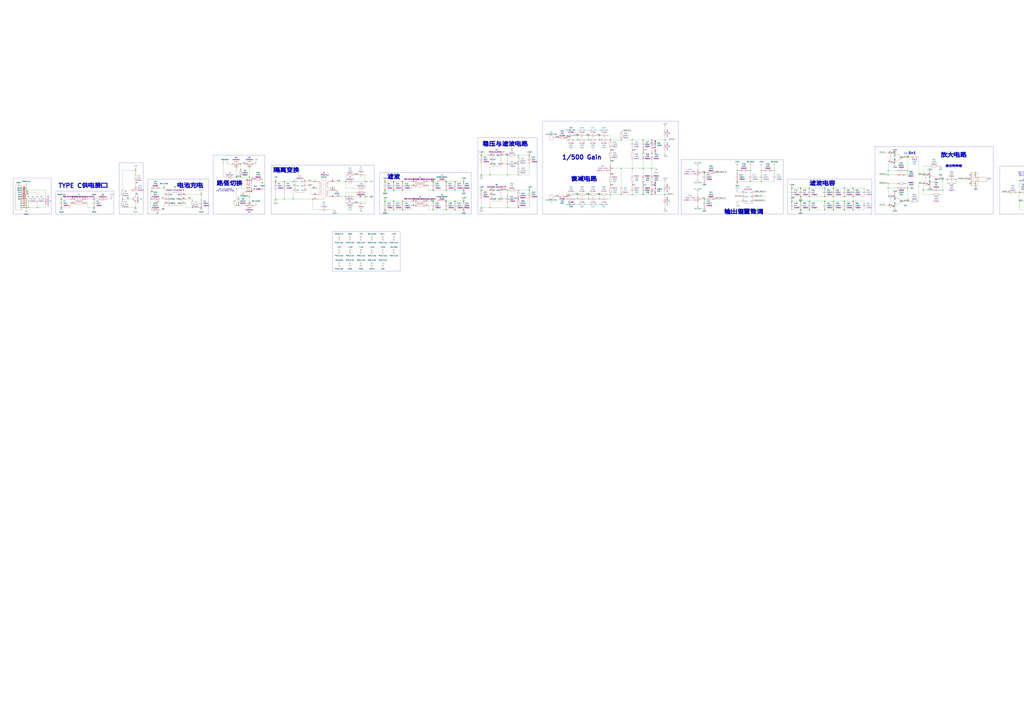
<source format=kicad_sch>
(kicad_sch (version 20231120) (generator "eeschema") (generator_version "8.0")
  (paper "A0")
  (lib_symbols
    (symbol "jlc_library:1N4148WS_C2843305"
      (property "Reference" "U" (at 0 0 0))
      (symbol "1N4148WS_C2843305_1_0"
        (pin passive line (at -5.08 0 0) (length 3.81) (name "C") (number "1"))
        (pin passive line (at 5.08 0 180) (length 3.81) (name "A") (number "2"))
      )
    )
    (symbol "jlc_library:2mm香蕉头"
      (property "Reference" "U" (at 0 0 0))
      (symbol "2mm香蕉头_1_0"
        (pin passive line (at 5.08 0 180) (length 2.54) (name "1") (number "1"))
      )
    )
    (symbol "jlc_library:3296W-1-103"
      (property "Reference" "R" (at 0 0 0))
      (symbol "3296W-1-103_1_0"
        (pin passive line (at 5.08 0 180) (length 2.54) (name "1") (number "1"))
        (pin passive line (at 0 3.81 270) (length 1.27) (name "2") (number "2"))
        (pin passive line (at -5.08 0 0) (length 2.54) (name "3") (number "3"))
      )
    )
    (symbol "jlc_library:AD-SS8550"
      (property "Reference" "Q" (at 0 0 0))
      (symbol "AD-SS8550_1_0"
        (pin passive line (at -5.08 0 0) (length 2.54) (name "B") (number "1"))
        (pin passive line (at 0 -5.08 90) (length 2.54) (name "E") (number "2"))
        (pin passive line (at 0 5.08 270) (length 2.54) (name "C") (number "3"))
      )
    )
    (symbol "jlc_library:AO3401A_C347476"
      (property "Reference" "Q" (at 0 0 0))
      (symbol "AO3401A_C347476_1_0"
        (pin passive line (at -5.08 0 0) (length 2.032) (name "G") (number "1"))
        (pin passive line (at 0 -5.08 90) (length 2.54) (name "S") (number "2"))
        (pin passive line (at 0 5.08 270) (length 2.54) (name "D") (number "3"))
      )
    )
    (symbol "jlc_library:B0520LW_C2961212"
      (property "Reference" "D" (at 0 0 0))
      (symbol "B0520LW_C2961212_1_0"
        (pin passive line (at -5.08 0 0) (length 2.54) (name "A") (number "1"))
        (pin passive line (at 5.08 0 180) (length 2.54) (name "K") (number "2"))
      )
    )
    (symbol "jlc_library:B5819WS_C22624"
      (property "Reference" "D" (at 0 0 0))
      (symbol "B5819WS_C22624_1_0"
        (pin passive line (at -5.08 0 0) (length 3.81) (name "K") (number "1"))
        (pin passive line (at 5.08 0 180) (length 3.81) (name "A") (number "2"))
      )
    )
    (symbol "jlc_library:BL1551B_Function"
      (property "Reference" "U" (at 0 11.43 0))
      (property "Manufacturer Part" "BL1551B" (at 0 8.89 0))
      (symbol "BL1551B_Function_1_0"
        (pin passive line (at 7.62 5.08 180) (length 2.54) (name "A1") (number "1"))
        (pin passive line (at -7.62 -5.08 0) (length 2.54) (name "GND") (number "2"))
        (pin passive line (at 7.62 -5.08 180) (length 2.54) (name "A2") (number "3"))
        (pin passive line (at 7.62 0 180) (length 2.54) (name "B") (number "4"))
        (pin passive line (at -7.62 5.08 0) (length 2.54) (name "VCC") (number "5"))
        (pin passive line (at -7.62 0 0) (length 2.54) (name "ENB") (number "6"))
      )
    )
    (symbol "jlc_library:BWSMA-KE-P001"
      (property "Reference" "RF" (at 0 0 0))
      (symbol "BWSMA-KE-P001_1_0"
        (pin passive line (at 0 7.62 270) (length 5.08) (name "1") (number "1"))
        (pin passive line (at 5.08 7.62 270) (length 5.08) (name "2") (number "2"))
        (pin passive line (at 5.08 -7.62 90) (length 5.08) (name "3") (number "3"))
        (pin passive line (at 0 -7.62 90) (length 5.08) (name "4") (number "4"))
        (pin passive line (at 10.16 0 180) (length 5.08) (name "5") (number "5"))
      )
    )
    (symbol "jlc_library:C0402"
      (property "Reference" "C" (at 0 0 0))
      (property "Value" "100nF" (at 0 0 0))
      (property "package" "C0402" (at 0 0 0))
      (symbol "C0402_1_0"
        (pin passive line (at -5.08 0 0) (length 2.54) (name "1") (number "1"))
        (pin passive line (at 5.08 0 180) (length 2.54) (name "2") (number "2"))
      )
    )
    (symbol "jlc_library:C0603"
      (property "Reference" "C" (at 0 0 0))
      (property "Value" "100nF" (at 0 2.54 0))
      (property "package" "C0603" (at 0 0 0))
      (symbol "C0603_1_0"
        (pin passive line (at -5.08 0 0) (length 2.54) (name "1") (number "1"))
        (pin passive line (at 5.08 0 180) (length 2.54) (name "2") (number "2"))
      )
    )
    (symbol "jlc_library:C1206"
      (property "Reference" "C" (at 0 0 0))
      (property "Value" "10uF/X7R" (at 0 2.54 0))
      (property "package" "C1206" (at 0 0 0))
      (symbol "C1206_1_0"
        (pin passive line (at -5.08 0 0) (length 2.54) (name "1") (number "1"))
        (pin passive line (at 5.08 0 180) (length 2.54) (name "2") (number "2"))
      )
    )
    (symbol "jlc_library:CAP-TH_JML06"
      (property "Reference" "C" (at 0 0 0))
      (symbol "CAP-TH_JML06_1_0"
        (pin passive line (at -3.81 0 0) (length 2.54) (name "1") (number "1"))
        (pin passive line (at 3.81 0 180) (length 2.54) (name "2") (number "2"))
      )
    )
    (symbol "jlc_library:EPC10"
      (property "Reference" "U" (at 0 0 0))
      (symbol "EPC10_1_0"
        (pin passive line (at -12.7 7.62 0) (length 5.08) (name "1") (number "1"))
        (pin passive line (at -12.7 -7.62 0) (length 5.08) (name "2") (number "2"))
        (pin passive line (at -12.7 -12.7 0) (length 5.08) (name "4") (number "4"))
        (pin passive line (at 12.7 -10.16 180) (length 5.08) (name "5") (number "5"))
        (pin passive line (at 12.7 -2.54 180) (length 5.08) (name "6") (number "6"))
        (pin passive line (at 12.7 0 180) (length 5.08) (name "7") (number "7"))
        (pin passive line (at 12.7 7.62 180) (length 5.08) (name "8") (number "8"))
      )
      (symbol "EPC10_1_1"
        (pin passive line (at -12.7 0 0) (length 2.54) (name "3") (number "3"))
      )
    )
    (symbol "jlc_library:GND" (power) (pin_numbers hide) (pin_names (offset 0) hide)
      (property "Value" "GND" (at 0 -3.81 0))
      (symbol "GND_1_1"
        (pin passive line (at 0 0 270) (length 0) (name "~") (number "1"))
      )
    )
    (symbol "jlc_library:GZ1608D202TF"
      (property "Reference" "L" (at 0 0 0))
      (symbol "GZ1608D202TF_1_0"
        (pin passive line (at -5.08 0 0) (length 0.762) (name "1") (number "1"))
        (pin passive line (at 5.08 0 180) (length 0.762) (name "2") (number "2"))
      )
    )
    (symbol "jlc_library:HNB09A03"
      (property "Reference" "BUZZER" (at 0 0 0))
      (symbol "HNB09A03_1_0"
        (text "+" (at -2.54 -0.9652 0) (effects (font (size 1.5748 1.5748)) (justify left bottom)))
        (pin passive line (at 5.08 0 180) (length 5.08) (name "+") (number "1"))
        (pin passive line (at 5.08 2.54 180) (length 5.08) (name "-") (number "2"))
      )
    )
    (symbol "jlc_library:JC3H7C"
      (property "Reference" "U" (at 1.27 2.54 0))
      (symbol "JC3H7C_1_0"
        (pin passive line (at -10.16 5.08 0) (length 5.08) (name "1") (number "1"))
        (pin passive line (at -10.16 0 0) (length 5.08) (name "2") (number "2"))
        (pin passive line (at 12.7 0 180) (length 5.08) (name "3") (number "3"))
        (pin passive line (at 12.7 5.08 180) (length 5.08) (name "4") (number "4"))
      )
    )
    (symbol "jlc_library:LED_0603"
      (property "Reference" "LED" (at 0 0 0))
      (symbol "LED_0603_1_0"
        (pin passive line (at 5.08 0 180) (length 3.81) (name "A") (number "1"))
        (pin passive line (at -5.08 0 0) (length 3.81) (name "K") (number "2"))
      )
    )
    (symbol "jlc_library:ME6211C25M5G-N_Function"
      (property "Reference" "U" (at 0 11.43 0))
      (property "Manufacturer Part" "ME6211C25M5G-N" (at 0 8.89 0))
      (symbol "ME6211C25M5G-N_Function_1_0"
        (pin passive line (at -7.62 0 0) (length 2.54) (name "VIN") (number "1"))
        (pin passive line (at -7.62 -5.08 0) (length 2.54) (name "VSS") (number "2"))
        (pin passive line (at -7.62 5.08 0) (length 2.54) (name "CE") (number "3"))
        (pin passive line (at 7.62 -5.08 180) (length 2.54) (name "NC") (number "4"))
        (pin passive line (at 7.62 5.08 180) (length 2.54) (name "VOUT") (number "5"))
      )
    )
    (symbol "jlc_library:PESD5V0S1BA_C2827694"
      (property "Reference" "D" (at 0 0 0))
      (symbol "PESD5V0S1BA_C2827694_1_0"
        (pin passive line (at -5.08 0 0) (length 2.54) (name "1") (number "1"))
        (pin passive line (at 5.08 0 180) (length 2.54) (name "2") (number "2"))
      )
    )
    (symbol "jlc_library:PWR_FLAG" (power) (pin_numbers hide) (pin_names (offset 0) hide)
      (property "Value" "PWR_FLAG" (at 0 3.81 0))
      (symbol "PWR_FLAG_0_0"
        (pin passive line (at 0 0 90) (length 0) (name "~") (number "1"))
      )
    )
    (symbol "jlc_library:R0402"
      (property "Reference" "R" (at 0 0 0))
      (property "Value" "10K" (at 0 0 0))
      (property "package" "R0402" (at 0 0 0))
      (symbol "R0402_1_0"
        (pin passive line (at -5.08 0 0) (length 2.54) (name "1") (number "1"))
        (pin passive line (at 5.08 0 180) (length 2.54) (name "2") (number "2"))
      )
    )
    (symbol "jlc_library:R0603"
      (property "Reference" "R" (at 0 0 0))
      (property "Value" "10KΩ" (at 0 0 0))
      (property "package" "R0603" (at 0 0 0))
      (symbol "R0603_1_0"
        (pin passive line (at -5.08 0 0) (length 2.54) (name "1") (number "1"))
        (pin passive line (at 5.08 0 180) (length 2.54) (name "2") (number "2"))
      )
    )
    (symbol "jlc_library:R1206"
      (property "Reference" "R" (at 0 0 0))
      (property "Value" "10KΩ" (at 0 0 0))
      (property "package" "R1206" (at 0 0 0))
      (symbol "R1206_1_0"
        (pin passive line (at -5.08 0 0) (length 2.54) (name "1") (number "1"))
        (pin passive line (at 5.08 0 180) (length 2.54) (name "2") (number "2"))
      )
    )
    (symbol "jlc_library:SCC1808X102K502T"
      (property "Reference" "C" (at 0 0 0))
      (symbol "SCC1808X102K502T_1_0"
        (pin passive line (at 5.08 0 180) (length 2.54) (name "1") (number "1"))
        (pin passive line (at -5.08 0 0) (length 2.54) (name "2") (number "2"))
      )
    )
    (symbol "jlc_library:SGM2209-ADJXN5G/TR_Function"
      (property "Reference" "U" (at 0 11.43 0))
      (property "Manufacturer Part" "SGM2209-ADJXN5G/TR" (at 0 8.89 0))
      (symbol "SGM2209-ADJXN5G/TR_Function_1_0"
        (pin passive line (at -7.62 -5.08 0) (length 2.54) (name "GND") (number "1"))
        (pin passive line (at -7.62 0 0) (length 2.54) (name "VIN") (number "2"))
        (pin passive line (at -7.62 5.08 0) (length 2.54) (name "EN") (number "3"))
        (pin passive line (at 7.62 -5.08 180) (length 2.54) (name "NC") (number "4"))
        (pin passive line (at 7.62 5.08 180) (length 2.54) (name "VOUT") (number "5"))
      )
    )
    (symbol "jlc_library:SGM8061XN5/TR_Function"
      (property "Reference" "U" (at 2.54 0 0))
      (symbol "SGM8061XN5/TR_Function_1_0"
        (pin passive line (at 12.7 0 180) (length 2.54) (name "OUT") (number "1"))
        (pin passive line (at 0 -7.62 90) (length 2.54) (name "VSS") (number "2"))
        (pin passive line (at -7.62 5.08 0) (length 2.54) (name "IN+") (number "3"))
        (pin passive line (at -7.62 -5.08 0) (length 2.54) (name "IN-") (number "4"))
        (pin passive line (at 0 7.62 270) (length 2.54) (name "VCC") (number "5"))
      )
    )
    (symbol "jlc_library:SS8050-G"
      (property "Reference" "Q" (at 0 0 0))
      (symbol "SS8050-G_1_0"
        (pin passive line (at -2.54 0 0) (length 2.54) (name "B") (number "1"))
        (pin passive line (at 2.54 -5.08 90) (length 2.54) (name "E") (number "2"))
        (pin passive line (at 2.54 5.08 270) (length 2.54) (name "C") (number "3"))
      )
    )
    (symbol "jlc_library:TK-6580-1"
      (property "Reference" "SW" (at 0 0 0))
      (symbol "TK-6580-1_1_0"
        (pin passive line (at -2.54 -7.62 90) (length 2.54) (name "1") (number "1"))
        (pin passive line (at 0 -7.62 90) (length 2.54) (name "2") (number "2"))
        (pin passive line (at 2.54 -7.62 90) (length 2.54) (name "3") (number "3"))
        (pin passive line (at -2.54 7.62 270) (length 2.54) (name "4") (number "4"))
        (pin passive line (at 0 7.62 270) (length 2.54) (name "5") (number "5"))
        (pin passive line (at 2.54 7.62 270) (length 2.54) (name "6") (number "6"))
      )
    )
    (symbol "jlc_library:TL432_C3025161"
      (property "Reference" "Q" (at 0 0 0))
      (symbol "TL432_C3025161_1_0"
        (pin passive line (at -5.08 0 0) (length 2.54) (name "R") (number "1"))
        (pin passive line (at 0 5.08 270) (length 3.81) (name "K") (number "2"))
        (pin passive line (at 0 -5.08 90) (length 3.81) (name "A") (number "3"))
      )
    )
    (symbol "jlc_library:TP4057_Function"
      (property "Reference" "U" (at 0 11.43 0))
      (property "Manufacturer Part" "TP4057-42-SOT26-R" (at 0 8.89 0))
      (symbol "TP4057_Function_1_0"
        (pin passive line (at -12.7 0 0) (length 5.08) (name "CHRG#") (number "1"))
        (pin passive line (at 12.7 -5.08 180) (length 5.08) (name "GND") (number "2"))
        (pin passive line (at 12.7 5.08 180) (length 5.08) (name "BAT") (number "3"))
        (pin passive line (at -12.7 5.08 0) (length 5.08) (name "VCC") (number "4"))
        (pin passive line (at -12.7 -5.08 0) (length 5.08) (name "STDBY#") (number "5"))
        (pin passive line (at 12.7 0 180) (length 5.08) (name "PROG") (number "6"))
      )
    )
    (symbol "jlc_library:TYPE-C-SMD-6_Function"
      (property "Reference" "USB" (at 0 0 0))
      (symbol "TYPE-C-SMD-6_Function_1_0"
        (pin passive line (at 10.16 0 180) (length 5.08) (name "1") (number "1"))
        (pin passive line (at 10.16 -2.54 180) (length 5.08) (name "2") (number "2"))
        (pin passive line (at 10.16 -5.08 180) (length 5.08) (name "3") (number "3"))
        (pin passive line (at 10.16 -7.62 180) (length 5.08) (name "4") (number "4"))
        (pin passive line (at 10.16 5.08 180) (length 5.08) (name "GND") (number "A12"))
        (pin passive line (at 10.16 10.16 180) (length 5.08) (name "CC1") (number "A5"))
        (pin passive line (at 10.16 15.24 180) (length 5.08) (name "VBUS") (number "A9"))
        (pin passive line (at 10.16 2.54 180) (length 5.08) (name "GND") (number "B12"))
        (pin passive line (at 10.16 7.62 180) (length 5.08) (name "CC2") (number "B5"))
        (pin passive line (at 10.16 12.7 180) (length 5.08) (name "VBUS") (number "B9"))
      )
    )
    (symbol "jlc_library:VCC" (power) (pin_numbers hide) (pin_names (offset 0) hide)
      (property "Value" "VCC" (at 0 3.556 0))
      (symbol "VCC_1_1"
        (pin passive line (at 0 0 90) (length 0) (name "~") (number "1"))
      )
    )
    (symbol "jlc_library:VPS8702_Function"
      (property "Reference" "U" (at 0 11.43 0))
      (property "Manufacturer Part" "VPS8702" (at 0 8.89 0))
      (symbol "VPS8702_Function_1_0"
        (pin passive line (at -7.62 5.08 0) (length 2.54) (name "EN") (number "1"))
        (pin passive line (at -7.62 -5.08 0) (length 2.54) (name "GND") (number "2"))
        (pin passive line (at 7.62 -5.08 180) (length 2.54) (name "NC") (number "3"))
        (pin passive line (at 7.62 0 180) (length 2.54) (name "VD2") (number "4"))
        (pin passive line (at -7.62 0 0) (length 2.54) (name "VIN") (number "5"))
        (pin passive line (at 7.62 5.08 180) (length 2.54) (name "VD1") (number "6"))
      )
    )
    (symbol "jlc_library:WCM3225F2SF-601T10"
      (property "Reference" "L" (at 0 0 0))
      (symbol "WCM3225F2SF-601T10_1_0"
        (pin passive line (at -10.16 2.54 0) (length 5.08) (name "1") (number "1"))
        (pin passive line (at 10.16 2.54 180) (length 5.08) (name "2") (number "2"))
        (pin passive line (at 10.16 -2.54 180) (length 5.08) (name "3") (number "3"))
        (pin passive line (at -10.16 -2.54 0) (length 5.08) (name "4") (number "4"))
      )
    )
  )
  (junction (at 1094.74 208.28))
  (junction (at 929.64 218.44))
  (junction (at 279.4 190.5))
  (junction (at 721.36 162.56))
  (junction (at 568.96 180.34))
  (junction (at 502.92 220.98))
  (junction (at 883.92 198.12))
  (junction (at 670.56 162.56))
  (junction (at 695.96 162.56))
  (junction (at 772.16 162.56))
  (junction (at 756.92 195.58))
  (junction (at 1328.42 231.14))
  (junction (at 601.98 190.5))
  (junction (at 967.74 233.68))
  (junction (at 1031.24 198.12))
  (junction (at 330.2 210.82))
  (junction (at 1132.84 215.9))
  (junction (at 746.76 195.58))
  (junction (at 957.58 218.44))
  (junction (at 1417.32 200.66))
  (junction (at 502.92 243.84))
  (junction (at 289.56 205.74))
  (junction (at 401.32 210.82))
  (junction (at 1493.52 220.98))
  (junction (at 502.92 233.68))
  (junction (at 589.28 220.98))
  (junction (at 589.28 203.2))
  (junction (at 1054.1 198.12))
  (junction (at 401.32 228.6))
  (junction (at 683.26 162.56))
  (junction (at 528.32 210.82))
  (junction (at 708.66 162.56))
  (junction (at 1483.36 220.98))
  (junction (at 939.8 228.6))
  (junction (at 528.32 233.68))
  (junction (at 708.66 226.06))
  (junction (at 855.98 198.12))
  (junction (at 939.8 218.44))
  (junction (at 223.52 241.3))
  (junction (at 1099.82 208.28))
  (junction (at 957.58 243.84))
  (junction (at 670.56 231.14))
  (junction (at 1054.1 218.44))
  (junction (at 71.12 241.3))
  (junction (at 990.6 243.84))
  (junction (at 1031.24 203.2))
  (junction (at 601.98 203.2))
  (junction (at 614.68 180.34))
  (junction (at 1031.24 213.36))
  (junction (at 683.26 226.06))
  (junction (at 1221.74 223.52))
  (junction (at 558.8 220.98))
  (junction (at 601.98 180.34))
  (junction (at 1397 213.36))
  (junction (at 502.92 210.82))
  (junction (at 518.16 233.68))
  (junction (at 340.36 210.82))
  (junction (at 929.64 228.6))
  (junction (at 939.8 243.84))
  (junction (at 538.48 233.68))
  (junction (at 157.48 241.3))
  (junction (at 1054.1 233.68))
  (junction (at 190.5 218.44))
  (junction (at 601.98 231.14))
  (junction (at 967.74 243.84))
  (junction (at 558.8 180.34))
  (junction (at 734.06 226.06))
  (junction (at 601.98 241.3))
  (junction (at 1109.98 208.28))
  (junction (at 518.16 220.98))
  (junction (at 683.26 157.48))
  (junction (at 109.22 241.3))
  (junction (at 1094.74 220.98))
  (junction (at 233.68 226.06))
  (junction (at 467.36 233.68))
  (junction (at 980.44 233.68))
  (junction (at 320.04 210.82))
  (junction (at 1183.64 233.68))
  (junction (at 538.48 220.98))
  (junction (at 721.36 226.06))
  (junction (at 1417.32 215.9))
  (junction (at 568.96 220.98))
  (junction (at 30.48 218.44))
  (junction (at 614.68 220.98))
  (junction (at 990.6 233.68))
  (junction (at 1221.74 233.68))
  (junction (at 276.86 238.76))
  (junction (at 30.48 241.3))
  (junction (at 175.26 231.14))
  (junction (at 538.48 210.82))
  (junction (at 467.36 220.98))
  (junction (at 457.2 233.68))
  (junction (at 939.8 233.68))
  (junction (at 340.36 231.14))
  (junction (at 518.16 210.82))
  (junction (at 538.48 243.84))
  (junction (at 670.56 226.06))
  (junction (at 967.74 218.44))
  (junction (at 929.64 243.84))
  (junction (at 109.22 231.14))
  (junction (at 142.24 231.14))
  (junction (at 957.58 228.6))
  (junction (at 43.18 241.3))
  (junction (at 990.6 228.6))
  (junction (at 424.18 210.82))
  (junction (at 279.4 205.74))
  (junction (at 756.92 162.56))
  (junction (at 899.16 198.12))
  (junction (at 957.58 233.68))
  (junction (at 695.96 226.06))
  (junction (at 683.26 231.14))
  (junction (at 589.28 180.34))
  (junction (at 980.44 218.44))
  (junction (at 746.76 162.56))
  (junction (at 1132.84 200.66))
  (junction (at 855.98 210.82))
  (junction (at 929.64 233.68))
  (junction (at 30.48 220.98))
  (junction (at 528.32 220.98))
  (junction (at 1071.88 203.2))
  (junction (at 1313.18 226.06))
  (junction (at 1407.16 200.66))
  (junction (at 1475.74 203.2))
  (junction (at 1071.88 220.98))
  (junction (at 1262.38 231.14))
  (junction (at 233.68 241.3))
  (junction (at 568.96 241.3))
  (junction (at 528.32 243.84))
  (junction (at 274.32 205.74))
  (junction (at 447.04 210.82))
  (junction (at 467.36 243.84))
  (junction (at 1054.1 182.88))
  (junction (at 71.12 231.14))
  (junction (at 558.8 241.3))
  (junction (at 320.04 231.14))
  (junction (at 447.04 233.68))
  (junction (at 657.86 160.02))
  (junction (at 388.62 220.98))
  (junction (at 695.96 231.14))
  (junction (at 980.44 243.84))
  (junction (at 695.96 157.48))
  (junction (at 589.28 241.3))
  (junction (at 424.18 228.6))
  (junction (at 670.56 157.48))
  (junction (at 330.2 231.14))
  (junction (at 1475.74 215.9))
  (junction (at 919.48 233.68))
  (junction (at 871.22 210.82))
  (junction (at 457.2 220.98))
  (junction (at 30.48 231.14))
  (junction (at 756.92 226.06))
  (junction (at 447.04 243.84))
  (junction (at 157.48 198.12))
  (junction (at 558.8 203.2))
  (junction (at 568.96 203.2))
  (junction (at 657.86 228.6))
  (junction (at 1071.88 213.36))
  (junction (at 467.36 210.82))
  (junction (at 1457.96 228.6))
  (junction (at 721.36 195.58))
  (junction (at 30.48 238.76))
  (junction (at 30.48 236.22))
  (junction (at 772.16 226.06))
  (junction (at 746.76 226.06))
  (junction (at 967.74 228.6))
  (junction (at 601.98 220.98))
  (junction (at 518.16 243.84))
  (junction (at 1183.64 223.52))
  (junction (at 734.06 195.58))
  (junction (at 817.88 231.14))
  (junction (at 289.56 228.6))
  (junction (at 883.92 210.82))
  (junction (at 1457.96 241.3))
  (junction (at 447.04 220.98))
  (junction (at 919.48 218.44))
  (junction (at 274.32 238.76))
  (junction (at 1483.36 231.14))
  (junction (at 817.88 200.66))
  (junction (at 1221.74 236.22))
  (junction (at 980.44 228.6))
  (junction (at 990.6 218.44))
  (junction (at 734.06 162.56))
  (junction (at 457.2 243.84))
  (junction (at 30.48 233.68))
  (junction (at 1031.24 218.44))
  (junction (at 33.02 241.3))
  (junction (at 457.2 210.82))
  (junction (at 363.22 231.14))
  (junction (at 871.22 198.12))
  (no_connect (at 363.22 218.44))
  (no_connect (at 1366.52 228.6))
  (no_connect (at 355.6 220.98))
  (no_connect (at 1366.52 203.2))
  (no_connect (at 287.02 208.28))
  (wire (pts (xy 497.84 243.84) (xy 502.92 243.84)))
  (wire (pts (xy 157.48 241.3) (xy 157.48 236.22)))
  (wire (pts (xy 467.36 210.82) (xy 477.52 210.82)))
  (wire (pts (xy 708.66 226.06) (xy 706.12 226.06)))
  (wire (pts (xy 1094.74 220.98) (xy 1094.74 226.06)))
  (wire (pts (xy 190.5 218.44) (xy 190.5 226.06)))
  (wire (pts (xy 680.72 231.14) (xy 683.26 231.14)))
  (wire (pts (xy 772.16 147.32) (xy 772.16 149.86)))
  (wire (pts (xy 868.68 198.12) (xy 871.22 198.12)))
  (wire (pts (xy 883.92 198.12) (xy 883.92 200.66)))
  (wire (pts (xy 30.48 228.6) (xy 30.48 231.14)))
  (wire (pts (xy 1417.32 215.9) (xy 1424.94 215.9)))
  (wire (pts (xy 190.5 243.84) (xy 190.5 236.22)))
  (wire (pts (xy 289.56 195.58) (xy 289.56 205.74)))
  (wire (pts (xy 467.36 243.84) (xy 477.52 243.84)))
  (wire (pts (xy 142.24 198.12) (xy 157.48 198.12)))
  (wire (pts (xy 30.48 236.22) (xy 30.48 238.76)))
  (wire (pts (xy 756.92 162.56) (xy 772.16 162.56)))
  (wire (pts (xy 1417.32 210.82) (xy 1417.32 215.9)))
  (wire (pts (xy 772.16 162.56) (xy 772.16 165.1)))
  (wire (pts (xy 215.9 226.06) (xy 233.68 226.06)))
  (wire (pts (xy 528.32 243.84) (xy 538.48 243.84)))
  (wire (pts (xy 502.92 220.98) (xy 518.16 220.98)))
  (wire (pts (xy 601.98 241.3) (xy 614.68 241.3)))
  (wire (pts (xy 939.8 218.44) (xy 957.58 218.44)))
  (wire (pts (xy 695.96 231.14) (xy 695.96 226.06)))
  (wire (pts (xy 695.96 162.56) (xy 693.42 162.56)))
  (wire (pts (xy 967.74 228.6) (xy 980.44 228.6)))
  (wire (pts (xy 746.76 185.42) (xy 746.76 195.58)))
  (wire (pts (xy 1031.24 228.6) (xy 1031.24 218.44)))
  (wire (pts (xy 467.36 220.98) (xy 477.52 220.98)))
  (wire (pts (xy 814.07 231.14) (xy 817.88 231.14)))
  (wire (pts (xy 899.16 198.12) (xy 899.16 200.66)))
  (wire (pts (xy 772.16 210.82) (xy 772.16 213.36)))
  (wire (pts (xy 185.42 243.84) (xy 190.5 243.84)))
  (wire (pts (xy 1483.36 231.14) (xy 1493.52 231.14)))
  (wire (pts (xy 957.58 228.6) (xy 967.74 228.6)))
  (wire (pts (xy 259.08 190.5) (xy 259.08 205.74)))
  (wire (pts (xy 388.62 228.6) (xy 401.32 228.6)))
  (wire (pts (xy 71.12 231.14) (xy 81.28 231.14)))
  (wire (pts (xy 871.22 210.82) (xy 883.92 210.82)))
  (wire (pts (xy 568.96 241.3) (xy 589.28 241.3)))
  (wire (pts (xy 264.16 190.5) (xy 269.24 190.5)))
  (wire (pts (xy 855.98 233.68) (xy 861.06 233.68)))
  (wire (pts (xy 657.86 231.14) (xy 657.86 228.6)))
  (wire (pts (xy 721.36 195.58) (xy 712.47 195.58)))
  (wire (pts (xy 1031.24 198.12) (xy 1041.4 198.12)))
  (wire (pts (xy 30.48 238.76) (xy 30.48 241.3)))
  (wire (pts (xy 1054.1 233.68) (xy 1054.1 218.44)))
  (wire (pts (xy 957.58 243.84) (xy 967.74 243.84)))
  (wire (pts (xy 1450.34 233.68) (xy 1450.34 241.3)))
  (wire (pts (xy 721.36 162.56) (xy 734.06 162.56)))
  (wire (pts (xy 756.92 218.44) (xy 756.92 213.36)))
  (wire (pts (xy 871.22 198.12) (xy 871.22 200.66)))
  (wire (pts (xy 1346.2 238.76) (xy 1351.28 238.76)))
  (wire (pts (xy 1366.52 213.36) (xy 1374.14 213.36)))
  (wire (pts (xy 388.62 218.44) (xy 388.62 220.98)))
  (wire (pts (xy 855.98 210.82) (xy 871.22 210.82)))
  (wire (pts (xy 1221.74 223.52) (xy 1221.74 233.68)))
  (wire (pts (xy 980.44 228.6) (xy 990.6 228.6)))
  (wire (pts (xy 589.28 195.58) (xy 589.28 203.2)))
  (wire (pts (xy 919.48 233.68) (xy 929.64 233.68)))
  (wire (pts (xy 363.22 243.84) (xy 370.84 243.84)))
  (wire (pts (xy 363.22 231.14) (xy 363.22 243.84)))
  (wire (pts (xy 919.48 243.84) (xy 929.64 243.84)))
  (wire (pts (xy 1262.38 220.98) (xy 1264.92 220.98)))
  (wire (pts (xy 599.44 220.98) (xy 601.98 220.98)))
  (wire (pts (xy 657.86 157.48) (xy 657.86 160.02)))
  (wire (pts (xy 340.36 231.14) (xy 340.36 220.98)))
  (wire (pts (xy 1450.34 203.2) (xy 1475.74 203.2)))
  (wire (pts (xy 53.34 220.98) (xy 53.34 228.6)))
  (wire (pts (xy 424.18 203.2) (xy 424.18 210.82)))
  (wire (pts (xy 355.6 210.82) (xy 363.22 210.82)))
  (wire (pts (xy 1079.5 193.04) (xy 1071.88 193.04)))
  (wire (pts (xy 899.16 193.04) (xy 899.16 198.12)))
  (wire (pts (xy 599.44 180.34) (xy 601.98 180.34)))
  (wire (pts (xy 734.06 226.06) (xy 746.76 226.06)))
  (wire (pts (xy 1021.08 177.8) (xy 1031.24 177.8)))
  (wire (pts (xy 680.72 157.48) (xy 683.26 157.48)))
  (wire (pts (xy 292.1 223.52) (xy 292.1 218.44)))
  (wire (pts (xy 43.18 241.3) (xy 43.18 236.22)))
  (wire (pts (xy 289.56 223.52) (xy 289.56 228.6)))
  (wire (pts (xy 1366.52 233.68) (xy 1374.14 233.68)))
  (wire (pts (xy 1346.2 203.2) (xy 1351.28 203.2)))
  (wire (pts (xy 1224.28 223.52) (xy 1221.74 223.52)))
  (wire (pts (xy 693.42 231.14) (xy 695.96 231.14)))
  (wire (pts (xy 657.86 228.6) (xy 657.86 226.06)))
  (wire (pts (xy 1450.34 213.36) (xy 1450.34 215.9)))
  (wire (pts (xy 1480.82 220.98) (xy 1483.36 220.98)))
  (wire (pts (xy 1328.42 231.14) (xy 1338.58 231.14)))
  (wire (pts (xy 721.36 226.06) (xy 734.06 226.06)))
  (wire (pts (xy 1346.2 213.36) (xy 1351.28 213.36)))
  (wire (pts (xy 233.68 226.06) (xy 233.68 231.14)))
  (wire (pts (xy 1198.88 233.68) (xy 1221.74 233.68)))
  (wire (pts (xy 1092.2 220.98) (xy 1094.74 220.98)))
  (wire (pts (xy 772.16 162.56) (xy 772.16 160.02)))
  (wire (pts (xy 340.36 231.14) (xy 363.22 231.14)))
  (wire (pts (xy 1343.66 208.28) (xy 1351.28 208.28)))
  (wire (pts (xy 1066.8 203.2) (xy 1071.88 203.2)))
  (wire (pts (xy 502.92 210.82) (xy 508 210.82)))
  (wire (pts (xy 30.48 241.3) (xy 33.02 241.3)))
  (wire (pts (xy 497.84 215.9) (xy 497.84 220.98)))
  (wire (pts (xy 502.92 243.84) (xy 518.16 243.84)))
  (wire (pts (xy 124.46 231.14) (xy 129.54 231.14)))
  (wire (pts (xy 1397 215.9) (xy 1417.32 215.9)))
  (wire (pts (xy 33.02 241.3) (xy 33.02 236.22)))
  (wire (pts (xy 1262.38 220.98) (xy 1262.38 231.14)))
  (wire (pts (xy 1455.42 228.6) (xy 1457.96 228.6)))
  (wire (pts (xy 589.28 180.34) (xy 589.28 185.42)))
  (wire (pts (xy 274.32 218.44) (xy 274.32 238.76)))
  (wire (pts (xy 929.64 233.68) (xy 939.8 233.68)))
  (wire (pts (xy 756.92 226.06) (xy 772.16 226.06)))
  (wire (pts (xy 876.3 223.52) (xy 889 223.52)))
  (wire (pts (xy 1054.1 213.36) (xy 1051.56 213.36)))
  (wire (pts (xy 708.66 231.14) (xy 708.66 226.06)))
  (wire (pts (xy 695.96 226.06) (xy 693.42 226.06)))
  (wire (pts (xy 1407.16 200.66) (xy 1417.32 200.66)))
  (wire (pts (xy 855.98 198.12) (xy 855.98 200.66)))
  (wire (pts (xy 497.84 210.82) (xy 502.92 210.82)))
  (wire (pts (xy 1021.08 203.2) (xy 1031.24 203.2)))
  (wire (pts (xy 919.48 228.6) (xy 929.64 228.6)))
  (wire (pts (xy 1066.8 213.36) (xy 1071.88 213.36)))
  (wire (pts (xy 1031.24 203.2) (xy 1041.4 203.2)))
  (wire (pts (xy 568.96 203.2) (xy 589.28 203.2)))
  (wire (pts (xy 896.62 198.12) (xy 899.16 198.12)))
  (wire (pts (xy 1450.34 215.9) (xy 1447.8 215.9)))
  (wire (pts (xy 1221.74 213.36) (xy 1221.74 223.52)))
  (wire (pts (xy 43.18 223.52) (xy 43.18 226.06)))
  (wire (pts (xy 990.6 243.84) (xy 1003.3 243.84)))
  (wire (pts (xy 467.36 233.68) (xy 477.52 233.68)))
  (wire (pts (xy 980.44 218.44) (xy 990.6 218.44)))
  (wire (pts (xy 411.48 236.22) (xy 414.02 236.22)))
  (wire (pts (xy 883.92 198.12) (xy 886.46 198.12)))
  (wire (pts (xy 447.04 210.82) (xy 457.2 210.82)))
  (wire (pts (xy 990.6 218.44) (xy 1003.3 218.44)))
  (wire (pts (xy 457.2 210.82) (xy 467.36 210.82)))
  (wire (pts (xy 1031.24 213.36) (xy 1041.4 213.36)))
  (wire (pts (xy 695.96 157.48) (xy 695.96 162.56)))
  (wire (pts (xy 381 243.84) (xy 388.62 243.84)))
  (wire (pts (xy 1366.52 208.28) (xy 1374.14 208.28)))
  (wire (pts (xy 1071.88 213.36) (xy 1071.88 220.98)))
  (wire (pts (xy 1457.96 226.06) (xy 1457.96 228.6)))
  (wire (pts (xy 967.74 218.44) (xy 980.44 218.44)))
  (wire (pts (xy 957.58 218.44) (xy 967.74 218.44)))
  (wire (pts (xy 1183.64 213.36) (xy 1183.64 223.52)))
  (wire (pts (xy 30.48 220.98) (xy 53.34 220.98)))
  (wire (pts (xy 734.06 172.72) (xy 734.06 175.26)))
  (wire (pts (xy 1181.1 223.52) (xy 1183.64 223.52)))
  (wire (pts (xy 1066.8 182.88) (xy 1066.8 203.2)))
  (wire (pts (xy 1447.8 220.98) (xy 1450.34 220.98)))
  (wire (pts (xy 1109.98 208.28) (xy 1122.68 208.28)))
  (wire (pts (xy 274.32 195.58) (xy 274.32 205.74)))
  (wire (pts (xy 772.16 226.06) (xy 772.16 228.6)))
  (wire (pts (xy 645.16 228.6) (xy 647.7 228.6)))
  (wire (pts (xy 447.04 233.68) (xy 457.2 233.68)))
  (wire (pts (xy 855.98 223.52) (xy 861.06 223.52)))
  (wire (pts (xy 1038.86 175.26) (xy 1038.86 177.8)))
  (wire (pts (xy 175.26 218.44) (xy 175.26 231.14)))
  (wire (pts (xy 683.26 157.48) (xy 683.26 162.56)))
  (wire (pts (xy 1313.18 226.06) (xy 1313.18 228.6)))
  (wire (pts (xy 708.66 215.9) (xy 708.66 213.36)))
  (wire (pts (xy 1346.2 228.6) (xy 1351.28 228.6)))
  (wire (pts (xy 360.68 226.06) (xy 363.22 226.06)))
  (wire (pts (xy 30.48 226.06) (xy 33.02 226.06)))
  (wire (pts (xy 502.92 233.68) (xy 508 233.68)))
  (wire (pts (xy 1099.82 208.28) (xy 1099.82 213.36)))
  (wire (pts (xy 1071.88 226.06) (xy 1082.04 226.06)))
  (wire (pts (xy 1021.08 238.76) (xy 1031.24 238.76)))
  (wire (pts (xy 424.18 228.6) (xy 424.18 223.52)))
  (wire (pts (xy 601.98 180.34) (xy 614.68 180.34)))
  (wire (pts (xy 746.76 195.58) (xy 746.76 203.2)))
  (wire (pts (xy 142.24 241.3) (xy 157.48 241.3)))
  (wire (pts (xy 1450.34 220.98) (xy 1450.34 223.52)))
  (wire (pts (xy 320.04 231.14) (xy 320.04 220.98)))
  (wire (pts (xy 817.88 231.14) (xy 820.42 231.14)))
  (wire (pts (xy 1054.1 182.88) (xy 1054.1 198.12)))
  (wire (pts (xy 817.88 200.66) (xy 820.42 200.66)))
  (wire (pts (xy 919.48 218.44) (xy 929.64 218.44)))
  (wire (pts (xy 30.48 223.52) (xy 43.18 223.52)))
  (wire (pts (xy 152.4 231.14) (xy 142.24 231.14)))
  (wire (pts (xy 274.32 205.74) (xy 271.78 205.74)))
  (wire (pts (xy 855.98 193.04) (xy 855.98 198.12)))
  (wire (pts (xy 360.68 215.9) (xy 360.68 226.06)))
  (wire (pts (xy 568.96 220.98) (xy 568.96 226.06)))
  (wire (pts (xy 71.12 241.3) (xy 81.28 241.3)))
  (wire (pts (xy 1071.88 193.04) (xy 1071.88 203.2)))
  (wire (pts (xy 1343.66 233.68) (xy 1351.28 233.68)))
  (wire (pts (xy 670.56 226.06) (xy 668.02 226.06)))
  (wire (pts (xy 1297.94 220.98) (xy 1297.94 226.06)))
  (wire (pts (xy 756.92 185.42) (xy 756.92 195.58)))
  (wire (pts (xy 388.62 210.82) (xy 401.32 210.82)))
  (wire (pts (xy 967.74 243.84) (xy 980.44 243.84)))
  (wire (pts (xy 1054.1 203.2) (xy 1051.56 203.2)))
  (wire (pts (xy 528.32 233.68) (xy 538.48 233.68)))
  (wire (pts (xy 289.56 205.74) (xy 289.56 208.28)))
  (wire (pts (xy 43.18 241.3) (xy 53.34 241.3)))
  (wire (pts (xy 601.98 220.98) (xy 614.68 220.98)))
  (wire (pts (xy 401.32 223.52) (xy 401.32 228.6)))
  (wire (pts (xy 1397 213.36) (xy 1397 210.82)))
  (wire (pts (xy 772.16 226.06) (xy 782.32 226.06)))
  (wire (pts (xy 568.96 190.5) (xy 568.96 203.2)))
  (wire (pts (xy 721.36 152.4) (xy 734.06 152.4)))
  (wire (pts (xy 929.64 243.84) (xy 939.8 243.84)))
  (wire (pts (xy 708.66 172.72) (xy 708.66 175.26)))
  (wire (pts (xy 528.32 210.82) (xy 538.48 210.82)))
  (wire (pts (xy 589.28 203.2) (xy 601.98 203.2)))
  (wire (pts (xy 883.92 193.04) (xy 883.92 198.12)))
  (wire (pts (xy 614.68 190.5) (xy 614.68 203.2)))
  (wire (pts (xy 929.64 218.44) (xy 939.8 218.44)))
  (wire (pts (xy 30.48 233.68) (xy 30.48 236.22)))
  (wire (pts (xy 1094.74 208.28) (xy 1099.82 208.28)))
  (wire (pts (xy 304.8 210.82) (xy 304.8 208.28)))
  (wire (pts (xy 1183.64 223.52) (xy 1183.64 233.68)))
  (wire (pts (xy 157.48 198.12) (xy 157.48 200.66)))
  (wire (pts (xy 589.28 220.98) (xy 589.28 226.06)))
  (wire (pts (xy 109.22 231.14) (xy 114.3 231.14)))
  (wire (pts (xy 320.04 210.82) (xy 330.2 210.82)))
  (wire (pts (xy 1262.38 231.14) (xy 1262.38 238.76)))
  (wire (pts (xy 1275.08 220.98) (xy 1280.16 220.98)))
  (wire (pts (xy 584.2 190.5) (xy 601.98 190.5)))
  (wire (pts (xy 668.02 157.48) (xy 670.56 157.48)))
  (wire (pts (xy 810.26 205.74) (xy 810.26 208.28)))
  (wire (pts (xy 1071.88 220.98) (xy 1071.88 226.06)))
  (wire (pts (xy 584.2 180.34) (xy 589.28 180.34)))
  (wire (pts (xy 101.6 241.3) (xy 109.22 241.3)))
  (wire (pts (xy 457.2 243.84) (xy 467.36 243.84)))
  (wire (pts (xy 645.16 160.02) (xy 647.7 160.02)))
  (wire (pts (xy 1234.44 223.52) (xy 1242.06 223.52)))
  (wire (pts (xy 876.3 228.6) (xy 889 228.6)))
  (wire (pts (xy 967.74 233.68) (xy 980.44 233.68)))
  (wire (pts (xy 401.32 223.52) (xy 414.02 223.52)))
  (wire (pts (xy 1211.58 236.22) (xy 1221.74 236.22)))
  (wire (pts (xy 855.98 198.12) (xy 858.52 198.12)))
  (wire (pts (xy 746.76 195.58) (xy 756.92 195.58)))
  (wire (pts (xy 706.12 157.48) (xy 708.66 157.48)))
  (wire (pts (xy 215.9 231.14) (xy 223.52 231.14)))
  (wire (pts (xy 772.16 238.76) (xy 772.16 241.3)))
  (wire (pts (xy 457.2 233.68) (xy 467.36 233.68)))
  (wire (pts (xy 1407.16 213.36) (xy 1407.16 210.82)))
  (wire (pts (xy 276.86 228.6) (xy 289.56 228.6)))
  (wire (pts (xy 518.16 220.98) (xy 528.32 220.98)))
  (wire (pts (xy 1183.64 233.68) (xy 1183.64 243.84)))
  (wire (pts (xy 683.26 231.14) (xy 683.26 226.06)))
  (wire (pts (xy 101.6 231.14) (xy 109.22 231.14)))
  (wire (pts (xy 721.36 195.58) (xy 734.06 195.58)))
  (wire (pts (xy 30.48 243.84) (xy 30.48 241.3)))
  (wire (pts (xy 185.42 218.44) (xy 190.5 218.44)))
  (wire (pts (xy 1292.86 228.6) (xy 1297.94 228.6)))
  (wire (pts (xy 1508.76 220.98) (xy 1521.46 220.98)))
  (wire (pts (xy 1135.38 200.66) (xy 1135.38 215.9)))
  (wire (pts (xy 330.2 231.14) (xy 330.2 220.98)))
  (wire (pts (xy 584.2 231.14) (xy 601.98 231.14)))
  (wire (pts (xy 708.66 226.06) (xy 721.36 226.06)))
  (wire (pts (xy 584.2 220.98) (xy 589.28 220.98)))
  (wire (pts (xy 734.06 195.58) (xy 734.06 203.2)))
  (wire (pts (xy 289.56 228.6) (xy 289.56 233.68)))
  (wire (pts (xy 1132.84 215.9) (xy 1135.38 215.9)))
  (wire (pts (xy 734.06 215.9) (xy 734.06 213.36)))
  (wire (pts (xy 756.92 170.18) (xy 756.92 175.26)))
  (wire (pts (xy 1054.1 182.88) (xy 1051.56 182.88)))
  (wire (pts (xy 683.26 226.06) (xy 680.72 226.06)))
  (wire (pts (xy 980.44 243.84) (xy 990.6 243.84)))
  (wire (pts (xy 746.76 172.72) (xy 746.76 175.26)))
  (wire (pts (xy 670.56 162.56) (xy 668.02 162.56)))
  (wire (pts (xy 1397 200.66) (xy 1407.16 200.66)))
  (wire (pts (xy 708.66 162.56) (xy 721.36 162.56)))
  (wire (pts (xy 1211.58 236.22) (xy 1211.58 240.03)))
  (wire (pts (xy 30.48 215.9) (xy 30.48 218.44)))
  (wire (pts (xy 401.32 236.22) (xy 401.32 228.6)))
  (wire (pts (xy 558.8 241.3) (xy 568.96 241.3)))
  (wire (pts (xy 1221.74 243.84) (xy 1216.66 243.84)))
  (wire (pts (xy 558.8 203.2) (xy 558.8 190.5)))
  (wire (pts (xy 1493.52 220.98) (xy 1498.6 220.98)))
  (wire (pts (xy 424.18 236.22) (xy 424.18 228.6)))
  (wire (pts (xy 223.52 241.3) (xy 215.9 241.3)))
  (wire (pts (xy 215.9 241.3) (xy 215.9 236.22)))
  (wire (pts (xy 810.26 223.52) (xy 810.26 226.06)))
  (wire (pts (xy 1092.2 226.06) (xy 1094.74 226.06)))
  (wire (pts (xy 756.92 195.58) (xy 762 195.58)))
  (wire (pts (xy 708.66 162.56) (xy 706.12 162.56)))
  (wire (pts (xy 30.48 231.14) (xy 30.48 233.68)))
  (wire (pts (xy 1183.64 213.36) (xy 1196.34 213.36)))
  (wire (pts (xy 401.32 218.44) (xy 414.02 218.44)))
  (wire (pts (xy 1054.1 233.68) (xy 1051.56 233.68)))
  (wire (pts (xy 1483.36 220.98) (xy 1493.52 220.98)))
  (wire (pts (xy 294.64 238.76) (xy 297.18 238.76)))
  (wire (pts (xy 1071.88 220.98) (xy 1082.04 220.98)))
  (wire (pts (xy 1054.1 198.12) (xy 1051.56 198.12)))
  (wire (pts (xy 810.26 193.04) (xy 810.26 195.58)))
  (wire (pts (xy 883.92 210.82) (xy 899.16 210.82)))
  (wire (pts (xy 772.16 177.8) (xy 772.16 175.26)))
  (wire (pts (xy 457.2 220.98) (xy 467.36 220.98)))
  (wire (pts (xy 1275.08 231.14) (xy 1280.16 231.14)))
  (wire (pts (xy 830.58 231.14) (xy 843.28 231.14)))
  (wire (pts (xy 33.02 241.3) (xy 43.18 241.3)))
  (wire (pts (xy 1183.64 233.68) (xy 1188.72 233.68)))
  (wire (pts (xy 558.8 180.34) (xy 568.96 180.34)))
  (wire (pts (xy 990.6 233.68) (xy 1003.3 233.68)))
  (wire (pts (xy 289.56 205.74) (xy 279.4 205.74)))
  (wire (pts (xy 391.16 220.98) (xy 388.62 220.98)))
  (wire (pts (xy 708.66 185.42) (xy 708.66 190.5)))
  (wire (pts (xy 424.18 210.82) (xy 424.18 218.44)))
  (wire (pts (xy 477.52 243.84) (xy 477.52 238.76)))
  (wire (pts (xy 670.56 231.14) (xy 670.56 226.06)))
  (wire (pts (xy 734.06 195.58) (xy 746.76 195.58)))
  (wire (pts (xy 1031.24 187.96) (xy 1031.24 198.12)))
  (wire (pts (xy 142.24 218.44) (xy 142.24 198.12)))
  (wire (pts (xy 401.32 210.82) (xy 401.32 218.44)))
  (wire (pts (xy 1313.18 223.52) (xy 1313.18 226.06)))
  (wire (pts (xy 853.44 228.6) (xy 861.06 228.6)))
  (wire (pts (xy 871.22 193.04) (xy 871.22 198.12)))
  (wire (pts (xy 589.28 241.3) (xy 601.98 241.3)))
  (wire (pts (xy 53.34 241.3) (xy 53.34 238.76)))
  (wire (pts (xy 497.84 233.68) (xy 502.92 233.68)))
  (wire (pts (xy 1313.18 231.14) (xy 1315.72 231.14)))
  (wire (pts (xy 497.84 238.76) (xy 497.84 243.84)))
  (wire (pts (xy 447.04 220.98) (xy 457.2 220.98)))
  (wire (pts (xy 30.48 218.44) (xy 30.48 220.98)))
  (wire (pts (xy 497.84 220.98) (xy 502.92 220.98)))
  (wire (pts (xy 1054.1 218.44) (xy 1051.56 218.44)))
  (wire (pts (xy 1450.34 241.3) (xy 1457.96 241.3)))
  (wire (pts (xy 1031.24 198.12) (xy 1031.24 203.2)))
  (wire (pts (xy 734.06 185.42) (xy 734.06 195.58)))
  (wire (pts (xy 1475.74 231.14) (xy 1483.36 231.14)))
  (wire (pts (xy 830.58 200.66) (xy 843.28 200.66)))
  (wire (pts (xy 320.04 231.14) (xy 330.2 231.14)))
  (wire (pts (xy 558.8 220.98) (xy 568.96 220.98)))
  (wire (pts (xy 1206.5 213.36) (xy 1211.58 213.36)))
  (wire (pts (xy 957.58 233.68) (xy 967.74 233.68)))
  (wire (pts (xy 568.96 231.14) (xy 568.96 241.3)))
  (wire (pts (xy 814.07 200.66) (xy 817.88 200.66)))
  (wire (pts (xy 939.8 233.68) (xy 957.58 233.68)))
  (wire (pts (xy 276.86 238.76) (xy 284.48 238.76)))
  (wire (pts (xy 233.68 241.3) (xy 223.52 241.3)))
  (wire (pts (xy 1163.32 223.52) (xy 1170.94 223.52)))
  (wire (pts (xy 876.3 233.68) (xy 889 233.68)))
  (wire (pts (xy 1290.32 231.14) (xy 1297.94 231.14)))
  (wire (pts (xy 939.8 243.84) (xy 957.58 243.84)))
  (wire (pts (xy 330.2 231.14) (xy 340.36 231.14)))
  (wire (pts (xy 259.08 205.74) (xy 261.62 205.74)))
  (wire (pts (xy 558.8 241.3) (xy 558.8 231.14)))
  (wire (pts (xy 340.36 210.82) (xy 340.36 215.9)))
  (wire (pts (xy 614.68 231.14) (xy 614.68 241.3)))
  (wire (pts (xy 980.44 233.68) (xy 990.6 233.68)))
  (wire (pts (xy 1422.4 220.98) (xy 1424.94 220.98)))
  (wire (pts (xy 528.32 220.98) (xy 538.48 220.98)))
  (wire (pts (xy 1475.74 226.06) (xy 1475.74 231.14)))
  (wire (pts (xy 1031.24 213.36) (xy 1031.24 218.44)))
  (wire (pts (xy 185.42 231.14) (xy 190.5 231.14)))
  (wire (pts (xy 1089.66 193.04) (xy 1092.2 193.04)))
  (wire (pts (xy 756.92 195.58) (xy 756.92 203.2)))
  (wire (pts (xy 1475.74 213.36) (xy 1475.74 215.9)))
  (wire (pts (xy 411.48 203.2) (xy 414.02 203.2)))
  (wire (pts (xy 157.48 210.82) (xy 157.48 213.36)))
  (wire (pts (xy 708.66 157.48) (xy 708.66 162.56)))
  (wire (pts (xy 1290.32 220.98) (xy 1297.94 220.98)))
  (wire (pts (xy 990.6 228.6) (xy 1003.3 228.6)))
  (wire (pts (xy 746.76 162.56) (xy 756.92 162.56)))
  (wire (pts (xy 1127.76 215.9) (xy 1132.84 215.9)))
  (wire (pts (xy 1109.98 208.28) (xy 1109.98 213.36)))
  (wire (pts (xy 1325.88 231.14) (xy 1328.42 231.14)))
  (wire (pts (xy 1056.64 233.68) (xy 1054.1 233.68)))
  (wire (pts (xy 746.76 226.06) (xy 756.92 226.06)))
  (wire (pts (xy 279.4 190.5) (xy 284.48 190.5)))
  (wire (pts (xy 929.64 228.6) (xy 939.8 228.6)))
  (wire (pts (xy 279.4 205.74) (xy 274.32 205.74)))
  (wire (pts (xy 721.36 215.9) (xy 721.36 195.58)))
  (wire (pts (xy 1193.8 223.52) (xy 1221.74 223.52)))
  (wire (pts (xy 518.16 210.82) (xy 528.32 210.82)))
  (wire (pts (xy 657.86 160.02) (xy 657.86 162.56)))
  (wire (pts (xy 683.26 162.56) (xy 680.72 162.56)))
  (wire (pts (xy 1056.64 182.88) (xy 1054.1 182.88)))
  (wire (pts (xy 568.96 180.34) (xy 568.96 185.42)))
  (wire (pts (xy 746.76 215.9) (xy 746.76 213.36)))
  (wire (pts (xy 292.1 208.28) (xy 294.64 208.28)))
  (wire (pts (xy 589.28 236.22) (xy 589.28 241.3)))
  (wire (pts (xy 477.52 220.98) (xy 477.52 215.9)))
  (wire (pts (xy 1262.38 231.14) (xy 1264.92 231.14)))
  (wire (pts (xy 1127.76 200.66) (xy 1132.84 200.66)))
  (wire (pts (xy 401.32 203.2) (xy 401.32 210.82)))
  (wire (pts (xy 142.24 231.14) (xy 142.24 228.6)))
  (wire (pts (xy 601.98 203.2) (xy 614.68 203.2)))
  (wire (pts (xy 281.94 223.52) (xy 287.02 223.52)))
  (wire (pts (xy 81.28 241.3) (xy 81.28 236.22)))
  (wire (pts (xy 693.42 157.48) (xy 695.96 157.48)))
  (wire (pts (xy 1457.96 228.6) (xy 1457.96 231.14)))
  (wire (pts (xy 1366.52 238.76) (xy 1374.14 238.76)))
  (wire (pts (xy 355.6 215.9) (xy 360.68 215.9)))
  (wire (pts (xy 1021.08 213.36) (xy 1031.24 213.36)))
  (wire (pts (xy 708.66 200.66) (xy 708.66 203.2)))
  (wire (pts (xy 1183.64 243.84) (xy 1206.5 243.84)))
  (wire (pts (xy 1397 213.36) (xy 1407.16 213.36)))
  (wire (pts (xy 772.16 226.06) (xy 772.16 223.52)))
  (wire (pts (xy 411.48 210.82) (xy 424.18 210.82)))
  (wire (pts (xy 274.32 238.76) (xy 276.86 238.76)))
  (wire (pts (xy 1054.1 198.12) (xy 1054.1 203.2)))
  (wire (pts (xy 1457.96 215.9) (xy 1475.74 215.9)))
  (wire (pts (xy 518.16 233.68) (xy 528.32 233.68)))
  (wire (pts (xy 292.1 218.44) (xy 274.32 218.44)))
  (wire (pts (xy 294.64 190.5) (xy 297.18 190.5)))
  (wire (pts (xy 447.04 243.84) (xy 457.2 243.84)))
  (wire (pts (xy 1221.74 236.22) (xy 1221.74 243.84)))
  (wire (pts (xy 157.48 223.52) (xy 157.48 226.06)))
  (wire (pts (xy 1094.74 208.28) (xy 1094.74 220.98)))
  (wire (pts (xy 175.26 231.14) (xy 175.26 243.84)))
  (wire (pts (xy 518.16 243.84) (xy 528.32 243.84)))
  (wire (pts (xy 1221.74 233.68) (xy 1221.74 236.22)))
  (wire (pts (xy 1031.24 218.44) (xy 1041.4 218.44)))
  (wire (pts (xy 1094.74 208.28) (xy 1092.2 208.28)))
  (wire (pts (xy 939.8 228.6) (xy 957.58 228.6)))
  (wire (pts (xy 668.02 231.14) (xy 670.56 231.14)))
  (wire (pts (xy 101.6 236.22) (xy 101.6 241.3)))
  (wire (pts (xy 271.78 238.76) (xy 274.32 238.76)))
  (wire (pts (xy 558.8 203.2) (xy 568.96 203.2)))
  (wire (pts (xy 1132.84 200.66) (xy 1135.38 200.66)))
  (wire (pts (xy 706.12 231.14) (xy 708.66 231.14)))
  (wire (pts (xy 772.16 162.56) (xy 784.86 162.56)))
  (wire (pts (xy 670.56 157.48) (xy 670.56 162.56)))
  (wire (pts (xy 1066.8 213.36) (xy 1066.8 233.68)))
  (wire (pts (xy 601.98 190.5) (xy 601.98 193.04)))
  (wire (pts (xy 279.4 190.5) (xy 279.4 195.58)))
  (wire (pts (xy 411.48 228.6) (xy 424.18 228.6)))
  (wire (pts (xy 734.06 162.56) (xy 746.76 162.56)))
  (wire (pts (xy 810.26 236.22) (xy 810.26 238.76)))
  (wire (pts (xy 1054.1 218.44) (xy 1054.1 213.36)))
  (wire (pts (xy 330.2 210.82) (xy 340.36 210.82)))
  (rectangle (start 247.65 180.34) (end 307.34 248.92))
  (rectangle (start 1016 170.18) (end 1153.16 248.92))
  (rectangle (start 314.96 191.77) (end 434.34 248.92))
  (rectangle (start 64.77 222.25) (end 132.08 248.92))
  (rectangle (start 171.45 208.28) (end 242.57 248.92))
  (rectangle (start 629.92 140.97) (end 787.4 248.92))
  (rectangle (start 15.24 207.01) (end 59.69 248.92))
  (rectangle (start 1381.76 193.04) (end 1524 248.92))
  (rectangle (start 1160.78 193.04) (end 1244.6 248.92))
  (rectangle (start 440.69 200.66) (end 547.37 248.92))
  (rectangle (start 914.4 208.28) (end 1012.19 248.92))
  (rectangle (start 138.43 189.23) (end 166.37 248.92))
  (rectangle (start 554.99 160.02) (end 623.57 248.92))
  (rectangle (start 791.21 185.42) (end 909.32 248.92))
  (rectangle (start 1254.76 190.5) (end 1376.68 248.92))
  (rectangle (start 386.08 269.24) (end 464.82 314.96))
  (text "UP=250X\nDOWN=500x\n" (at 1328.42 215.9 0) (effects (font (size 2.54 2.54) (thickness 1.016) (bold yes))))
  (text "输出偏置微调" (at 863.6 246.38 0) (effects (font (size 5.08 5.08) (thickness 1.016) (bold yes))))
  (text "路径切换" (at 266.7 213.36 0) (effects (font (size 5.08 5.08) (thickness 1.016) (bold yes))))
  (text "衰减电路" (at 678.18 208.28 0) (effects (font (size 5.08 5.08) (thickness 1.016) (bold yes))))
  (text "关机 允许边充边用\n开机 只允许使用，不充电" (at 261.62 220.98 0) (effects (font (size 1.27 1.27))))
  (text "稳压与滤波电路" (at 586.74 167.64 0) (effects (font (size 5.08 5.08) (thickness 1.016) (bold yes))))
  (text "滤波电容" (at 955.04 213.36 0) (effects (font (size 5.08 5.08) (thickness 1.016) (bold yes))))
  (text "1/500 Gain" (at 675.64 182.88 0) (effects (font (size 5.08 5.08) (thickness 1.016) (bold yes))))
  (text "滤波" (at 457.2 205.74 0) (effects (font (size 5.08 5.08) (thickness 1.016) (bold yes))))
  (text "G=1\n" (at 1059.18 177.8 0) (effects (font (size 2.54 2.54) (thickness 1.016) (bold yes))))
  (text "电池充电" (at 220.98 215.9 0) (effects (font (size 5.08 5.08) (thickness 1.016) (bold yes))))
  (text "500X\n" (at 1259.84 231.14 0) (effects (font (size 1.27 1.27))))
  (text "放大电路" (at 1107.44 180.34 0) (effects (font (size 5.08 5.08) (thickness 1.016) (bold yes))))
  (text "250X\n" (at 1259.84 220.98 0) (effects (font (size 1.27 1.27))))
  (text "差分转单端\n" (at 1107.44 193.04 0) (effects (font (size 2.54 2.54) (thickness 1.016) (bold yes))))
  (text "隔离变换" (at 332.74 198.12 0) (effects (font (size 5.08 5.08) (thickness 1.016) (bold yes))))
  (text "G=10时，R50=100Ω\nG=2.5时，R50=3.3kΩ\nR57=20K，C34=100pF，C70=47pF\nR84=100Ω，R85=10Ω，R86=10Ω，\n由于10X衰减带宽低，现改为两档衰减\n250X与500X\n250X衰减，带宽约80MHz\n由于压摆率限制，降调整为250X放大" (at 1198.88 203.2 0) (effects (font (size 1.27 1.27))))
  (text "超幅检测与告警电路" (at 1417.32 243.84 0) (effects (font (size 5.08 5.08) (thickness 1.016) (bold yes))))
  (text "档位切换与指示电路" (at 1292.86 200.66 0) (effects (font (size 5.08 5.08) (thickness 1.016) (bold yes))))
  (text "TYPE C供电接口" (at 96.52 215.9 0) (effects (font (size 5.08 5.08) (thickness 1.016) (bold yes))))
  (label "#55" (at 1275.08 220.98 0))
  (label "#49" (at 1051.56 233.68 0))
  (label "#21" (at 500.38 233.68 0))
  (label "#34" (at 693.42 157.48 0))
  (label "BIAS_OUT" (at 876.3 228.6 0))
  (label "#53" (at 1183.64 233.68 0))
  (label "#69" (at 1209.04 213.36 0))
  (label "#38" (at 708.66 187.96 0))
  (label "#47" (at 815.34 231.14 0))
  (label "#51" (at 1066.8 213.36 0))
  (label "SIGNAL_A" (at 1366.52 233.68 0))
  (label "#46" (at 815.34 200.66 0))
  (label "SET_EN" (at 1343.66 233.68 0))
  (label "#32" (at 680.72 157.48 0))
  (label "SET_EN" (at 1330.96 231.14 0))
  (label "#27" (at 645.16 228.6 0))
  (label "#33" (at 680.72 226.06 0))
  (label "#8" (at 187.96 243.84 0))
  (label "#43" (at 746.76 215.9 0))
  (label "SIGNAL_B" (at 1366.52 238.76 0))
  (label "#61" (at 1399.54 215.9 0))
  (label "#17" (at 391.16 228.6 0))
  (label "#29" (at 657.86 228.6 0))
  (label "SIGNAL_D" (at 1021.08 213.36 0))
  (label "#18" (at 411.48 203.2 0))
  (label "#44" (at 756.92 172.72 0))
  (label "SIGNAL_C" (at 1366.52 208.28 0))
  (label "#14" (at 358.14 210.82 0))
  (label "#25" (at 596.9 231.14 0))
  (label "#15" (at 358.14 215.9 0))
  (label "#45" (at 756.92 215.9 0))
  (label "#11" (at 281.94 190.5 0))
  (label "HV_IN-" (at 777.24 162.56 0))
  (label "#10" (at 274.32 205.74 0))
  (label "50X_BIAS_IN" (at 876.3 233.68 0))
  (label "#42" (at 746.76 175.26 0))
  (label "#63" (at 1447.8 215.9 0))
  (label "#36" (at 708.66 175.26 0))
  (label "#62" (at 1422.4 220.98 0))
  (label "#20" (at 500.38 210.82 0))
  (label "SIGNAL_B" (at 1163.32 223.52 0))
  (label "#56" (at 1275.08 231.14 0))
  (label "SIGNAL_C" (at 1234.44 223.52 0))
  (label "#13" (at 292.1 208.28 0))
  (label "#65" (at 1455.42 228.6 0))
  (label "#64" (at 1447.8 220.98 0))
  (label "#40" (at 734.06 175.26 0))
  (label "#2" (at 30.48 226.06 0))
  (label "#31" (at 668.02 226.06 0))
  (label "#23" (at 596.9 190.5 0))
  (label "500X_BIAS_IN" (at 876.3 223.52 0))
  (label "SET_EN" (at 853.44 228.6 0))
  (label "#7" (at 187.96 231.14 0))
  (label "#28" (at 657.86 160.02 0))
  (label "SIGNAL_OUT" (at 1511.3 220.98 0))
  (label "#41" (at 734.06 215.9 0))
  (label "#67" (at 1485.9 220.98 0))
  (label "#30" (at 668.02 157.48 0))
  (label "HV_IN+" (at 1021.08 177.8 0))
  (label "#35" (at 693.42 226.06 0))
  (label "#12" (at 284.48 228.6 0))
  (label "#37" (at 708.66 215.9 0))
  (label "#19" (at 411.48 236.22 0))
  (label "#52" (at 1092.2 208.28 0))
  (label "#39" (at 708.66 203.2 0))
  (label "SIGNAL_D" (at 1366.52 213.36 0))
  (label "#57" (at 1292.86 220.98 0))
  (label "SIGNAL_A" (at 1021.08 203.2 0))
  (label "#16" (at 391.16 210.82 0))
  (label "#26" (at 645.16 160.02 0))
  (label "HV_IN+" (at 774.7 226.06 0))
  (label "#66" (at 1465.58 215.9 0))
  (label "#5" (at 157.48 226.06 0))
  (label "#9" (at 218.44 231.14 0))
  (label "#22" (at 586.74 180.34 0))
  (label "SIGNAL_OUT" (at 1112.52 208.28 0))
  (label "#48" (at 1051.56 182.88 0))
  (label "#6" (at 175.26 223.52 0))
  (label "HV_IN-" (at 1021.08 238.76 0))
  (label "500X_BIAS_IN" (at 830.58 200.66 0))
  (label "#60" (at 1399.54 213.36 0))
  (label "#4" (at 157.48 213.36 0))
  (label "#3" (at 147.32 231.14 0))
  (label "#1" (at 30.48 223.52 0))
  (label "#50" (at 1066.8 203.2 0))
  (label "#24" (at 584.2 220.98 0))
  (label "#58" (at 1292.86 231.14 0))
  (label "50X_BIAS_IN" (at 830.58 231.14 0))
  (label "SET_EN" (at 1343.66 208.28 0))
  (label "BIAS_OUT" (at 723.9 152.4 0))
  (label "#54" (at 1216.66 233.68 0))
  (label "#59" (at 1313.18 231.14 0))
  (symbol (lib_id "jlc_library:VCC") (at 919.48 233.68 0) (unit 1)
    (property "Reference" "#PWR076" (effects (hide yes)))
    (property "Value" "-2.5V" (at 919.48 229.87 0))
    (property "Description" "Power symbol creates a global label with name \"+3.3V\"" (effects (hide yes)))
  )
  (symbol (lib_id "jlc_library:SGM8061XN5/TR_Function") (at 1079.5 208.28 0) (unit 1)
    (property "Reference" "U15" (at 1092.2 203.2314 0))
    (property "Value" "~" (at 1092.2 205.1365 0))
    (property "Footprint" "common_library:SOT-23-5_L3.0-W1.7-P0.95-LS2.8-BL" (effects (hide yes)))
    (property "Datasheet" "https://atta.szlcsc.com/upload/public/pdf/source/20180713/C90963_22F0F8816FCBC66026F7903BBAAF9609.pdf" (effects (hide yes)))
    (property "Description" "放大器数:单路;增益带宽积(GBP):500MHz;压摆率(SR):420V/us;" (effects (hide yes)))
    (property "Manufacturer Part" "SGM8061XN5/TR" (effects (hide yes)))
    (property "Manufacturer" "SGMICRO(圣邦微)" (effects (hide yes)))
    (property "Supplier Part" "C90963" (effects (hide yes)))
    (property "Supplier" "LCSC" (effects (hide yes)))
    (property "LCSC Part Name" "SGM8061XN5/TR" (effects (hide yes)))
  )
  (symbol (lib_id "jlc_library:C0603") (at 855.98 205.74 90) (unit 1)
    (property "Reference" "C43" (at 858.52 203.2 90) (effects (justify right)))
    (property "Value" "100nF" (at 858.52 205.74 90) (effects (justify right)))
    (property "Footprint" "common_library:C0603" (effects (hide yes)))
    (property "package" "C0603" (at 858.52 208.28 90) (effects (justify right)))
  )
  (symbol (lib_id "jlc_library:3296W-1-103") (at 810.26 231.14 270) (unit 1)
    (property "Reference" "R45" (at 801.37 227.33 90))
    (property "Value" "10kΩ" (effects (hide yes)))
    (property "Footprint" "common_library:RES-ADJ-TH_3P-L10.0-W10.0-P2.50-L" (effects (hide yes)))
    (property "Datasheet" "https://atta.szlcsc.com/upload/public/pdf/source/20171114/C118954_15106326646611117443.pdf" (effects (hide yes)))
    (property "Description" "阻值:10kΩ;精度:±10%;" (effects (hide yes)))
    (property "Manufacturer Part" "3296W-1-103" (at 801.37 232.41 90))
    (property "Manufacturer" "BOCHEN(博晨)" (effects (hide yes)))
    (property "Supplier Part" "C118954" (effects (hide yes)))
    (property "Supplier" "LCSC" (effects (hide yes)))
    (property "LCSC Part Name" "10kΩ ±10%" (at 801.37 229.87 90))
  )
  (symbol (lib_id "jlc_library:PWR_FLAG") (at 444.5 276.86 180) (unit 1)
    (property "Reference" "#FLG013" (effects (hide yes)))
    (property "Value" "PWR_FLAG" (at 444.5 281.94 0))
    (property "Description" "Special symbol for telling ERC where power comes from" (effects (hide yes)))
  )
  (symbol (lib_id "jlc_library:R0603") (at 1087.12 226.06 180) (unit 1)
    (property "Reference" "R55" (at 1087.12 228.6 0))
    (property "Value" "402Ω" (at 1087.12 231.14 0))
    (property "Footprint" "common_library:R0603" (effects (hide yes)))
    (property "package" "R0603" (at 1087.12 233.68 0))
  )
  (symbol (lib_id "jlc_library:PWR_FLAG") (at 419.1 276.86 180) (unit 1)
    (property "Reference" "#FLG07" (effects (hide yes)))
    (property "Value" "PWR_FLAG" (at 419.1 281.94 0))
    (property "Description" "Special symbol for telling ERC where power comes from" (effects (hide yes)))
  )
  (symbol (lib_id "jlc_library:VCC") (at 1038.86 241.3 0) (mirror x) (unit 1)
    (property "Reference" "#PWR082" (effects (hide yes)))
    (property "Value" "+2.5V" (at 1038.86 245.11 0))
    (property "Description" "Power symbol creates a global label with name \"+3.3V\"" (effects (hide yes)))
  )
  (symbol (lib_id "jlc_library:GND") (at 1483.36 231.14 0) (unit 1)
    (property "Reference" "#PWR099" (effects (hide yes)))
    (property "Value" "GND" (at 1483.36 236.22 0))
    (property "Description" "Power symbol creates a global label with name \"GND\" , ground" (effects (hide yes)))
  )
  (symbol (lib_id "jlc_library:GZ1608D202TF") (at 513.08 233.68 0) (unit 1)
    (property "Reference" "L5" (at 513.08 226.06 0))
    (property "Value" "2kΩ@100MHz" (at 513.08 228.6 0))
    (property "Footprint" "common_library:L0603" (effects (hide yes)))
    (property "Datasheet" "https://atta.szlcsc.com/upload/public/pdf/source/20231030/9B6A3E87682CEC1FF6638DFAA81D73FA.pdf" (effects (hide yes)))
    (property "Description" "标称阻抗@测试频率:2kΩ@100MHz;误差:±25%;直流电阻(RDC):1.2Ω;" (effects (hide yes)))
    (property "Manufacturer Part" "GZ1608D202TF" (effects (hide yes)))
    (property "Manufacturer" "Sunlord(顺络)" (effects (hide yes)))
    (property "Supplier Part" "C96696" (effects (hide yes)))
    (property "Supplier" "LCSC" (effects (hide yes)))
    (property "LCSC Part Name" "单路 0603磁珠 阻抗2kΩ@100MHz" (effects (hide yes)))
    (property "package" "L0603" (at 513.08 231.14 0))
  )
  (symbol (lib_id "jlc_library:R0603") (at 601.98 226.06 270) (unit 1)
    (property "Reference" "R19" (at 607.06 224.79 90))
    (property "Value" "120KΩ" (at 607.06 227.33 90))
    (property "Footprint" "common_library:R0603" (effects (hide yes)))
    (property "package" "R0603" (at 607.06 229.87 90))
  )
  (symbol (lib_id "jlc_library:VCC") (at 190.5 218.44 0) (unit 1)
    (property "Reference" "#PWR010" (effects (hide yes)))
    (property "Value" "BAT_CHRG" (at 190.5 213.36 0))
    (property "Description" "Power symbol creates a global label with name \"+3.3V\"" (effects (hide yes)))
  )
  (symbol (lib_id "jlc_library:C0603") (at 1003.3 238.76 90) (unit 1)
    (property "Reference" "C62" (at 1005.84 236.22 90) (effects (justify right)))
    (property "Value" "100nF" (at 1005.84 238.76 90) (effects (justify right)))
    (property "Footprint" "common_library:C0603" (effects (hide yes)))
    (property "package" "C0603" (at 1005.84 241.3 90) (effects (justify right)))
  )
  (symbol (lib_id "jlc_library:VCC") (at 1262.38 238.76 180) (unit 1)
    (property "Reference" "#PWR087" (effects (hide yes)))
    (property "Value" "-4.5V" (at 1262.38 243.84 0))
    (property "Description" "Power symbol creates a global label with name \"+3.3V\"" (effects (hide yes)))
  )
  (symbol (lib_id "jlc_library:C0603") (at 939.8 223.52 90) (unit 1)
    (property "Reference" "C51" (at 942.34 220.98 90) (effects (justify right)))
    (property "Value" "1uF" (at 942.34 223.52 90) (effects (justify right)))
    (property "Footprint" "common_library:C0603" (effects (hide yes)))
    (property "package" "C0603" (at 942.34 226.06 90) (effects (justify right)))
  )
  (symbol (lib_id "jlc_library:VCC") (at 558.8 180.34 0) (unit 1)
    (property "Reference" "#PWR051" (effects (hide yes)))
    (property "Value" "+4.5V" (at 558.8 176.53 0))
    (property "Description" "Power symbol creates a global label with name \"+3.3V\"" (effects (hide yes)))
  )
  (symbol (lib_id "jlc_library:GND") (at 447.04 220.98 0) (unit 1)
    (property "Reference" "#PWR042" (effects (hide yes)))
    (property "Value" "SGND" (at 447.04 224.79 0))
    (property "Description" "Power symbol creates a global label with name \"GND\" , ground" (effects (hide yes)))
  )
  (symbol (lib_id "jlc_library:PESD5V0S1BA_C2827694") (at 53.34 233.68 270) (unit 1)
    (property "Reference" "D1" (at 58.42 233.68 90))
    (property "Value" "~" (at 55.88 233.68 0))
    (property "Footprint" "common_library:SOD-323_L1.7-W1.3-LS2.5-BI" (effects (hide yes)))
    (property "Datasheet" "https://atta.szlcsc.com/upload/public/pdf/source/20210810/7CE62DFE9DCB085234679136FE15CBD7.pdf" (effects (hide yes)))
    (property "Manufacturer Part" "PESD5V0S1BA" (at 55.88 233.68 0))
    (property "Manufacturer" "TECH PUBLIC(台舟)" (effects (hide yes)))
    (property "Supplier Part" "C2827694" (effects (hide yes)))
    (property "Supplier" "LCSC" (effects (hide yes)))
    (property "LCSC Part Name" "PESD5V0S1BA" (effects (hide yes)))
  )
  (symbol (lib_id "jlc_library:C0603") (at 1046.48 198.12 0) (mirror y) (unit 1)
    (property "Reference" "C63" (at 1046.4281 189.3854 0))
    (property "Value" "820pF" (at 1046.4281 191.9254 0))
    (property "Footprint" "common_library:C0603" (effects (hide yes)))
    (property "package" "C0603" (at 1046.4281 194.4654 0))
  )
  (symbol (lib_id "jlc_library:R1206") (at 662.94 226.06 0) (mirror y) (unit 1)
    (property "Reference" "R24" (at 662.94 217.17 0))
    (property "Value" "1MΩ" (at 662.94 219.71 0))
    (property "Footprint" "common_library:R1206" (effects (hide yes)))
    (property "package" "R1206" (at 662.94 222.25 0))
  )
  (symbol (lib_id "jlc_library:VCC") (at 1346.2 213.36 180) (unit 1)
    (property "Reference" "#PWR092" (effects (hide yes)))
    (property "Value" "-2.5V" (at 1346.2 218.44 0))
    (property "Description" "Power symbol creates a global label with name \"+3.3V\"" (effects (hide yes)))
  )
  (symbol (lib_id "jlc_library:VPS8702_Function") (at 347.98 215.9 0) (unit 1)
    (property "Reference" "U2" (at 347.98 204.47 0))
    (property "Value" "~" (at 347.98 204.47 0))
    (property "Footprint" "common_library:SOT-23-6_L2.9-W1.6-P0.95-LS2.8-BL" (effects (hide yes)))
    (property "Datasheet" "https://atta.szlcsc.com/upload/public/pdf/source/20210723/C2846905_8AD2432BF3814A4E427836E88745D1DF.pdf" (effects (hide yes)))
    (property "Manufacturer Part" "VPS8702" (at 347.98 207.01 0))
    (property "Manufacturer" "VPSC(源特科技)" (effects (hide yes)))
    (property "Supplier Part" "C2846905" (effects (hide yes)))
    (property "Supplier" "LCSC" (effects (hide yes)))
    (property "LCSC Part Name" "微功率隔离电源专用芯片 3V~6V输入 0.5A功率管" (effects (hide yes)))
  )
  (symbol (lib_id "jlc_library:R0603") (at 1320.8 231.14 0) (unit 1)
    (property "Reference" "R64" (at 1320.8 223.52 0))
    (property "Value" "2.2KΩ" (at 1320.8 226.06 0))
    (property "Footprint" "common_library:R0603" (effects (hide yes)))
    (property "package" "R0603" (at 1320.8 228.6 0))
  )
  (symbol (lib_id "jlc_library:R0603") (at 601.98 198.12 270) (unit 1)
    (property "Reference" "R18" (at 607.06 195.58 90))
    (property "Value" "110KΩ" (at 607.06 198.12 90))
    (property "Footprint" "common_library:R0603" (effects (hide yes)))
    (property "package" "R0603" (at 607.06 200.66 90))
  )
  (symbol (lib_id "jlc_library:C0603") (at 467.36 215.9 90) (unit 1)
    (property "Reference" "C13" (at 469.9 213.36 90) (effects (justify right)))
    (property "Value" "100nF" (at 469.9 215.9 90) (effects (justify right)))
    (property "Footprint" "common_library:C0603" (effects (hide yes)))
    (property "package" "C0603" (at 469.9 218.44 90) (effects (justify right)))
  )
  (symbol (lib_id "jlc_library:GND") (at 1132.84 215.9 0) (unit 1)
    (property "Reference" "#PWR086" (effects (hide yes)))
    (property "Value" "GND" (at 1132.84 219.71 0))
    (property "Description" "Power symbol creates a global label with name \"GND\" , ground" (effects (hide yes)))
  )
  (symbol (lib_id "jlc_library:R0603") (at 756.92 208.28 270) (mirror x) (unit 1)
    (property "Reference" "R43" (at 762 209.55 90))
    (property "Value" "10Ω" (at 762 207.01 90))
    (property "Footprint" "common_library:R0603" (effects (hide yes)))
    (property "package" "R0603" (at 762 204.47 90))
  )
  (symbol (lib_id "jlc_library:R0402") (at 1176.02 223.52 0) (unit 1)
    (property "Reference" "R57" (at 1176.02 215.9 0))
    (property "Value" "10Ω" (at 1176.02 218.44 0))
    (property "Footprint" "common_library:R0402" (effects (hide yes)))
    (property "package" "R0402" (at 1176.02 220.98 0))
  )
  (symbol (lib_id "jlc_library:C1206") (at 688.34 231.14 0) (mirror x) (unit 1)
    (property "Reference" "C32" (at 688.34 240.03 0))
    (property "Value" "4.7pF/1KV" (at 688.34 237.49 0))
    (property "Footprint" "common_library:R1206" (effects (hide yes)))
    (property "package" "C1206" (at 688.34 234.95 0))
  )
  (symbol (lib_id "jlc_library:VCC") (at 457.2 292.1 0) (unit 1)
    (property "Reference" "#PWR046" (effects (hide yes)))
    (property "Value" "VCC_BIAS" (at 457.2 287.02 0))
    (property "Description" "Power symbol creates a global label with name \"+3.3V\"" (effects (hide yes)))
  )
  (symbol (lib_id "jlc_library:C0603") (at 518.16 215.9 90) (unit 1)
    (property "Reference" "C17" (at 520.7 213.36 90) (effects (justify right)))
    (property "Value" "22uF" (at 520.7 215.9 90) (effects (justify right)))
    (property "Footprint" "common_library:C0603" (effects (hide yes)))
    (property "package" "C0603" (at 520.7 218.44 90) (effects (justify right)))
  )
  (symbol (lib_id "jlc_library:C0603") (at 589.28 190.5 90) (unit 1)
    (property "Reference" "C23" (at 591.82 187.96 90) (effects (justify right)))
    (property "Value" "10uF" (at 591.82 190.5 90) (effects (justify right)))
    (property "Footprint" "common_library:C0603" (effects (hide yes)))
    (property "package" "C0603" (at 591.82 193.04 90) (effects (justify right)))
  )
  (symbol (lib_id "jlc_library:LED_0603") (at 1270 231.14 0) (unit 1)
    (property "Reference" "LED5" (at 1270 238.76 0))
    (property "Value" "BLUE" (at 1270 236.22 0))
    (property "Footprint" "common_library:LED0603-R-RD" (effects (hide yes)))
    (property "字段 5" "LED0603" (at 1270 233.68 0))
  )
  (symbol (lib_id "jlc_library:C0603") (at 457.2 238.76 90) (unit 1)
    (property "Reference" "C12" (at 459.74 236.22 90) (effects (justify right)))
    (property "Value" "22uF" (at 459.74 238.76 90) (effects (justify right)))
    (property "Footprint" "common_library:C0603" (effects (hide yes)))
    (property "package" "C0603" (at 459.74 241.3 90) (effects (justify right)))
  )
  (symbol (lib_id "jlc_library:PWR_FLAG") (at 406.4 307.34 0) (unit 1)
    (property "Reference" "#FLG06" (effects (hide yes)))
    (property "Value" "PWR_FLAG" (at 406.4 302.26 0))
    (property "Description" "Special symbol for telling ERC where power comes from" (effects (hide yes)))
  )
  (symbol (lib_id "jlc_library:R0603") (at 1457.96 236.22 270) (unit 1)
    (property "Reference" "R71" (at 1463.04 233.68 90))
    (property "Value" "18KΩ" (at 1463.04 236.22 90))
    (property "Footprint" "common_library:R0603" (effects (hide yes)))
    (property "package" "R0603" (at 1463.04 238.76 90))
  )
  (symbol (lib_id "jlc_library:R1206") (at 701.04 226.06 0) (mirror y) (unit 1)
    (property "Reference" "R30" (at 701.04 217.17 0))
    (property "Value" "1MΩ" (at 701.04 219.71 0))
    (property "Footprint" "common_library:R1206" (effects (hide yes)))
    (property "package" "R1206" (at 701.04 222.25 0))
  )
  (symbol (lib_id "jlc_library:TK-6580-1") (at 1305.56 228.6 270) (unit 1)
    (property "Reference" "SW2" (at 1305.56 236.22 90))
    (property "Value" "~" (at 1305.56 233.68 90))
    (property "Footprint" "common_library:SW-TH_TK-6580-1" (effects (hide yes)))
    (property "Datasheet" "https://atta.szlcsc.com/upload/public/pdf/source/20200831/C528778_2B0594418445CF44C57BAC383DF8FB7A.pdf" (effects (hide yes)))
    (property "Description" "电路结构:双刀双掷;自锁/无锁:自锁;安装方式:直插;作用力:180gf;机械寿命:-;" (effects (hide yes)))
    (property "Manufacturer Part" "TK-6580-1" (effects (hide yes)))
    (property "Manufacturer" "Yuandi(元迪)" (effects (hide yes)))
    (property "Supplier Part" "C528778" (effects (hide yes)))
    (property "Supplier" "LCSC" (effects (hide yes)))
    (property "LCSC Part Name" "自锁开关5.8*5.8*10有声有锁高导高柄插件双排6P按键开关带锁DIP六脚" (effects (hide yes)))
  )
  (symbol (lib_id "jlc_library:VCC") (at 772.16 241.3 180) (unit 1)
    (property "Reference" "#PWR061" (effects (hide yes)))
    (property "Value" "-2.5V" (at 772.16 245.11 0))
    (property "Description" "Power symbol creates a global label with name \"+3.3V\"" (effects (hide yes)))
  )
  (symbol (lib_id "jlc_library:C0603") (at 71.12 236.22 90) (unit 1)
    (property "Reference" "C1" (at 73.66 233.68 90) (effects (justify right)))
    (property "Value" "10uF" (at 73.66 236.22 90) (effects (justify right)))
    (property "Footprint" "common_library:C0603" (effects (hide yes)))
    (property "package" "C0603" (at 73.66 238.76 90) (effects (justify right)))
  )
  (symbol (lib_id "jlc_library:R1206") (at 688.34 226.06 0) (mirror y) (unit 1)
    (property "Reference" "R28" (at 688.34 217.17 0))
    (property "Value" "1MΩ" (at 688.34 219.71 0))
    (property "Footprint" "common_library:R1206" (effects (hide yes)))
    (property "package" "R1206" (at 688.34 222.25 0))
  )
  (symbol (lib_id "jlc_library:R0603") (at 734.06 180.34 270) (unit 1)
    (property "Reference" "R38" (at 739.14 179.07 90))
    (property "Value" "10Ω" (at 739.14 181.61 90))
    (property "Footprint" "common_library:R0603" (effects (hide yes)))
    (property "package" "R0603" (at 739.14 184.15 90))
  )
  (symbol (lib_id "jlc_library:R0402") (at 1193.8 233.68 0) (unit 1)
    (property "Reference" "R58" (at 1193.8 226.06 0))
    (property "Value" "3.3kΩ" (at 1193.8 228.6 0))
    (property "Footprint" "common_library:R0402" (effects (hide yes)))
    (property "package" "R0402" (at 1193.8 231.14 0))
  )
  (symbol (lib_id "jlc_library:R0603") (at 1061.72 182.88 180) (unit 1)
    (property "Reference" "R52" (at 1061.72 190.5 0))
    (property "Value" "402Ω" (at 1061.72 187.96 0))
    (property "Footprint" "common_library:R0603" (effects (hide yes)))
    (property "package" "R0603" (at 1061.72 185.42 0))
  )
  (symbol (lib_id "jlc_library:VCC") (at 899.16 193.04 0) (unit 1)
    (property "Reference" "#PWR074" (effects (hide yes)))
    (property "Value" "VSS_BIAS" (at 899.16 187.96 0))
    (property "Description" "Power symbol creates a global label with name \"+3.3V\"" (effects (hide yes)))
  )
  (symbol (lib_id "jlc_library:R0603") (at 43.18 231.14 270) (unit 1)
    (property "Reference" "R2" (at 48.26 228.6 90))
    (property "Value" "5.1KΩ" (at 48.26 231.14 90))
    (property "Footprint" "common_library:R0603" (effects (hide yes)))
    (property "package" "R0603" (at 48.26 233.68 90))
  )
  (symbol (lib_id "jlc_library:R0603") (at 1475.74 208.28 270) (unit 1)
    (property "Reference" "R72" (at 1480.82 205.74 90))
    (property "Value" "1KΩ" (at 1480.82 208.28 90))
    (property "Footprint" "common_library:R0603" (effects (hide yes)))
    (property "package" "R0603" (at 1480.82 210.82 90))
  )
  (symbol (lib_id "jlc_library:VCC") (at 447.04 210.82 0) (unit 1)
    (property "Reference" "#PWR041" (effects (hide yes)))
    (property "Value" "+VCC" (at 447.04 207.01 0))
    (property "Description" "Power symbol creates a global label with name \"+3.3V\"" (effects (hide yes)))
  )
  (symbol (lib_id "jlc_library:GND") (at 30.48 243.84 0) (unit 1)
    (property "Reference" "#PWR02" (effects (hide yes)))
    (property "Value" "EGND" (at 30.48 248.92 0))
    (property "Description" "Power symbol creates a global label with name \"GND\" , ground" (effects (hide yes)))
  )
  (symbol (lib_id "jlc_library:VCC") (at 157.48 198.12 0) (unit 1)
    (property "Reference" "#PWR08" (effects (hide yes)))
    (property "Value" "+5V" (at 157.48 193.04 0))
    (property "Description" "Power symbol creates a global label with name \"+3.3V\"" (effects (hide yes)))
  )
  (symbol (lib_id "jlc_library:SGM8061XN5/TR_Function") (at 1038.86 233.68 0) (mirror x) (unit 1)
    (property "Reference" "U14" (at 1051.56 238.7286 0))
    (property "Value" "~" (at 1051.56 236.8235 0))
    (property "Footprint" "common_library:SOT-23-5_L3.0-W1.7-P0.95-LS2.8-BL" (effects (hide yes)))
    (property "Datasheet" "https://atta.szlcsc.com/upload/public/pdf/source/20180713/C90963_22F0F8816FCBC66026F7903BBAAF9609.pdf" (effects (hide yes)))
    (property "Description" "放大器数:单路;增益带宽积(GBP):500MHz;压摆率(SR):420V/us;" (effects (hide yes)))
    (property "Manufacturer Part" "SGM8061XN5/TR" (effects (hide yes)))
    (property "Manufacturer" "SGMICRO(圣邦微)" (effects (hide yes)))
    (property "Supplier Part" "C90963" (effects (hide yes)))
    (property "Supplier" "LCSC" (effects (hide yes)))
    (property "LCSC Part Name" "SGM8061XN5/TR" (effects (hide yes)))
  )
  (symbol (lib_id "jlc_library:VCC") (at 393.7 307.34 0) (unit 1)
    (property "Reference" "#PWR026" (effects (hide yes)))
    (property "Value" "VSS_BIAS" (at 393.7 302.26 0))
    (property "Description" "Power symbol creates a global label with name \"+3.3V\"" (effects (hide yes)))
  )
  (symbol (lib_id "jlc_library:LED_0603") (at 180.34 231.14 180) (unit 1)
    (property "Reference" "LED2" (at 180.34 223.52 0))
    (property "Value" "RED" (at 180.34 226.06 0))
    (property "Footprint" "common_library:LED0603-R-RD" (effects (hide yes)))
    (property "字段 5" "LED0603" (at 180.34 228.6 0))
  )
  (symbol (lib_id "jlc_library:SCC1808X102K502T") (at 375.92 243.84 0) (unit 1)
    (property "Reference" "C6" (at 375.92 234.95 0))
    (property "Value" "1nF" (at 375.92 237.49 0))
    (property "Footprint" "common_library:C1808" (effects (hide yes)))
    (property "Datasheet" "https://atta.szlcsc.com/upload/public/pdf/source/20190520/C393742_CABB54327BB813CC91786D74CB9685E0.pdf" (effects (hide yes)))
    (property "Description" "容值:1nF;精度:±10%;电压(AC):250V;等级:X1,Y2;" (effects (hide yes)))
    (property "Manufacturer Part" "SCC1808X102K502T" (effects (hide yes)))
    (property "Manufacturer" "IHHEC(禾伸堂)" (effects (hide yes)))
    (property "Supplier Part" "C393742" (effects (hide yes)))
    (property "Supplier" "LCSC" (effects (hide yes)))
    (property "LCSC Part Name" "等级:X1,Y2 1nF ±10% 250V" (effects (hide yes)))
    (property "package" "C1808" (at 375.92 240.03 0))
  )
  (symbol (lib_id "jlc_library:R0603") (at 1084.58 193.04 0) (unit 1)
    (property "Reference" "R54" (at 1084.58 185.42 0))
    (property "Value" "402Ω" (at 1084.58 187.96 0))
    (property "Footprint" "common_library:R0603" (effects (hide yes)))
    (property "package" "R0603" (at 1084.58 190.5 0))
  )
  (symbol (lib_id "jlc_library:GND") (at 538.48 220.98 0) (unit 1)
    (property "Reference" "#PWR048" (effects (hide yes)))
    (property "Value" "GND" (at 538.48 224.79 0))
    (property "Description" "Power symbol creates a global label with name \"GND\" , ground" (effects (hide yes)))
  )
  (symbol (lib_id "jlc_library:VCC") (at 855.98 193.04 0) (unit 1)
    (property "Reference" "#PWR068" (effects (hide yes)))
    (property "Value" "+2.5V" (at 855.98 187.96 0))
    (property "Description" "Power symbol creates a global label with name \"+3.3V\"" (effects (hide yes)))
  )
  (symbol (lib_id "jlc_library:VCC") (at 871.22 193.04 0) (unit 1)
    (property "Reference" "#PWR072" (effects (hide yes)))
    (property "Value" "VCC_BIAS" (at 871.22 187.96 0))
    (property "Description" "Power symbol creates a global label with name \"+3.3V\"" (effects (hide yes)))
  )
  (symbol (lib_id "jlc_library:B5819WS_C22624") (at 406.4 228.6 0) (mirror x) (unit 1)
    (property "Reference" "D5" (at 406.019 233.68 0))
    (property "Value" "~" (at 406.019 232.41 0))
    (property "Footprint" "common_library:SOD-323_L1.8-W1.3-LS2.5-RD" (effects (hide yes)))
    (property "Datasheet" "https://atta.szlcsc.com/upload/public/pdf/source/20150407/1457707273359.pdf" (effects (hide yes)))
    (property "Description" "正向压降(Vf):600mV@1A;直流反向耐压(Vr):40V;平均整流电流(Io):1A;" (effects (hide yes)))
    (property "Manufacturer Part" "B5819WS" (at 406.4 231.14 0))
    (property "Manufacturer" "CJ(江苏长电/长晶)" (effects (hide yes)))
    (property "Supplier Part" "C22624" (effects (hide yes)))
    (property "Supplier" "LCSC" (effects (hide yes)))
    (property "LCSC Part Name" "电压:40V 电流:1A" (effects (hide yes)))
  )
  (symbol (lib_id "jlc_library:R0603") (at 708.66 220.98 270) (mirror x) (unit 1)
    (property "Reference" "R35" (at 713.74 223.52 90))
    (property "Value" "7.5KΩ" (at 713.74 220.98 90))
    (property "Footprint" "common_library:R0603" (effects (hide yes)))
    (property "package" "R0603" (at 713.74 218.44 90))
  )
  (symbol (lib_id "jlc_library:R0603") (at 746.76 180.34 270) (unit 1)
    (property "Reference" "R40" (at 751.84 179.07 90))
    (property "Value" "10Ω" (at 751.84 181.61 90))
    (property "Footprint" "common_library:R0603" (effects (hide yes)))
    (property "package" "R0603" (at 751.84 184.15 90))
  )
  (symbol (lib_id "jlc_library:C0603") (at 990.6 223.52 90) (unit 1)
    (property "Reference" "C59" (at 993.14 220.98 90) (effects (justify right)))
    (property "Value" "100nF" (at 993.14 223.52 90) (effects (justify right)))
    (property "Footprint" "common_library:C0603" (effects (hide yes)))
    (property "package" "C0603" (at 993.14 226.06 90) (effects (justify right)))
  )
  (symbol (lib_id "jlc_library:R1206") (at 688.34 162.56 180) (unit 1)
    (property "Reference" "R27" (at 688.34 171.45 0))
    (property "Value" "1MΩ" (at 688.34 168.91 0))
    (property "Footprint" "common_library:R1206" (effects (hide yes)))
    (property "package" "R1206" (at 688.34 166.37 0))
  )
  (symbol (lib_id "jlc_library:R1206") (at 662.94 162.56 180) (unit 1)
    (property "Reference" "R23" (at 662.94 171.45 0))
    (property "Value" "1MΩ" (at 662.94 168.91 0))
    (property "Footprint" "common_library:R1206" (effects (hide yes)))
    (property "package" "R1206" (at 662.94 166.37 0))
  )
  (symbol (lib_id "jlc_library:VCC") (at 855.98 223.52 0) (unit 1)
    (property "Reference" "#PWR070" (effects (hide yes)))
    (property "Value" "+2.5V" (at 855.98 218.44 0))
    (property "Description" "Power symbol creates a global label with name \"+3.3V\"" (effects (hide yes)))
  )
  (symbol (lib_id "jlc_library:C0603") (at 980.44 238.76 90) (unit 1)
    (property "Reference" "C58" (at 982.98 236.22 90) (effects (justify right)))
    (property "Value" "100nF" (at 982.98 238.76 90) (effects (justify right)))
    (property "Footprint" "common_library:C0603" (effects (hide yes)))
    (property "package" "C0603" (at 982.98 241.3 90) (effects (justify right)))
  )
  (symbol (lib_id "jlc_library:GND") (at 929.64 243.84 0) (unit 1)
    (property "Reference" "#PWR078" (effects (hide yes)))
    (property "Value" "GND" (at 929.64 247.65 0))
    (property "Description" "Power symbol creates a global label with name \"GND\" , ground" (effects (hide yes)))
  )
  (symbol (lib_id "jlc_library:R0603") (at 180.34 218.44 0) (unit 1)
    (property "Reference" "R6" (at 180.34 210.82 0))
    (property "Value" "1KΩ" (at 180.34 213.36 0))
    (property "Footprint" "common_library:R0603" (effects (hide yes)))
    (property "package" "R0603" (at 180.34 215.9 0))
  )
  (symbol (lib_id "jlc_library:1N4148WS_C2843305") (at 772.16 233.68 270) (mirror x) (unit 1)
    (property "Reference" "U11" (at 777.24 233.68 0))
    (property "Value" "~" (at 775.97 233.68 0))
    (property "Footprint" "common_library:SOD-323_L1.8-W1.3-LS2.5-RD" (effects (hide yes)))
    (property "Datasheet" "https://atta.szlcsc.com/upload/public/pdf/source/20210628/C2843305_3A2F00EA038EC6CF026AB2E1806CC101.pdf" (effects (hide yes)))
    (property "Description" "二极管配置:-;正向压降(Vf):1.25V;直流反向耐压(Vr):75V;平均整流电流(Io):150mA;功率:350mW;反向恢复时间(trr):4ns;" (effects (hide yes)))
    (property "Manufacturer Part" "1N4148WS" (at 774.7 233.68 0))
    (property "Manufacturer" "Slkor(萨科微)" (effects (hide yes)))
    (property "Supplier Part" "C2843305" (effects (hide yes)))
    (property "Supplier" "LCSC" (effects (hide yes)))
    (property "LCSC Part Name" "电压:75V 电流:150mA" (effects (hide yes)))
  )
  (symbol (lib_id "jlc_library:GND") (at 157.48 241.3 0) (unit 1)
    (property "Reference" "#PWR09" (effects (hide yes)))
    (property "Value" "PGND" (at 157.48 246.38 0))
    (property "Description" "Power symbol creates a global label with name \"GND\" , ground" (effects (hide yes)))
  )
  (symbol (lib_id "jlc_library:C0402") (at 1188.72 223.52 0) (unit 1)
    (property "Reference" "C67" (at 1188.72 214.63 0))
    (property "Value" "100pF" (at 1188.72 217.17 0))
    (property "Footprint" "common_library:R0402" (effects (hide yes)))
    (property "package" "C0402" (at 1188.72 219.71 0))
  )
  (symbol (lib_id "jlc_library:R1206") (at 675.64 226.06 0) (mirror y) (unit 1)
    (property "Reference" "R26" (at 675.64 217.17 0))
    (property "Value" "1MΩ" (at 675.64 219.71 0))
    (property "Footprint" "common_library:R1206" (effects (hide yes)))
    (property "package" "R1206" (at 675.64 222.25 0))
  )
  (symbol (lib_id "jlc_library:PWR_FLAG") (at 419.1 307.34 0) (unit 1)
    (property "Reference" "#FLG09" (effects (hide yes)))
    (property "Value" "PWR_FLAG" (at 419.1 302.26 0))
    (property "Description" "Special symbol for telling ERC where power comes from" (effects (hide yes)))
  )
  (symbol (lib_id "jlc_library:VCC") (at 1457.96 241.3 180) (unit 1)
    (property "Reference" "#PWR097" (effects (hide yes)))
    (property "Value" "-4.5V" (at 1457.96 246.38 0))
    (property "Description" "Power symbol creates a global label with name \"+3.3V\"" (effects (hide yes)))
  )
  (symbol (lib_id "jlc_library:GND") (at 558.8 241.3 0) (unit 1)
    (property "Reference" "#PWR054" (effects (hide yes)))
    (property "Value" "GND" (at 558.8 245.11 0))
    (property "Description" "Power symbol creates a global label with name \"GND\" , ground" (effects (hide yes)))
  )
  (symbol (lib_id "jlc_library:GND") (at 855.98 210.82 0) (unit 1)
    (property "Reference" "#PWR069" (effects (hide yes)))
    (property "Value" "GND" (at 855.98 215.9 0))
    (property "Description" "Power symbol creates a global label with name \"GND\" , ground" (effects (hide yes)))
  )
  (symbol (lib_id "jlc_library:C1206") (at 675.64 157.48 0) (unit 1)
    (property "Reference" "C29" (at 675.64 148.59 0))
    (property "Value" "4.7pF/1KV" (at 675.64 151.13 0))
    (property "Footprint" "common_library:R1206" (effects (hide yes)))
    (property "package" "C1206" (at 675.64 153.67 0))
  )
  (symbol (lib_id "jlc_library:VCC") (at 919.48 218.44 0) (unit 1)
    (property "Reference" "#PWR075" (effects (hide yes)))
    (property "Value" "+2.5V" (at 919.48 214.63 0))
    (property "Description" "Power symbol creates a global label with name \"+3.3V\"" (effects (hide yes)))
  )
  (symbol (lib_id "jlc_library:C0603") (at 967.74 223.52 90) (unit 1)
    (property "Reference" "C55" (at 970.28 220.98 90) (effects (justify right)))
    (property "Value" "100nF" (at 970.28 223.52 90) (effects (justify right)))
    (property "Footprint" "common_library:C0603" (effects (hide yes)))
    (property "package" "C0603" (at 970.28 226.06 90) (effects (justify right)))
  )
  (symbol (lib_id "jlc_library:R0603") (at 1417.32 205.74 270) (unit 1)
    (property "Reference" "R68" (at 1422.4 203.2 90))
    (property "Value" "2.2KΩ" (at 1422.4 205.74 90))
    (property "Footprint" "common_library:R0603" (effects (hide yes)))
    (property "package" "R0603" (at 1422.4 208.28 90))
  )
  (symbol (lib_id "jlc_library:LED_0603") (at 1270 220.98 0) (mirror x) (unit 1)
    (property "Reference" "LED4" (at 1270 213.36 0))
    (property "Value" "GREEN" (at 1270 215.9 0))
    (property "Footprint" "common_library:LED0603-R-RD" (effects (hide yes)))
    (property "字段 5" "LED0603" (at 1270 218.44 0))
  )
  (symbol (lib_id "jlc_library:C0603") (at 746.76 167.64 270) (unit 1)
    (property "Reference" "C37" (at 751.84 165.1 90))
    (property "Value" "100pF" (at 751.84 167.64 90))
    (property "Footprint" "common_library:C0603" (effects (hide yes)))
    (property "package" "C0603" (at 751.84 170.18 90))
  )
  (symbol (lib_id "jlc_library:GND") (at 558.8 203.2 0) (unit 1)
    (property "Reference" "#PWR052" (effects (hide yes)))
    (property "Value" "GND" (at 558.8 207.01 0))
    (property "Description" "Power symbol creates a global label with name \"GND\" , ground" (effects (hide yes)))
  )
  (symbol (lib_id "jlc_library:R0603") (at 157.48 205.74 270) (unit 1)
    (property "Reference" "R5" (at 161.29 204.47 90))
    (property "Value" "1KΩ" (at 161.29 207.01 90))
    (property "Footprint" "common_library:R0603" (effects (hide yes)))
    (property "package" "R0603" (at 161.29 209.55 90))
  )
  (symbol (lib_id "jlc_library:R0603") (at 594.36 180.34 0) (unit 1)
    (property "Reference" "R15" (at 594.36 172.72 0))
    (property "Value" "0Ω" (at 594.36 175.26 0))
    (property "Footprint" "common_library:R0603" (effects (hide yes)))
    (property "package" "R0603" (at 594.36 177.8 0))
  )
  (symbol (lib_id "jlc_library:PWR_FLAG") (at 431.8 307.34 0) (unit 1)
    (property "Reference" "#FLG012" (effects (hide yes)))
    (property "Value" "PWR_FLAG" (at 431.8 302.26 0))
    (property "Description" "Special symbol for telling ERC where power comes from" (effects (hide yes)))
  )
  (symbol (lib_id "jlc_library:C0603") (at 447.04 238.76 90) (unit 1)
    (property "Reference" "C10" (at 449.58 236.22 90) (effects (justify right)))
    (property "Value" "22uF" (at 449.58 238.76 90) (effects (justify right)))
    (property "Footprint" "common_library:C0603" (effects (hide yes)))
    (property "package" "C0603" (at 449.58 241.3 90) (effects (justify right)))
  )
  (symbol (lib_id "jlc_library:C1206") (at 662.94 157.48 0) (unit 1)
    (property "Reference" "C27" (at 662.94 148.59 0))
    (property "Value" "4.7pF/1KV" (at 662.94 151.13 0))
    (property "Footprint" "common_library:R1206" (effects (hide yes)))
    (property "package" "C1206" (at 662.94 153.67 0))
  )
  (symbol (lib_id "jlc_library:VCC") (at 810.26 238.76 180) (unit 1)
    (property "Reference" "#PWR065" (effects (hide yes)))
    (property "Value" "VSS_BIAS" (at 810.26 242.57 0))
    (property "Description" "Power symbol creates a global label with name \"+3.3V\"" (effects (hide yes)))
  )
  (symbol (lib_id "jlc_library:BL1551B_Function") (at 1358.9 208.28 0) (unit 1)
    (property "Reference" "U16" (at 1358.9 196.85 0))
    (property "Value" "~" (at 1358.9 196.85 0))
    (property "Footprint" "common_library:SC-70-6_L2.1-W1.3-P0.65-LS2.3-BR" (effects (hide yes)))
    (property "Datasheet" "https://atta.szlcsc.com/upload/public/pdf/source/20220111/7C5AAA5FC97DA844C85990CC55D99B47.pdf" (effects (hide yes)))
    (property "Manufacturer Part" "BL1551B" (at 1358.9 199.39 0))
    (property "Manufacturer" "BL(上海贝岭)" (effects (hide yes)))
    (property "Supplier Part" "C2944066" (effects (hide yes)))
    (property "Supplier" "LCSC" (effects (hide yes)))
    (property "LCSC Part Name" "2.7Ω低压SPDT模拟开关" (effects (hide yes)))
  )
  (symbol (lib_id "jlc_library:R0402") (at 1201.42 213.36 0) (mirror x) (unit 1)
    (property "Reference" "R59" (at 1201.42 220.98 0))
    (property "Value" "100Ω" (at 1201.42 218.44 0))
    (property "Footprint" "common_library:R0402" (effects (hide yes)))
    (property "package" "R0402" (at 1201.42 215.9 0))
  )
  (symbol (lib_id "jlc_library:C0603") (at 1104.9 208.28 0) (mirror y) (unit 1)
    (property "Reference" "C66" (at 1104.8481 199.5454 0))
    (property "Value" "22pF" (at 1104.8481 202.0854 0))
    (property "Footprint" "common_library:C0603" (effects (hide yes)))
    (property "package" "C0603" (at 1104.8481 204.6254 0))
  )
  (symbol (lib_id "jlc_library:2mm香蕉头") (at 640.08 160.02 0) (unit 1)
    (property "Reference" "U6" (at 640.08 153.67 0))
    (property "Value" "2MM香蕉头母座" (at 640.08 156.21 0))
    (property "Footprint" "common_library:2MM香蕉头母座" (effects (hide yes)))
  )
  (symbol (lib_id "jlc_library:C0603") (at 967.74 238.76 90) (unit 1)
    (property "Reference" "C56" (at 970.28 236.22 90) (effects (justify right)))
    (property "Value" "100nF" (at 970.28 238.76 90) (effects (justify right)))
    (property "Footprint" "common_library:C0603" (effects (hide yes)))
    (property "package" "C0603" (at 970.28 241.3 90) (effects (justify right)))
  )
  (symbol (lib_id "jlc_library:GND") (at 320.04 231.14 0) (unit 1)
    (property "Reference" "#PWR021" (effects (hide yes)))
    (property "Value" "PGND" (at 320.04 236.22 0))
    (property "Description" "Power symbol creates a global label with name \"GND\" , ground" (effects (hide yes)))
  )
  (symbol (lib_id "jlc_library:JC3H7C") (at 1437.64 220.98 0) (mirror y) (unit 1)
    (property "Reference" "U18" (at 1436.37 210.82 0))
    (property "Value" "~" (at 1436.37 212.09 0))
    (property "Footprint" "common_library:OPTO-SMD-4_L4.4-W2.7-P1.27-LS7.0-BR" (effects (hide yes)))
    (property "Datasheet" "https://atta.szlcsc.com/upload/public/pdf/source/20151126/1457707589903.pdf" (effects (hide yes)))
    (property "Description" "输入电压类型:DC;正向电压:1.2V;输出电流:30mA;反向电压:6V;接收端电压:80V;输出通道数:1;集射极饱和电压(Vce(sat)@Ic,IF):100mV@1mA,20mA;" (effects (hide yes)))
    (property "Manufacturer Part" "JC3H7" (at 1437.64 213.36 0))
    (property "Supplier Part" "C55287" (effects (hide yes)))
    (property "Supplier" "LCSC" (effects (hide yes)))
    (property "LCSC Part Name" "光耦 3H7" (effects (hide yes)))
  )
  (symbol (lib_id "jlc_library:C0603") (at 929.64 238.76 90) (unit 1)
    (property "Reference" "C50" (at 932.18 236.22 90) (effects (justify right)))
    (property "Value" "1uF" (at 932.18 238.76 90) (effects (justify right)))
    (property "Footprint" "common_library:C0603" (effects (hide yes)))
    (property "package" "C0603" (at 932.18 241.3 90) (effects (justify right)))
  )
  (symbol (lib_id "jlc_library:R0603") (at 406.4 236.22 0) (mirror x) (unit 1)
    (property "Reference" "R12" (at 406.4 243.84 0))
    (property "Value" "22Ω" (at 406.4 241.3 0))
    (property "Footprint" "common_library:R0603" (effects (hide yes)))
    (property "package" "R0603" (at 406.4 238.76 0))
  )
  (symbol (lib_id "jlc_library:VCC") (at 320.04 210.82 0) (unit 1)
    (property "Reference" "#PWR020" (effects (hide yes)))
    (property "Value" "+5V" (at 320.04 205.74 0))
    (property "Description" "Power symbol creates a global label with name \"+3.3V\"" (effects (hide yes)))
  )
  (symbol (lib_id "jlc_library:VCC") (at 431.8 292.1 0) (unit 1)
    (property "Reference" "#PWR036" (effects (hide yes)))
    (property "Value" "-2.5V" (at 431.8 287.02 0))
    (property "Description" "Power symbol creates a global label with name \"+3.3V\"" (effects (hide yes)))
  )
  (symbol (lib_id "jlc_library:BL1551B_Function") (at 868.68 228.6 0) (unit 1)
    (property "Reference" "U12" (at 868.68 217.17 0))
    (property "Value" "~" (at 868.68 217.17 0))
    (property "Footprint" "common_library:SC-70-6_L2.1-W1.3-P0.65-LS2.3-BR" (effects (hide yes)))
    (property "Datasheet" "https://atta.szlcsc.com/upload/public/pdf/source/20220111/7C5AAA5FC97DA844C85990CC55D99B47.pdf" (effects (hide yes)))
    (property "Manufacturer Part" "BL1551B" (at 868.68 219.71 0))
    (property "Manufacturer" "BL(上海贝岭)" (effects (hide yes)))
    (property "Supplier Part" "C2944066" (effects (hide yes)))
    (property "Supplier" "LCSC" (effects (hide yes)))
    (property "LCSC Part Name" "2.7Ω低压SPDT模拟开关" (effects (hide yes)))
  )
  (symbol (lib_id "jlc_library:R0603") (at 891.54 198.12 0) (unit 1)
    (property "Reference" "R49" (at 891.54 190.5 0))
    (property "Value" "22Ω" (at 891.54 193.04 0))
    (property "Footprint" "common_library:R0603" (effects (hide yes)))
    (property "package" "R0603" (at 891.54 195.58 0))
  )
  (symbol (lib_id "jlc_library:VCC") (at 772.16 147.32 0) (unit 1)
    (property "Reference" "#PWR058" (effects (hide yes)))
    (property "Value" "+2.5V" (at 772.16 143.51 0))
    (property "Description" "Power symbol creates a global label with name \"+3.3V\"" (effects (hide yes)))
  )
  (symbol (lib_id "jlc_library:C0603") (at 746.76 220.98 270) (mirror x) (unit 1)
    (property "Reference" "C38" (at 751.84 223.52 90))
    (property "Value" "100pF" (at 751.84 220.98 90))
    (property "Footprint" "common_library:C0603" (effects (hide yes)))
    (property "package" "C0603" (at 751.84 218.44 90))
  )
  (symbol (lib_id "jlc_library:R0603") (at 1046.48 203.2 180) (unit 1)
    (property "Reference" "R50" (at 1057.91 199.39 0))
    (property "Value" "402Ω" (at 1057.91 201.93 0))
    (property "Footprint" "common_library:R0603" (effects (hide yes)))
    (property "package" "R0603" (at 1057.91 204.47 0))
  )
  (symbol (lib_id "jlc_library:C1206") (at 688.34 157.48 0) (unit 1)
    (property "Reference" "C31" (at 688.34 148.59 0))
    (property "Value" "4.7pF/1KV" (at 688.34 151.13 0))
    (property "Footprint" "common_library:R1206" (effects (hide yes)))
    (property "package" "C1206" (at 688.34 153.67 0))
  )
  (symbol (lib_id "jlc_library:3296W-1-103") (at 708.66 195.58 270) (unit 1)
    (property "Reference" "R33" (at 699.77 193.04 90))
    (property "Value" "10kΩ" (effects (hide yes)))
    (property "Footprint" "common_library:RES-ADJ-TH_3P-L10.0-W10.0-P2.50-L" (effects (hide yes)))
    (property "Datasheet" "https://atta.szlcsc.com/upload/public/pdf/source/20171114/C118954_15106326646611117443.pdf" (effects (hide yes)))
    (property "Description" "阻值:10kΩ;精度:±10%;" (effects (hide yes)))
    (property "Manufacturer Part" "3296W-1-103" (at 699.77 198.12 90))
    (property "Manufacturer" "BOCHEN(博晨)" (effects (hide yes)))
    (property "Supplier Part" "C118954" (effects (hide yes)))
    (property "Supplier" "LCSC" (effects (hide yes)))
    (property "LCSC Part Name" "10kΩ ±10%" (at 699.77 195.58 90))
  )
  (symbol (lib_id "jlc_library:BL1551B_Function") (at 1358.9 233.68 0) (unit 1)
    (property "Reference" "U17" (at 1358.9 222.25 0))
    (property "Value" "~" (at 1358.9 222.25 0))
    (property "Footprint" "common_library:SC-70-6_L2.1-W1.3-P0.65-LS2.3-BR" (effects (hide yes)))
    (property "Datasheet" "https://atta.szlcsc.com/upload/public/pdf/source/20220111/7C5AAA5FC97DA844C85990CC55D99B47.pdf" (effects (hide yes)))
    (property "Manufacturer Part" "BL1551B" (at 1358.9 224.79 0))
    (property "Manufacturer" "BL(上海贝岭)" (effects (hide yes)))
    (property "Supplier Part" "C2944066" (effects (hide yes)))
    (property "Supplier" "LCSC" (effects (hide yes)))
    (property "LCSC Part Name" "2.7Ω低压SPDT模拟开关" (effects (hide yes)))
  )
  (symbol (lib_id "jlc_library:VCC") (at 810.26 223.52 0) (unit 1)
    (property "Reference" "#PWR064" (effects (hide yes)))
    (property "Value" "VCC_BIAS" (at 810.26 219.71 0))
    (property "Description" "Power symbol creates a global label with name \"+3.3V\"" (effects (hide yes)))
  )
  (symbol (lib_id "jlc_library:LED_0603") (at 180.34 243.84 180) (unit 1)
    (property "Reference" "LED3" (at 180.34 236.22 0))
    (property "Value" "GREEN" (at 180.34 238.76 0))
    (property "Footprint" "common_library:LED0603-R-RD" (effects (hide yes)))
    (property "字段 5" "LED0603" (at 180.34 241.3 0))
  )
  (symbol (lib_id "jlc_library:TK-6580-1") (at 289.56 215.9 0) (mirror x) (unit 1)
    (property "Reference" "SW1" (at 294.64 216.5351 0) (effects (justify left)))
    (property "Value" "~" (at 294.64 214.63 0) (effects (justify left)))
    (property "Footprint" "common_library:SW-TH_TK-6580-1" (effects (hide yes)))
    (property "Datasheet" "https://atta.szlcsc.com/upload/public/pdf/source/20200831/C528778_2B0594418445CF44C57BAC383DF8FB7A.pdf" (effects (hide yes)))
    (property "Description" "电路结构:双刀双掷;自锁/无锁:自锁;安装方式:直插;作用力:180gf;机械寿命:-;" (effects (hide yes)))
    (property "Manufacturer Part" "TK-6580-1" (at 299.72 219.71 0))
    (property "Manufacturer" "Yuandi(元迪)" (effects (hide yes)))
    (property "Supplier Part" "C528778" (effects (hide yes)))
    (property "Supplier" "LCSC" (effects (hide yes)))
    (property "LCSC Part Name" "自锁开关5.8*5.8*10有声有锁高导高柄插件双排6P按键开关带锁DIP六脚" (effects (hide yes)))
  )
  (symbol (lib_id "jlc_library:VCC") (at 614.68 220.98 0) (unit 1)
    (property "Reference" "#PWR056" (effects (hide yes)))
    (property "Value" "-2.5V" (at 614.68 217.17 0))
    (property "Description" "Power symbol creates a global label with name \"+3.3V\"" (effects (hide yes)))
  )
  (symbol (lib_id "jlc_library:R0603") (at 601.98 236.22 270) (unit 1)
    (property "Reference" "R20" (at 607.06 233.68 90))
    (property "Value" "110KΩ" (at 607.06 236.22 90))
    (property "Footprint" "common_library:R0603" (effects (hide yes)))
    (property "package" "R0603" (at 607.06 238.76 90))
  )
  (symbol (lib_id "jlc_library:GND") (at 71.12 241.3 0) (unit 1)
    (property "Reference" "#PWR04" (effects (hide yes)))
    (property "Value" "EGND" (at 71.12 246.38 0))
    (property "Description" "Power symbol creates a global label with name \"GND\" , ground" (effects (hide yes)))
  )
  (symbol (lib_id "jlc_library:C0603") (at 817.88 205.74 90) (unit 1)
    (property "Reference" "C41" (at 820.42 203.2 90) (effects (justify right)))
    (property "Value" "100nF" (at 820.42 205.74 90) (effects (justify right)))
    (property "Footprint" "common_library:C0603" (effects (hide yes)))
    (property "package" "C0603" (at 820.42 208.28 90) (effects (justify right)))
  )
  (symbol (lib_id "jlc_library:VCC") (at 558.8 220.98 0) (unit 1)
    (property "Reference" "#PWR053" (effects (hide yes)))
    (property "Value" "-4.5V" (at 558.8 217.17 0))
    (property "Description" "Power symbol creates a global label with name \"+3.3V\"" (effects (hide yes)))
  )
  (symbol (lib_id "jlc_library:PWR_FLAG") (at 406.4 292.1 180) (unit 1)
    (property "Reference" "#FLG05" (effects (hide yes)))
    (property "Value" "PWR_FLAG" (at 406.4 297.18 0))
    (property "Description" "Special symbol for telling ERC where power comes from" (effects (hide yes)))
  )
  (symbol (lib_id "jlc_library:C0603") (at 447.04 215.9 90) (unit 1)
    (property "Reference" "C9" (at 449.58 213.36 90) (effects (justify right)))
    (property "Value" "22uF" (at 449.58 215.9 90) (effects (justify right)))
    (property "Footprint" "common_library:C0603" (effects (hide yes)))
    (property "package" "C0603" (at 449.58 218.44 90) (effects (justify right)))
  )
  (symbol (lib_id "jlc_library:VCC") (at 233.68 226.06 0) (unit 1)
    (property "Reference" "#PWR011" (effects (hide yes)))
    (property "Value" "BAT+" (at 233.68 220.98 0))
    (property "Description" "Power symbol creates a global label with name \"+3.3V\"" (effects (hide yes)))
  )
  (symbol (lib_id "jlc_library:R1206") (at 701.04 162.56 180) (unit 1)
    (property "Reference" "R29" (at 701.04 171.45 0))
    (property "Value" "1MΩ" (at 701.04 168.91 0))
    (property "Footprint" "common_library:R1206" (effects (hide yes)))
    (property "package" "R1206" (at 701.04 166.37 0))
  )
  (symbol (lib_id "jlc_library:GND") (at 762 195.58 0) (unit 1)
    (property "Reference" "#PWR057" (effects (hide yes)))
    (property "Value" "GND" (at 762 200.66 0))
    (property "Description" "Power symbol creates a global label with name \"GND\" , ground" (effects (hide yes)))
  )
  (symbol (lib_id "jlc_library:C0603") (at 919.48 223.52 90) (unit 1)
    (property "Reference" "C47" (at 922.02 220.98 90) (effects (justify right)))
    (property "Value" "1uF" (at 922.02 223.52 90) (effects (justify right)))
    (property "Footprint" "common_library:C0603" (effects (hide yes)))
    (property "package" "C0603" (at 922.02 226.06 90) (effects (justify right)))
  )
  (symbol (lib_id "jlc_library:R0402") (at 1229.36 223.52 0) (unit 1)
    (property "Reference" "R61" (at 1229.36 215.9 0))
    (property "Value" "10Ω" (at 1229.36 218.44 0))
    (property "Footprint" "common_library:R0402" (effects (hide yes)))
    (property "package" "R0402" (at 1229.36 220.98 0))
  )
  (symbol (lib_id "jlc_library:R0603") (at 538.48 215.9 270) (unit 1)
    (property "Reference" "R13" (at 542.29 213.36 90))
    (property "Value" "330Ω" (at 542.29 215.9 90))
    (property "Footprint" "common_library:R0603" (effects (hide yes)))
    (property "package" "R0603" (at 542.29 218.44 90))
  )
  (symbol (lib_id "jlc_library:C0603") (at 518.16 238.76 90) (unit 1)
    (property "Reference" "C18" (at 520.7 236.22 90) (effects (justify right)))
    (property "Value" "22uF" (at 520.7 238.76 90) (effects (justify right)))
    (property "Footprint" "common_library:C0603" (effects (hide yes)))
    (property "package" "C0603" (at 520.7 241.3 90) (effects (justify right)))
  )
  (symbol (lib_id "jlc_library:C0603") (at 330.2 215.9 90) (unit 1)
    (property "Reference" "C5" (at 332.74 213.36 90) (effects (justify right)))
    (property "Value" "10uF" (at 332.74 215.9 90) (effects (justify right)))
    (property "Footprint" "common_library:C0603" (effects (hide yes)))
    (property "package" "C0603" (at 332.74 218.44 90) (effects (justify right)))
  )
  (symbol (lib_id "jlc_library:GND") (at 419.1 307.34 0) (unit 1)
    (property "Reference" "#PWR032" (effects (hide yes)))
    (property "Value" "PGND" (at 419.1 312.42 0))
    (property "Description" "Power symbol creates a global label with name \"GND\" , ground" (effects (hide yes)))
  )
  (symbol (lib_id "jlc_library:VCC") (at 447.04 233.68 0) (unit 1)
    (property "Reference" "#PWR043" (effects (hide yes)))
    (property "Value" "-VCC" (at 447.04 229.87 0))
    (property "Description" "Power symbol creates a global label with name \"+3.3V\"" (effects (hide yes)))
  )
  (symbol (lib_id "jlc_library:R0603") (at 299.72 208.28 0) (unit 1)
    (property "Reference" "R10" (at 299.72 200.66 0))
    (property "Value" "47KΩ" (at 299.72 203.2 0))
    (property "Footprint" "common_library:R0603" (effects (hide yes)))
    (property "package" "R0603" (at 299.72 205.74 0))
  )
  (symbol (lib_id "jlc_library:VCC") (at 424.18 210.82 270) (unit 1)
    (property "Reference" "#PWR033" (effects (hide yes)))
    (property "Value" "+VCC" (at 427.99 210.8199 90) (effects (justify left)))
    (property "Description" "Power symbol creates a global label with name \"+3.3V\"" (effects (hide yes)))
  )
  (symbol (lib_id "jlc_library:R0603") (at 601.98 185.42 270) (unit 1)
    (property "Reference" "R17" (at 607.06 184.15 90))
    (property "Value" "120KΩ" (at 607.06 186.69 90))
    (property "Footprint" "common_library:R0603" (effects (hide yes)))
    (property "package" "R0603" (at 607.06 189.23 90))
  )
  (symbol (lib_id "jlc_library:B0520LW_C2961212") (at 119.38 231.14 0) (mirror y) (unit 1)
    (property "Reference" "D2" (at 119.38 226.06 0))
    (property "Value" "~" (at 119.38 227.33 0))
    (property "Footprint" "common_library:SOD-123_L2.7-W1.6-LS3.7-RD-1" (effects (hide yes)))
    (property "Datasheet" "https://atta.szlcsc.com/upload/public/pdf/source/20211105/6A663C7329D8F023C3147A37ACAAB73E.pdf" (effects (hide yes)))
    (property "Description" "二极管配置:独立式;正向压降(Vf):390mV@0.5A;直流反向耐压(Vr):20V;平均整流电流(Io):500mA;" (effects (hide yes)))
    (property "Manufacturer Part" "B0520LW" (at 119.38 228.6 0))
    (property "Manufacturer" "CJ(江苏长电/长晶)" (effects (hide yes)))
    (property "Supplier Part" "C2961212" (effects (hide yes)))
    (property "Supplier" "LCSC" (effects (hide yes)))
    (property "LCSC Part Name" "电压:20V 电流:500mA" (effects (hide yes)))
  )
  (symbol (lib_id "jlc_library:C0603") (at 467.36 238.76 90) (unit 1)
    (property "Reference" "C14" (at 469.9 236.22 90) (effects (justify right)))
    (property "Value" "100nF" (at 469.9 238.76 90) (effects (justify right)))
    (property "Footprint" "common_library:C0603" (effects (hide yes)))
    (property "package" "C0603" (at 469.9 241.3 90) (effects (justify right)))
  )
  (symbol (lib_id "jlc_library:VCC") (at 614.68 180.34 0) (unit 1)
    (property "Reference" "#PWR055" (effects (hide yes)))
    (property "Value" "+2.5V" (at 614.68 176.53 0))
    (property "Description" "Power symbol creates a global label with name \"+3.3V\"" (effects (hide yes)))
  )
  (symbol (lib_id "jlc_library:SS8050-G") (at 154.94 231.14 0) (unit 1)
    (property "Reference" "Q1" (at 162.56 231.14 0) (effects (justify left)))
    (property "Value" "~" (at 158.75 232.41 0) (effects (justify left)))
    (property "Footprint" "common_library:SOT-23-3_L2.9-W1.3-P1.90-LS2.4-BR" (effects (hide yes)))
    (property "Datasheet" "https://atta.szlcsc.com/upload/public/pdf/source/20180130/C177739_15172974524031323483.pdf" (effects (hide yes)))
    (property "Description" "晶体管类型:NPN;集电极电流(Ic):1.5A;集射极击穿电压(Vceo):25V;功率(Pd):300mW;直流电流增益(hFE@Ic,Vce):120@100mA,1V;" (effects (hide yes)))
    (property "Manufacturer Part" "SS8050-G" (at 160.02 231.14 90))
    (property "Manufacturer" "CJ(江苏长电/长晶)" (effects (hide yes)))
    (property "Supplier Part" "C164886" (effects (hide yes)))
    (property "Supplier" "LCSC" (effects (hide yes)))
    (property "LCSC Part Name" "SS8050-G(RANGE:120-200) L档(120-200)" (effects (hide yes)))
  )
  (symbol (lib_id "jlc_library:BWSMA-KE-P001") (at 1132.84 208.28 0) (mirror y) (unit 1)
    (property "Reference" "RF1" (at 1146.81 207.6449 0) (effects (justify right)))
    (property "Value" "~" (at 1146.81 209.55 0) (effects (justify right)))
    (property "Footprint" "common_library:SMA-SMD_BWSMA-KE-P001" (effects (hide yes)))
    (property "Datasheet" "https://atta.szlcsc.com/upload/public/pdf/source/20240320/28FD502871C976DFF213ABFCF2A0ED51.pdf" (effects (hide yes)))
    (property "Description" "连接器类型:板端;接口类型:内孔;端口数量:1;接口直径:5.2mm;接口长度/高度:-;频率-最大值:-;射频系列:SMA;阻抗:50Ω;样式:偏脚;工作温度范围:-;" (effects (hide yes)))
    (property "Manufacturer Part" "BWSMA-KE-P001" (effects (hide yes)))
    (property "Manufacturer" "BAT WIRELESS(蝙蝠无线)" (effects (hide yes)))
    (property "Supplier Part" "C496550" (effects (hide yes)))
    (property "Supplier" "LCSC" (effects (hide yes)))
    (property "LCSC Part Name" "内孔 SMA 偏脚" (effects (hide yes)))
  )
  (symbol (lib_id "jlc_library:VCC") (at 393.7 292.1 0) (unit 1)
    (property "Reference" "#PWR025" (effects (hide yes)))
    (property "Value" "-VCC" (at 393.7 287.02 0))
    (property "Description" "Power symbol creates a global label with name \"+3.3V\"" (effects (hide yes)))
  )
  (symbol (lib_id "jlc_library:R0603") (at 1407.16 205.74 270) (unit 1)
    (property "Reference" "R67" (at 1412.24 203.2 90))
    (property "Value" "200Ω" (at 1412.24 205.74 90))
    (property "Footprint" "common_library:R0603" (effects (hide yes)))
    (property "package" "R0603" (at 1412.24 208.28 90))
  )
  (symbol (lib_id "jlc_library:GND") (at 109.22 241.3 0) (unit 1)
    (property "Reference" "#PWR06" (effects (hide yes)))
    (property "Value" "PGND" (at 109.22 246.38 0))
    (property "Description" "Power symbol creates a global label with name \"GND\" , ground" (effects (hide yes)))
  )
  (symbol (lib_id "jlc_library:C0603") (at 457.2 215.9 90) (unit 1)
    (property "Reference" "C11" (at 459.74 213.36 90) (effects (justify right)))
    (property "Value" "22uF" (at 459.74 215.9 90) (effects (justify right)))
    (property "Footprint" "common_library:C0603" (effects (hide yes)))
    (property "package" "C0603" (at 459.74 218.44 90) (effects (justify right)))
  )
  (symbol (lib_id "jlc_library:R0603") (at 1104.9 213.36 180) (unit 1)
    (property "Reference" "R56" (at 1104.9 215.9 0))
    (property "Value" "50Ω" (at 1104.9 218.44 0))
    (property "Footprint" "common_library:R0603" (effects (hide yes)))
    (property "package" "R0603" (at 1104.9 220.98 0))
  )
  (symbol (lib_id "jlc_library:C0603") (at 919.48 238.76 90) (unit 1)
    (property "Reference" "C48" (at 922.02 236.22 90) (effects (justify right)))
    (property "Value" "1uF" (at 922.02 238.76 90) (effects (justify right)))
    (property "Footprint" "common_library:C0603" (effects (hide yes)))
    (property "package" "C0603" (at 922.02 241.3 90) (effects (justify right)))
  )
  (symbol (lib_id "jlc_library:R0603") (at 1046.48 213.36 0) (mirror y) (unit 1)
    (property "Reference" "R51" (at 1059.18 218.44 0))
    (property "Value" "402Ω" (at 1057.91 214.63 0))
    (property "Footprint" "common_library:R0603" (effects (hide yes)))
    (property "package" "R0603" (at 1057.91 212.09 0))
  )
  (symbol (lib_id "jlc_library:1N4148WS_C2843305") (at 772.16 154.94 270) (unit 1)
    (property "Reference" "U8" (at 777.24 154.94 0))
    (property "Value" "~" (at 775.97 154.94 0))
    (property "Footprint" "common_library:SOD-323_L1.8-W1.3-LS2.5-RD" (effects (hide yes)))
    (property "Datasheet" "https://atta.szlcsc.com/upload/public/pdf/source/20210628/C2843305_3A2F00EA038EC6CF026AB2E1806CC101.pdf" (effects (hide yes)))
    (property "Description" "二极管配置:-;正向压降(Vf):1.25V;直流反向耐压(Vr):75V;平均整流电流(Io):150mA;功率:350mW;反向恢复时间(trr):4ns;" (effects (hide yes)))
    (property "Manufacturer Part" "1N4148WS" (at 774.7 154.94 0))
    (property "Manufacturer" "Slkor(萨科微)" (effects (hide yes)))
    (property "Supplier Part" "C2843305" (effects (hide yes)))
    (property "Supplier" "LCSC" (effects (hide yes)))
    (property "LCSC Part Name" "电压:75V 电流:150mA" (effects (hide yes)))
  )
  (symbol (lib_id "jlc_library:GND") (at 391.16 220.98 0) (unit 1)
    (property "Reference" "#PWR023" (effects (hide yes)))
    (property "Value" "SGND" (at 393.7 224.79 0) (effects (justify right)))
    (property "Description" "Power symbol creates a global label with name \"GND\" , ground" (effects (hide yes)))
  )
  (symbol (lib_id "jlc_library:GND") (at 388.62 243.84 0) (unit 1)
    (property "Reference" "#PWR022" (effects (hide yes)))
    (property "Value" "SGND" (at 391.16 247.65 0) (effects (justify right)))
    (property "Description" "Power symbol creates a global label with name \"GND\" , ground" (effects (hide yes)))
  )
  (symbol (lib_id "jlc_library:VCC") (at 772.16 210.82 0) (unit 1)
    (property "Reference" "#PWR060" (effects (hide yes)))
    (property "Value" "+2.5V" (at 772.16 207.01 0))
    (property "Description" "Power symbol creates a global label with name \"+3.3V\"" (effects (hide yes)))
  )
  (symbol (lib_id "jlc_library:VCC") (at 444.5 276.86 0) (unit 1)
    (property "Reference" "#PWR038" (effects (hide yes)))
    (property "Value" "BAT+" (at 444.5 271.78 0))
    (property "Description" "Power symbol creates a global label with name \"+3.3V\"" (effects (hide yes)))
  )
  (symbol (lib_id "jlc_library:VCC") (at 1475.74 203.2 0) (unit 1)
    (property "Reference" "#PWR098" (effects (hide yes)))
    (property "Value" "+4.5V" (at 1475.74 198.12 0))
    (property "Description" "Power symbol creates a global label with name \"+3.3V\"" (effects (hide yes)))
  )
  (symbol (lib_id "jlc_library:C0603") (at 1087.12 220.98 0) (mirror y) (unit 1)
    (property "Reference" "C65" (at 1087.0681 212.2454 0))
    (property "Value" "NC" (at 1087.0681 214.7854 0))
    (property "Footprint" "common_library:C0603" (effects (hide yes)))
    (property "package" "C0603" (at 1087.0681 217.3254 0))
  )
  (symbol (lib_id "jlc_library:GND") (at 406.4 307.34 0) (unit 1)
    (property "Reference" "#PWR029" (effects (hide yes)))
    (property "Value" "EGND" (at 406.4 312.42 0))
    (property "Description" "Power symbol creates a global label with name \"GND\" , ground" (effects (hide yes)))
  )
  (symbol (lib_id "jlc_library:C1206") (at 675.64 231.14 0) (mirror x) (unit 1)
    (property "Reference" "C30" (at 675.64 240.03 0))
    (property "Value" "4.7pF/1KV" (at 675.64 237.49 0))
    (property "Footprint" "common_library:R1206" (effects (hide yes)))
    (property "package" "C1206" (at 675.64 234.95 0))
  )
  (symbol (lib_id "jlc_library:VCC") (at 419.1 276.86 0) (unit 1)
    (property "Reference" "#PWR030" (effects (hide yes)))
    (property "Value" "+5V" (at 419.1 271.78 0))
    (property "Description" "Power symbol creates a global label with name \"+3.3V\"" (effects (hide yes)))
  )
  (symbol (lib_id "jlc_library:VCC") (at 1079.5 200.66 0) (unit 1)
    (property "Reference" "#PWR083" (effects (hide yes)))
    (property "Value" "+2.5V" (at 1079.5 196.85 0))
    (property "Description" "Power symbol creates a global label with name \"+3.3V\"" (effects (hide yes)))
  )
  (symbol (lib_id "jlc_library:R0603") (at 708.66 167.64 270) (unit 1)
    (property "Reference" "R31" (at 713.74 165.1 90))
    (property "Value" "7.5KΩ" (at 713.74 167.64 90))
    (property "Footprint" "common_library:R0603" (effects (hide yes)))
    (property "package" "R0603" (at 713.74 170.18 90))
  )
  (symbol (lib_id "jlc_library:GND") (at 929.64 228.6 0) (unit 1)
    (property "Reference" "#PWR077" (effects (hide yes)))
    (property "Value" "GND" (at 929.64 232.41 0))
    (property "Description" "Power symbol creates a global label with name \"GND\" , ground" (effects (hide yes)))
  )
  (symbol (lib_id "jlc_library:PWR_FLAG") (at 406.4 276.86 180) (unit 1)
    (property "Reference" "#FLG04" (effects (hide yes)))
    (property "Value" "PWR_FLAG" (at 406.4 281.94 0))
    (property "Description" "Special symbol for telling ERC where power comes from" (effects (hide yes)))
  )
  (symbol (lib_id "jlc_library:C0603") (at 734.06 167.64 270) (unit 1)
    (property "Reference" "C35" (at 739.14 165.1 90))
    (property "Value" "100pF" (at 739.14 167.64 90))
    (property "Footprint" "common_library:C0603" (effects (hide yes)))
    (property "package" "C0603" (at 739.14 170.18 90))
  )
  (symbol (lib_id "jlc_library:VCC") (at 538.48 233.68 0) (unit 1)
    (property "Reference" "#PWR049" (effects (hide yes)))
    (property "Value" "-4.5V" (at 538.48 229.87 0))
    (property "Description" "Power symbol creates a global label with name \"+3.3V\"" (effects (hide yes)))
  )
  (symbol (lib_id "jlc_library:EPC10") (at 375.92 218.44 0) (unit 1)
    (property "Reference" "U3" (at 375.92 200.66 0))
    (property "Value" "EPC10" (at 375.92 205.74 0))
    (property "Footprint" "common_library:XFMR-SMD_8P-L10.8-W7.9-P2.00_EPC10" (effects (hide yes)))
    (property "Description" "匝比1:1.2" (at 377.19 203.2 0))
  )
  (symbol (lib_id "jlc_library:C0603") (at 990.6 238.76 90) (unit 1)
    (property "Reference" "C60" (at 993.14 236.22 90) (effects (justify right)))
    (property "Value" "100nF" (at 993.14 238.76 90) (effects (justify right)))
    (property "Footprint" "common_library:C0603" (effects (hide yes)))
    (property "package" "C0603" (at 993.14 241.3 90) (effects (justify right)))
  )
  (symbol (lib_id "jlc_library:C0603") (at 320.04 215.9 90) (unit 1)
    (property "Reference" "C4" (at 322.58 213.36 90) (effects (justify right)))
    (property "Value" "10uF" (at 322.58 215.9 90) (effects (justify right)))
    (property "Footprint" "common_library:C0603" (effects (hide yes)))
    (property "package" "C0603" (at 322.58 218.44 90) (effects (justify right)))
  )
  (symbol (lib_id "jlc_library:GND") (at 447.04 243.84 0) (unit 1)
    (property "Reference" "#PWR044" (effects (hide yes)))
    (property "Value" "SGND" (at 447.04 247.65 0))
    (property "Description" "Power symbol creates a global label with name \"GND\" , ground" (effects (hide yes)))
  )
  (symbol (lib_id "jlc_library:C0603") (at 929.64 223.52 90) (unit 1)
    (property "Reference" "C49" (at 932.18 220.98 90) (effects (justify right)))
    (property "Value" "1uF" (at 932.18 223.52 90) (effects (justify right)))
    (property "Footprint" "common_library:C0603" (effects (hide yes)))
    (property "package" "C0603" (at 932.18 226.06 90) (effects (justify right)))
  )
  (symbol (lib_id "jlc_library:PWR_FLAG") (at 393.7 276.86 180) (unit 1)
    (property "Reference" "#FLG01" (effects (hide yes)))
    (property "Value" "PWR_FLAG" (at 393.7 281.94 0))
    (property "Description" "Special symbol for telling ERC where power comes from" (effects (hide yes)))
  )
  (symbol (lib_id "jlc_library:R1206") (at 652.78 160.02 0) (unit 1)
    (property "Reference" "R21" (at 652.78 152.4 0))
    (property "Value" "1kΩ" (at 652.78 154.94 0))
    (property "Footprint" "common_library:R1206" (effects (hide yes)))
    (property "package" "R1206" (at 652.78 157.48 0))
  )
  (symbol (lib_id "jlc_library:GND") (at 444.5 307.34 0) (unit 1)
    (property "Reference" "#PWR040" (effects (hide yes)))
    (property "Value" "GND" (at 444.5 312.42 0))
    (property "Description" "Power symbol creates a global label with name \"GND\" , ground" (effects (hide yes)))
  )
  (symbol (lib_id "jlc_library:C0603") (at 883.92 205.74 90) (unit 1)
    (property "Reference" "C45" (at 886.46 203.2 90) (effects (justify right)))
    (property "Value" "100nF" (at 886.46 205.74 90) (effects (justify right)))
    (property "Footprint" "common_library:C0603" (effects (hide yes)))
    (property "package" "C0603" (at 886.46 208.28 90) (effects (justify right)))
  )
  (symbol (lib_id "jlc_library:R0603") (at 538.48 238.76 270) (unit 1)
    (property "Reference" "R14" (at 542.29 236.22 90))
    (property "Value" "330Ω" (at 542.29 238.76 90))
    (property "Footprint" "common_library:R0603" (effects (hide yes)))
    (property "package" "R0603" (at 542.29 241.3 90))
  )
  (symbol (lib_id "jlc_library:R0603") (at 708.66 208.28 270) (mirror x) (unit 1)
    (property "Reference" "R34" (at 713.74 210.82 90))
    (property "Value" "402Ω" (at 713.74 208.28 90))
    (property "Footprint" "common_library:R0603" (effects (hide yes)))
    (property "package" "R0603" (at 713.74 205.74 90))
  )
  (symbol (lib_id "jlc_library:VCC") (at 393.7 276.86 0) (unit 1)
    (property "Reference" "#PWR024" (effects (hide yes)))
    (property "Value" "POWER_IN" (at 393.7 271.78 0))
    (property "Description" "Power symbol creates a global label with name \"+3.3V\"" (effects (hide yes)))
  )
  (symbol (lib_id "jlc_library:R0603") (at 594.36 220.98 0) (unit 1)
    (property "Reference" "R16" (at 594.36 213.36 0))
    (property "Value" "0Ω" (at 594.36 215.9 0))
    (property "Footprint" "common_library:R0603" (effects (hide yes)))
    (property "package" "R0603" (at 594.36 218.44 0))
  )
  (symbol (lib_id "jlc_library:R0603") (at 825.5 200.66 0) (unit 1)
    (property "Reference" "R46" (at 825.5 193.04 0))
    (property "Value" "10KΩ" (at 825.5 195.58 0))
    (property "Footprint" "common_library:R0603" (effects (hide yes)))
    (property "package" "R0603" (at 825.5 198.12 0))
  )
  (symbol (lib_id "jlc_library:GND") (at 281.94 223.52 0) (unit 1)
    (property "Reference" "#PWR016" (effects (hide yes)))
    (property "Value" "PGND" (at 281.94 227.33 0))
    (property "Description" "Power symbol creates a global label with name \"GND\" , ground" (effects (hide yes)))
  )
  (symbol (lib_id "jlc_library:ME6211C25M5G-N_Function") (at 576.58 185.42 0) (unit 1)
    (property "Reference" "U4" (at 576.58 173.99 0))
    (property "Value" "~" (at 576.58 173.99 0))
    (property "Footprint" "common_library:SOT-23-5_L3.0-W1.7-P0.95-LS2.8-BR" (effects (hide yes)))
    (property "Datasheet" "https://atta.szlcsc.com/upload/public/pdf/source/20180801/C94042_8FDAFF138ADDED65E3D077205E9A8C17.pdf" (effects (hide yes)))
    (property "Description" "输出类型:固定;最大输入电压:6.5V;输出电压:2.5V;最大输出电流:300mA;电源纹波抑制比(PSRR):70dB@(1kHz);输出极性:正极;" (effects (hide yes)))
    (property "Manufacturer Part" "ME6211C25M5G-N" (at 576.58 176.53 0))
    (property "Manufacturer" "MICRONE(南京微盟)" (effects (hide yes)))
    (property "Supplier Part" "C194395" (effects (hide yes)))
    (property "Supplier" "LCSC" (effects (hide yes)))
    (property "LCSC Part Name" "输入6.5V 输出2.5V 300mA" (effects (hide yes)))
  )
  (symbol (lib_id "jlc_library:R0603") (at 1328.42 236.22 270) (unit 1)
    (property "Reference" "R65" (at 1333.5 233.68 90))
    (property "Value" "2.2KΩ" (at 1333.5 236.22 90))
    (property "Footprint" "common_library:R0603" (effects (hide yes)))
    (property "package" "R0603" (at 1333.5 238.76 90))
  )
  (symbol (lib_id "jlc_library:VCC") (at 1346.2 203.2 0) (unit 1)
    (property "Reference" "#PWR091" (effects (hide yes)))
    (property "Value" "+2.5V" (at 1346.2 198.12 0))
    (property "Description" "Power symbol creates a global label with name \"+3.3V\"" (effects (hide yes)))
  )
  (symbol (lib_id "jlc_library:C0603") (at 980.44 223.52 90) (unit 1)
    (property "Reference" "C57" (at 982.98 220.98 90) (effects (justify right)))
    (property "Value" "100nF" (at 982.98 223.52 90) (effects (justify right)))
    (property "Footprint" "common_library:C0603" (effects (hide yes)))
    (property "package" "C0603" (at 982.98 226.06 90) (effects (justify right)))
  )
  (symbol (lib_id "jlc_library:VCC") (at 457.2 276.86 0) (unit 1)
    (property "Reference" "#PWR045" (effects (hide yes)))
    (property "Value" "+VCC" (at 457.2 271.78 0))
    (property "Description" "Power symbol creates a global label with name \"+3.3V\"" (effects (hide yes)))
  )
  (symbol (lib_id "jlc_library:HNB09A03") (at 1391.92 213.36 0) (mirror x) (unit 1)
    (property "Reference" "BUZZER1" (at 1388.11 223.52 0))
    (property "Value" "3kHz" (effects (hide yes)))
    (property "Footprint" "common_library:BUZ-TH_BD9.0-P5.00-D0.6-FD" (effects (hide yes)))
    (property "Datasheet" "https://atta.szlcsc.com/upload/public/pdf/source/20170522/1495448326172.pdf" (effects (hide yes)))
    (property "Description" "驱动方式:有源(内含驱动线路);构造类型:电磁式;频率:3kHz;声压(SPL):85dB@10cm;" (effects (hide yes)))
    (property "Manufacturer Part" "HNB09A03" (effects (hide yes)))
    (property "Manufacturer" "华能" (effects (hide yes)))
    (property "Supplier Part" "C96102" (effects (hide yes)))
    (property "Supplier" "LCSC" (effects (hide yes)))
    (property "LCSC Part Name" "电磁式有源一体蜂鸣器HNB09A03" (effects (hide yes)))
  )
  (symbol (lib_id "jlc_library:GND") (at 304.8 210.82 0) (unit 1)
    (property "Reference" "#PWR019" (effects (hide yes)))
    (property "Value" "PGND" (at 304.8 215.9 0))
    (property "Description" "Power symbol creates a global label with name \"GND\" , ground" (effects (hide yes)))
  )
  (symbol (lib_id "jlc_library:PWR_FLAG") (at 444.5 307.34 0) (unit 1)
    (property "Reference" "#FLG015" (effects (hide yes)))
    (property "Value" "PWR_FLAG" (at 444.5 302.26 0))
    (property "Description" "Special symbol for telling ERC where power comes from" (effects (hide yes)))
  )
  (symbol (lib_id "jlc_library:R0603") (at 734.06 208.28 270) (mirror x) (unit 1)
    (property "Reference" "R39" (at 739.14 209.55 90))
    (property "Value" "10Ω" (at 739.14 207.01 90))
    (property "Footprint" "common_library:R0603" (effects (hide yes)))
    (property "package" "R0603" (at 739.14 204.47 90))
  )
  (symbol (lib_id "jlc_library:R0603") (at 1285.24 220.98 0) (unit 1)
    (property "Reference" "R62" (at 1285.24 213.36 0))
    (property "Value" "2.2KΩ" (at 1285.24 215.9 0))
    (property "Footprint" "common_library:R0603" (effects (hide yes)))
    (property "package" "R0603" (at 1285.24 218.44 0))
  )
  (symbol (lib_id "jlc_library:GND") (at 233.68 241.3 0) (unit 1)
    (property "Reference" "#PWR012" (effects (hide yes)))
    (property "Value" "PGND" (at 233.68 246.38 0))
    (property "Description" "Power symbol creates a global label with name \"GND\" , ground" (effects (hide yes)))
  )
  (symbol (lib_id "jlc_library:R0603") (at 1457.96 220.98 270) (unit 1)
    (property "Reference" "R70" (at 1463.04 218.44 90))
    (property "Value" "1KΩ" (at 1463.04 220.98 90))
    (property "Footprint" "common_library:R0603" (effects (hide yes)))
    (property "package" "R0603" (at 1463.04 223.52 90))
  )
  (symbol (lib_id "jlc_library:VCC") (at 810.26 208.28 180) (unit 1)
    (property "Reference" "#PWR063" (effects (hide yes)))
    (property "Value" "VSS_BIAS" (at 810.26 212.09 0))
    (property "Description" "Power symbol creates a global label with name \"+3.3V\"" (effects (hide yes)))
  )
  (symbol (lib_id "jlc_library:VCC") (at 883.92 193.04 0) (unit 1)
    (property "Reference" "#PWR073" (effects (hide yes)))
    (property "Value" "-2.5V" (at 883.92 187.96 0))
    (property "Description" "Power symbol creates a global label with name \"+3.3V\"" (effects (hide yes)))
  )
  (symbol (lib_id "jlc_library:R0603") (at 223.52 236.22 270) (unit 1)
    (property "Reference" "R7" (at 227.33 234.95 90))
    (property "Value" "4.7KΩ" (at 227.33 237.49 90))
    (property "Footprint" "common_library:R0603" (effects (hide yes)))
    (property "package" "R0603" (at 227.33 240.03 90))
  )
  (symbol (lib_id "jlc_library:PWR_FLAG") (at 457.2 276.86 180) (unit 1)
    (property "Reference" "#FLG016" (effects (hide yes)))
    (property "Value" "PWR_FLAG" (at 457.2 281.94 0))
    (property "Description" "Special symbol for telling ERC where power comes from" (effects (hide yes)))
  )
  (symbol (lib_id "jlc_library:C0603") (at 939.8 238.76 90) (unit 1)
    (property "Reference" "C52" (at 942.34 236.22 90) (effects (justify right)))
    (property "Value" "1uF" (at 942.34 238.76 90) (effects (justify right)))
    (property "Footprint" "common_library:C0603" (effects (hide yes)))
    (property "package" "C0603" (at 942.34 241.3 90) (effects (justify right)))
  )
  (symbol (lib_id "jlc_library:VCC") (at 1038.86 190.5 180) (unit 1)
    (property "Reference" "#PWR080" (effects (hide yes)))
    (property "Value" "-2.5V" (at 1038.86 194.31 0))
    (property "Description" "Power symbol creates a global label with name \"+3.3V\"" (effects (hide yes)))
  )
  (symbol (lib_id "jlc_library:PWR_FLAG") (at 431.8 276.86 180) (unit 1)
    (property "Reference" "#FLG010" (effects (hide yes)))
    (property "Value" "PWR_FLAG" (at 431.8 281.94 0))
    (property "Description" "Special symbol for telling ERC where power comes from" (effects (hide yes)))
  )
  (symbol (lib_id "jlc_library:R0603") (at 1493.52 226.06 270) (unit 1)
    (property "Reference" "R73" (at 1498.6 223.52 90))
    (property "Value" "10KΩ" (at 1498.6 226.06 90))
    (property "Footprint" "common_library:R0603" (effects (hide yes)))
    (property "package" "R0603" (at 1498.6 228.6 90))
  )
  (symbol (lib_id "jlc_library:VCC") (at 538.48 210.82 0) (unit 1)
    (property "Reference" "#PWR047" (effects (hide yes)))
    (property "Value" "+4.5V" (at 538.48 207.01 0))
    (property "Description" "Power symbol creates a global label with name \"+3.3V\"" (effects (hide yes)))
  )
  (symbol (lib_id "jlc_library:R0603") (at 33.02 231.14 270) (unit 1)
    (property "Reference" "R1" (at 38.1 228.6 90))
    (property "Value" "5.1KΩ" (at 38.1 231.14 90))
    (property "Footprint" "common_library:R0603" (effects (hide yes)))
    (property "package" "R0603" (at 38.1 233.68 90))
  )
  (symbol (lib_id "jlc_library:R0603") (at 276.86 233.68 270) (unit 1)
    (property "Reference" "R8" (at 281.94 231.14 90))
    (property "Value" "100KΩ" (at 281.94 233.68 90))
    (property "Footprint" "common_library:R0603" (effects (hide yes)))
    (property "package" "R0603" (at 281.94 236.22 90))
  )
  (symbol (lib_id "jlc_library:VCC") (at 424.18 228.6 270) (unit 1)
    (property "Reference" "#PWR034" (effects (hide yes)))
    (property "Value" "-VCC" (at 427.99 228.5999 90) (effects (justify left)))
    (property "Description" "Power symbol creates a global label with name \"+3.3V\"" (effects (hide yes)))
  )
  (symbol (lib_id "jlc_library:C1206") (at 701.04 231.14 0) (mirror x) (unit 1)
    (property "Reference" "C34" (at 701.04 240.03 0))
    (property "Value" "2.2pF/1KV" (at 701.04 237.49 0))
    (property "Footprint" "common_library:R1206" (effects (hide yes)))
    (property "package" "C1206" (at 701.04 234.95 0))
  )
  (symbol (lib_id "jlc_library:GND") (at 1417.32 226.06 0) (unit 1)
    (property "Reference" "#PWR096" (effects (hide yes)))
    (property "Value" "PGND" (at 1417.32 231.14 0))
    (property "Description" "Power symbol creates a global label with name \"GND\" , ground" (effects (hide yes)))
  )
  (symbol (lib_id "jlc_library:VCC") (at 129.54 231.14 0) (unit 1)
    (property "Reference" "#PWR07" (effects (hide yes)))
    (property "Value" "+5V" (at 129.54 226.06 0))
    (property "Description" "Power symbol creates a global label with name \"+3.3V\"" (effects (hide yes)))
  )
  (symbol (lib_id "jlc_library:SGM8061XN5/TR_Function") (at 1038.86 182.88 0) (unit 1)
    (property "Reference" "U13" (at 1051.56 177.8314 0))
    (property "Value" "~" (at 1051.56 179.7365 0))
    (property "Footprint" "common_library:SOT-23-5_L3.0-W1.7-P0.95-LS2.8-BL" (effects (hide yes)))
    (property "Datasheet" "https://atta.szlcsc.com/upload/public/pdf/source/20180713/C90963_22F0F8816FCBC66026F7903BBAAF9609.pdf" (effects (hide yes)))
    (property "Description" "放大器数:单路;增益带宽积(GBP):500MHz;压摆率(SR):420V/us;" (effects (hide yes)))
    (property "Manufacturer Part" "SGM8061XN5/TR" (effects (hide yes)))
    (property "Manufacturer" "SGMICRO(圣邦微)" (effects (hide yes)))
    (property "Supplier Part" "C90963" (effects (hide yes)))
    (property "Supplier" "LCSC" (effects (hide yes)))
    (property "LCSC Part Name" "SGM8061XN5/TR" (effects (hide yes)))
  )
  (symbol (lib_id "jlc_library:GND") (at 538.48 243.84 0) (unit 1)
    (property "Reference" "#PWR050" (effects (hide yes)))
    (property "Value" "GND" (at 538.48 247.65 0))
    (property "Description" "Power symbol creates a global label with name \"GND\" , ground" (effects (hide yes)))
  )
  (symbol (lib_id "jlc_library:1N4148WS_C2843305") (at 772.16 218.44 270) (mirror x) (unit 1)
    (property "Reference" "U10" (at 777.24 218.44 0))
    (property "Value" "~" (at 775.97 218.44 0))
    (property "Footprint" "common_library:SOD-323_L1.8-W1.3-LS2.5-RD" (effects (hide yes)))
    (property "Datasheet" "https://atta.szlcsc.com/upload/public/pdf/source/20210628/C2843305_3A2F00EA038EC6CF026AB2E1806CC101.pdf" (effects (hide yes)))
    (property "Description" "二极管配置:-;正向压降(Vf):1.25V;直流反向耐压(Vr):75V;平均整流电流(Io):150mA;功率:350mW;反向恢复时间(trr):4ns;" (effects (hide yes)))
    (property "Manufacturer Part" "1N4148WS" (at 774.7 218.44 0))
    (property "Manufacturer" "Slkor(萨科微)" (effects (hide yes)))
    (property "Supplier Part" "C2843305" (effects (hide yes)))
    (property "Supplier" "LCSC" (effects (hide yes)))
    (property "LCSC Part Name" "电压:75V 电流:150mA" (effects (hide yes)))
  )
  (symbol (lib_id "jlc_library:R1206") (at 652.78 228.6 0) (mirror x) (unit 1)
    (property "Reference" "R22" (at 652.78 236.22 0))
    (property "Value" "1kΩ" (at 652.78 233.68 0))
    (property "Footprint" "common_library:R1206" (effects (hide yes)))
    (property "package" "R1206" (at 652.78 231.14 0))
  )
  (symbol (lib_id "jlc_library:C0603") (at 1483.36 226.06 270) (unit 1)
    (property "Reference" "C69" (at 1488.44 223.52 90))
    (property "Value" "2.2pF" (at 1488.44 226.06 90))
    (property "Footprint" "common_library:C0603" (effects (hide yes)))
    (property "package" "C0603" (at 1488.44 228.6 90))
  )
  (symbol (lib_id "jlc_library:C0603") (at 614.68 226.06 90) (unit 1)
    (property "Reference" "C26" (at 617.22 223.52 90) (effects (justify right)))
    (property "Value" "10uF" (at 617.22 226.06 90) (effects (justify right)))
    (property "Footprint" "common_library:C0603" (effects (hide yes)))
    (property "package" "C0603" (at 617.22 228.6 90) (effects (justify right)))
  )
  (symbol (lib_id "jlc_library:C0603") (at 957.58 238.76 90) (unit 1)
    (property "Reference" "C54" (at 960.12 236.22 90) (effects (justify right)))
    (property "Value" "100nF" (at 960.12 238.76 90) (effects (justify right)))
    (property "Footprint" "common_library:C0603" (effects (hide yes)))
    (property "package" "C0603" (at 960.12 241.3 90) (effects (justify right)))
  )
  (symbol (lib_id "jlc_library:PWR_FLAG") (at 393.7 292.1 180) (unit 1)
    (property "Reference" "#FLG02" (effects (hide yes)))
    (property "Value" "PWR_FLAG" (at 393.7 297.18 0))
    (property "Description" "Special symbol for telling ERC where power comes from" (effects (hide yes)))
  )
  (symbol (lib_id "jlc_library:AD-SS8550") (at 1450.34 228.6 180) (unit 1)
    (property "Reference" "Q6" (at 1446.53 228.6 0) (effects (justify left)))
    (property "Footprint" "common_library:SOT-23-3_L2.9-W1.3-P1.90-LS2.4-BR" (effects (hide yes)))
    (property "Datasheet" "https://atta.szlcsc.com/upload/public/pdf/source/20220419/CB5174B6638791457E9974891B1A5F6A.pdf" (effects (hide yes)))
    (property "Manufacturer Part" "AD-SS8550" (at 1442.72 231.14 0))
    (property "Manufacturer" "CJ(江苏长电/长晶)" (effects (hide yes)))
    (property "Supplier Part" "C2983565" (effects (hide yes)))
    (property "Supplier" "LCSC" (effects (hide yes)))
    (property "LCSC Part Name" "AD-SS8550" (effects (hide yes)))
  )
  (symbol (lib_id "jlc_library:AO3401A_C347476") (at 274.32 190.5 90) (unit 1)
    (property "Reference" "Q2" (at 275.59 182.88 90) (effects (justify left)))
    (property "Value" "~" (at 275.59 185.42 0) (effects (justify left)))
    (property "Footprint" "common_library:SOT-23_L2.9-W1.3-P1.90-LS2.4-BR" (effects (hide yes)))
    (property "Datasheet" "https://atta.szlcsc.com/upload/public/pdf/source/20231109/42F312EBB081D72F04A7E8221BFFAF9D.pdf" (effects (hide yes)))
    (property "Description" "类型:1个P沟道;漏源电压(Vdss):30V;连续漏极电流(Id):4.2A;功率(Pd):1.4W;导通电阻(RDS(on)@Vgs,Id):50mΩ@4.2A,10V;阈值电压(Vgs(th)@Id):1.3V@250uA;" (effects (hide yes)))
    (property "Manufacturer Part" "AO3401A" (at 274.32 185.42 90))
    (property "Manufacturer" "UMW(友台半导体)" (effects (hide yes)))
    (property "Supplier Part" "C347476" (effects (hide yes)))
    (property "Supplier" "LCSC" (effects (hide yes)))
    (property "LCSC Part Name" "1个P沟道 耐压:30V 电流:4.2A" (effects (hide yes)))
  )
  (symbol (lib_id "jlc_library:VCC") (at 109.22 231.14 0) (unit 1)
    (property "Reference" "#PWR05" (effects (hide yes)))
    (property "Value" "VBUS" (at 109.22 226.06 0))
    (property "Description" "Power symbol creates a global label with name \"+3.3V\"" (effects (hide yes)))
  )
  (symbol (lib_id "jlc_library:VCC") (at 772.16 177.8 180) (unit 1)
    (property "Reference" "#PWR059" (effects (hide yes)))
    (property "Value" "-2.5V" (at 772.16 181.61 0))
    (property "Description" "Power symbol creates a global label with name \"+3.3V\"" (effects (hide yes)))
  )
  (symbol (lib_id "jlc_library:VCC") (at 810.26 193.04 0) (unit 1)
    (property "Reference" "#PWR062" (effects (hide yes)))
    (property "Value" "VCC_BIAS" (at 810.26 189.23 0))
    (property "Description" "Power symbol creates a global label with name \"+3.3V\"" (effects (hide yes)))
  )
  (symbol (lib_id "jlc_library:VCC") (at 406.4 276.86 0) (unit 1)
    (property "Reference" "#PWR027" (effects (hide yes)))
    (property "Value" "VBUS" (at 406.4 271.78 0))
    (property "Description" "Power symbol creates a global label with name \"+3.3V\"" (effects (hide yes)))
  )
  (symbol (lib_id "jlc_library:VCC") (at 71.12 231.14 0) (unit 1)
    (property "Reference" "#PWR03" (effects (hide yes)))
    (property "Value" "POWER_IN" (at 71.12 226.06 0))
    (property "Description" "Power symbol creates a global label with name \"+3.3V\"" (effects (hide yes)))
  )
  (symbol (lib_id "jlc_library:GZ1608D202TF") (at 513.08 210.82 0) (unit 1)
    (property "Reference" "L4" (at 513.08 203.2 0))
    (property "Value" "2kΩ@100MHz" (at 513.08 205.74 0))
    (property "Footprint" "common_library:L0603" (effects (hide yes)))
    (property "Datasheet" "https://atta.szlcsc.com/upload/public/pdf/source/20231030/9B6A3E87682CEC1FF6638DFAA81D73FA.pdf" (effects (hide yes)))
    (property "Description" "标称阻抗@测试频率:2kΩ@100MHz;误差:±25%;直流电阻(RDC):1.2Ω;" (effects (hide yes)))
    (property "Manufacturer Part" "GZ1608D202TF" (effects (hide yes)))
    (property "Manufacturer" "Sunlord(顺络)" (effects (hide yes)))
    (property "Supplier Part" "C96696" (effects (hide yes)))
    (property "Supplier" "LCSC" (effects (hide yes)))
    (property "LCSC Part Name" "单路 0603磁珠 阻抗2kΩ@100MHz" (effects (hide yes)))
    (property "package" "L0603" (at 513.08 208.28 0))
  )
  (symbol (lib_id "jlc_library:PWR_FLAG") (at 431.8 292.1 180) (unit 1)
    (property "Reference" "#FLG011" (effects (hide yes)))
    (property "Value" "PWR_FLAG" (at 431.8 297.18 0))
    (property "Description" "Special symbol for telling ERC where power comes from" (effects (hide yes)))
  )
  (symbol (lib_id "jlc_library:WCM3225F2SF-601T10") (at 91.44 233.68 0) (mirror y) (unit 1)
    (property "Reference" "L1" (at 91.44 226.06 0))
    (property "Value" "~" (at 91.44 228.6 0))
    (property "Footprint" "common_library:FILTER-SMD_4P-L3.2-W2.5-TL_PCAQ3225A" (effects (hide yes)))
    (property "Datasheet" "https://atta.szlcsc.com/upload/public/pdf/source/20200917/C192894_600E3FF159085199CCC6CFE1CEDCBD0F.pdf" (effects (hide yes)))
    (property "Description" "线路数:2;阻抗 @ 频率:600Ω@100MHz;直流电阻(DCR):200mΩ;" (effects (hide yes)))
    (property "Manufacturer Part" "WCM3225F2SF-601T10" (effects (hide yes)))
    (property "Manufacturer" "TAI-TECH(台庆)" (effects (hide yes)))
    (property "Supplier Part" "C192894" (effects (hide yes)))
    (property "Supplier" "LCSC" (effects (hide yes)))
    (property "LCSC Part Name" "两路 贴片共模滤波器 阻抗600Ω@100MHz" (at 91.44 228.6 0))
  )
  (symbol (lib_id "jlc_library:PWR_FLAG") (at 444.5 292.1 180) (unit 1)
    (property "Reference" "#FLG014" (effects (hide yes)))
    (property "Value" "PWR_FLAG" (at 444.5 297.18 0))
    (property "Description" "Special symbol for telling ERC where power comes from" (effects (hide yes)))
  )
  (symbol (lib_id "jlc_library:GND") (at 1092.2 193.04 0) (unit 1)
    (property "Reference" "#PWR085" (effects (hide yes)))
    (property "Value" "GND" (at 1092.2 196.85 0))
    (property "Description" "Power symbol creates a global label with name \"GND\" , ground" (effects (hide yes)))
  )
  (symbol (lib_id "jlc_library:VCC") (at 1313.18 223.52 0) (unit 1)
    (property "Reference" "#PWR089" (effects (hide yes)))
    (property "Value" "+2.5V" (at 1313.18 218.44 0))
    (property "Description" "Power symbol creates a global label with name \"+3.3V\"" (effects (hide yes)))
  )
  (symbol (lib_id "jlc_library:VCC") (at 1417.32 200.66 0) (unit 1)
    (property "Reference" "#PWR095" (effects (hide yes)))
    (property "Value" "+5V" (at 1417.32 195.58 0))
    (property "Description" "Power symbol creates a global label with name \"+3.3V\"" (effects (hide yes)))
  )
  (symbol (lib_id "jlc_library:C0603") (at 871.22 205.74 90) (unit 1)
    (property "Reference" "C44" (at 873.76 203.2 90) (effects (justify right)))
    (property "Value" "100nF" (at 873.76 205.74 90) (effects (justify right)))
    (property "Footprint" "common_library:C0603" (effects (hide yes)))
    (property "package" "C0603" (at 873.76 208.28 90) (effects (justify right)))
  )
  (symbol (lib_id "jlc_library:CAP-TH_JML06") (at 756.92 166.37 270) (unit 1)
    (property "Reference" "C39" (at 764.54 166.37 90))
    (property "Value" "120pF" (at 765.81 168.91 90))
    (property "Footprint" "common_library:CAP-TH_JML06" (effects (hide yes)))
    (property "Supplier" "LCSC" (effects (hide yes)))
    (property "package" "CAP-TH_JML06" (at 760.73 170.18 0))
  )
  (symbol (lib_id "jlc_library:VCC") (at 297.18 190.5 0) (unit 1)
    (property "Reference" "#PWR017" (effects (hide yes)))
    (property "Value" "+5V" (at 297.18 185.42 0))
    (property "Description" "Power symbol creates a global label with name \"+3.3V\"" (effects (hide yes)))
  )
  (symbol (lib_id "jlc_library:VCC") (at 1346.2 238.76 180) (unit 1)
    (property "Reference" "#PWR094" (effects (hide yes)))
    (property "Value" "-2.5V" (at 1346.2 243.84 0))
    (property "Description" "Power symbol creates a global label with name \"+3.3V\"" (effects (hide yes)))
  )
  (symbol (lib_id "jlc_library:TYPE-C-SMD-6_Function") (at 20.32 233.68 0) (unit 1)
    (property "Reference" "USB1" (at 21.59 212.09 0))
    (property "Value" "~" (at 21.59 214.63 0))
    (property "Footprint" "common_library:TYPE-C-SMD_TYPE-C-31-M-16" (effects (hide yes)))
    (property "Datasheet" "https://atta.szlcsc.com/upload/public/pdf/source/20210810/01BCE9F51E659087232E5FA133C12226.pdf" (effects (hide yes)))
    (property "Description" "连接器类型:Type-C;标准:-;公母:母;端口数量:1;触点数量:6P;" (effects (hide yes)))
    (property "Manufacturer Part" "TYPE-C-31-M-16" (effects (hide yes)))
    (property "Manufacturer" "韩国韩荣" (effects (hide yes)))
    (property "Supplier Part" "C283541" (effects (hide yes)))
    (property "Supplier" "LCSC" (effects (hide yes)))
    (property "LCSC Part Name" "Type-C 母" (effects (hide yes)))
  )
  (symbol (lib_id "jlc_library:C0603") (at 614.68 185.42 90) (unit 1)
    (property "Reference" "C25" (at 617.22 182.88 90) (effects (justify right)))
    (property "Value" "10uF" (at 617.22 185.42 90) (effects (justify right)))
    (property "Footprint" "common_library:C0603" (effects (hide yes)))
    (property "package" "C0603" (at 617.22 187.96 90) (effects (justify right)))
  )
  (symbol (lib_id "jlc_library:VCC") (at 297.18 238.76 0) (unit 1)
    (property "Reference" "#PWR018" (effects (hide yes)))
    (property "Value" "BAT_CHRG" (at 297.18 233.68 0))
    (property "Description" "Power symbol creates a global label with name \"+3.3V\"" (effects (hide yes)))
  )
  (symbol (lib_id "jlc_library:R0603") (at 825.5 231.14 0) (unit 1)
    (property "Reference" "R47" (at 825.5 223.52 0))
    (property "Value" "10KΩ" (at 825.5 226.06 0))
    (property "Footprint" "common_library:R0603" (effects (hide yes)))
    (property "package" "R0603" (at 825.5 228.6 0))
  )
  (symbol (lib_id "jlc_library:2mm香蕉头") (at 640.08 228.6 0) (mirror x) (unit 1)
    (property "Reference" "U7" (at 640.08 234.95 0))
    (property "Value" "2MM香蕉头母座" (at 640.08 232.41 0))
    (property "Footprint" "common_library:2MM香蕉头母座" (effects (hide yes)))
  )
  (symbol (lib_id "jlc_library:VCC") (at 1328.42 241.3 180) (unit 1)
    (property "Reference" "#PWR090" (effects (hide yes)))
    (property "Value" "-2.5V" (at 1328.42 246.38 0))
    (property "Description" "Power symbol creates a global label with name \"+3.3V\"" (effects (hide yes)))
  )
  (symbol (lib_id "jlc_library:C0603") (at 1003.3 223.52 90) (unit 1)
    (property "Reference" "C61" (at 1005.84 220.98 90) (effects (justify right)))
    (property "Value" "100nF" (at 1005.84 223.52 90) (effects (justify right)))
    (property "Footprint" "common_library:C0603" (effects (hide yes)))
    (property "package" "C0603" (at 1005.84 226.06 90) (effects (justify right)))
  )
  (symbol (lib_id "jlc_library:VCC") (at 264.16 190.5 0) (unit 1)
    (property "Reference" "#PWR014" (effects (hide yes)))
    (property "Value" "BAT+" (at 264.16 185.42 0))
    (property "Description" "Power symbol creates a global label with name \"+3.3V\"" (effects (hide yes)))
  )
  (symbol (lib_id "jlc_library:WCM3225F2SF-601T10") (at 487.68 213.36 180) (unit 1)
    (property "Reference" "L2" (at 487.68 205.74 0))
    (property "Value" "~" (at 487.68 218.44 0))
    (property "Footprint" "common_library:FILTER-SMD_4P-L3.2-W2.5-TL_PCAQ3225A" (effects (hide yes)))
    (property "Datasheet" "https://atta.szlcsc.com/upload/public/pdf/source/20200917/C192894_600E3FF159085199CCC6CFE1CEDCBD0F.pdf" (effects (hide yes)))
    (property "Description" "线路数:2;阻抗 @ 频率:600Ω@100MHz;直流电阻(DCR):200mΩ;" (effects (hide yes)))
    (property "Manufacturer Part" "WCM3225F2SF-601T10" (effects (hide yes)))
    (property "Manufacturer" "TAI-TECH(台庆)" (effects (hide yes)))
    (property "Supplier Part" "C192894" (effects (hide yes)))
    (property "Supplier" "LCSC" (effects (hide yes)))
    (property "LCSC Part Name" "两路 贴片共模滤波器 阻抗600Ω@100MHz" (at 487.68 208.28 0))
  )
  (symbol (lib_id "jlc_library:C0603") (at 589.28 231.14 90) (unit 1)
    (property "Reference" "C24" (at 591.82 228.6 90) (effects (justify right)))
    (property "Value" "10uF" (at 591.82 231.14 90) (effects (justify right)))
    (property "Footprint" "common_library:C0603" (effects (hide yes)))
    (property "package" "C0603" (at 591.82 233.68 90) (effects (justify right)))
  )
  (symbol (lib_id "jlc_library:C0603") (at 734.06 220.98 270) (mirror x) (unit 1)
    (property "Reference" "C36" (at 739.14 223.52 90))
    (property "Value" "100pF" (at 739.14 220.98 90))
    (property "Footprint" "common_library:C0603" (effects (hide yes)))
    (property "package" "C0603" (at 739.14 218.44 90))
  )
  (symbol (lib_id "jlc_library:PWR_FLAG") (at 393.7 307.34 180) (unit 1)
    (property "Reference" "#FLG03" (effects (hide yes)))
    (property "Value" "PWR_FLAG" (at 393.7 312.42 0))
    (property "Description" "Special symbol for telling ERC where power comes from" (effects (hide yes)))
  )
  (symbol (lib_id "jlc_library:R0603") (at 1397 205.74 270) (unit 1)
    (property "Reference" "R66" (at 1402.08 203.2 90))
    (property "Value" "200Ω" (at 1402.08 205.74 90))
    (property "Footprint" "common_library:R0603" (effects (hide yes)))
    (property "package" "R0603" (at 1402.08 208.28 90))
  )
  (symbol (lib_id "jlc_library:3296W-1-103") (at 810.26 200.66 270) (unit 1)
    (property "Reference" "R44" (at 801.37 196.85 90))
    (property "Value" "10kΩ" (effects (hide yes)))
    (property "Footprint" "common_library:RES-ADJ-TH_3P-L10.0-W10.0-P2.50-L" (effects (hide yes)))
    (property "Datasheet" "https://atta.szlcsc.com/upload/public/pdf/source/20171114/C118954_15106326646611117443.pdf" (effects (hide yes)))
    (property "Description" "阻值:10kΩ;精度:±10%;" (effects (hide yes)))
    (property "Manufacturer Part" "3296W-1-103" (at 801.37 201.93 90))
    (property "Manufacturer" "BOCHEN(博晨)" (effects (hide yes)))
    (property "Supplier Part" "C118954" (effects (hide yes)))
    (property "Supplier" "LCSC" (effects (hide yes)))
    (property "LCSC Part Name" "10kΩ ±10%" (at 801.37 199.39 90))
  )
  (symbol (lib_id "jlc_library:B5819WS_C22624") (at 419.1 218.44 0) (mirror y) (unit 1)
    (property "Reference" "D6" (at 419.481 213.36 0))
    (property "Value" "~" (at 419.481 214.63 0))
    (property "Footprint" "common_library:SOD-323_L1.8-W1.3-LS2.5-RD" (effects (hide yes)))
    (property "Datasheet" "https://atta.szlcsc.com/upload/public/pdf/source/20150407/1457707273359.pdf" (effects (hide yes)))
    (property "Description" "正向压降(Vf):600mV@1A;直流反向耐压(Vr):40V;平均整流电流(Io):1A;" (effects (hide yes)))
    (property "Manufacturer Part" "B5819WS" (at 419.1 215.9 0))
    (property "Manufacturer" "CJ(江苏长电/长晶)" (effects (hide yes)))
    (property "Supplier Part" "C22624" (effects (hide yes)))
    (property "Supplier" "LCSC" (effects (hide yes)))
    (property "LCSC Part Name" "电压:40V 电流:1A" (effects (hide yes)))
  )
  (symbol (lib_id "jlc_library:PWR_FLAG") (at 457.2 292.1 180) (unit 1)
    (property "Reference" "#FLG017" (effects (hide yes)))
    (property "Value" "PWR_FLAG" (at 457.2 297.18 0))
    (property "Description" "Special symbol for telling ERC where power comes from" (effects (hide yes)))
  )
  (symbol (lib_id "jlc_library:R0603") (at 1503.68 220.98 0) (unit 1)
    (property "Reference" "R74" (at 1503.68 213.36 0))
    (property "Value" "7.5KΩ" (at 1503.68 215.9 0))
    (property "Footprint" "common_library:R0603" (effects (hide yes)))
    (property "package" "R0603" (at 1503.68 218.44 0))
  )
  (symbol (lib_id "jlc_library:C0603") (at 233.68 236.22 90) (unit 1)
    (property "Reference" "C3" (at 236.22 233.68 90) (effects (justify right)))
    (property "Value" "100nF" (at 236.22 236.22 90) (effects (justify right)))
    (property "Footprint" "common_library:C0603" (effects (hide yes)))
    (property "package" "C0603" (at 236.22 238.76 90) (effects (justify right)))
  )
  (symbol (lib_id "jlc_library:C0603") (at 419.1 203.2 0) (unit 1)
    (property "Reference" "C7" (at 419.1 194.31 0))
    (property "Value" "1nF" (at 419.1 196.85 0))
    (property "Footprint" "common_library:C0603" (effects (hide yes)))
    (property "package" "C0603" (at 419.1 199.39 0))
  )
  (symbol (lib_id "jlc_library:3296W-1-103") (at 1211.58 243.84 0) (unit 1)
    (property "Reference" "R60" (at 1201.42 236.22 0))
    (property "Value" "10kΩ" (effects (hide yes)))
    (property "Footprint" "common_library:RES-ADJ-TH_3P-L10.0-W10.0-P2.50-L" (effects (hide yes)))
    (property "Datasheet" "https://atta.szlcsc.com/upload/public/pdf/source/20171114/C118954_15106326646611117443.pdf" (effects (hide yes)))
    (property "Description" "阻值:10kΩ;精度:±10%;" (effects (hide yes)))
    (property "Manufacturer Part" "3296W-1-103" (at 1201.42 241.3 0))
    (property "Manufacturer" "BOCHEN(博晨)" (effects (hide yes)))
    (property "Supplier Part" "C118954" (effects (hide yes)))
    (property "Supplier" "LCSC" (effects (hide yes)))
    (property "LCSC Part Name" "10kΩ ±10%" (at 1201.42 238.76 0))
  )
  (symbol (lib_id "jlc_library:1N4148WS_C2843305") (at 772.16 170.18 270) (unit 1)
    (property "Reference" "U9" (at 777.24 170.18 0))
    (property "Value" "~" (at 775.97 170.18 0))
    (property "Footprint" "common_library:SOD-323_L1.8-W1.3-LS2.5-RD" (effects (hide yes)))
    (property "Datasheet" "https://atta.szlcsc.com/upload/public/pdf/source/20210628/C2843305_3A2F00EA038EC6CF026AB2E1806CC101.pdf" (effects (hide yes)))
    (property "Description" "二极管配置:-;正向压降(Vf):1.25V;直流反向耐压(Vr):75V;平均整流电流(Io):150mA;功率:350mW;反向恢复时间(trr):4ns;" (effects (hide yes)))
    (property "Manufacturer Part" "1N4148WS" (at 774.7 170.18 0))
    (property "Manufacturer" "Slkor(萨科微)" (effects (hide yes)))
    (property "Supplier Part" "C2843305" (effects (hide yes)))
    (property "Supplier" "LCSC" (effects (hide yes)))
    (property "LCSC Part Name" "电压:75V 电流:150mA" (effects (hide yes)))
  )
  (symbol (lib_id "jlc_library:C0402") (at 1216.66 213.36 0) (mirror x) (unit 1)
    (property "Reference" "C68" (at 1216.66 220.98 0))
    (property "Value" "47pF" (at 1216.66 218.44 0))
    (property "Footprint" "common_library:R0402" (effects (hide yes)))
    (property "package" "C0402" (at 1216.66 215.9 0))
  )
  (symbol (lib_id "jlc_library:SS8050-G") (at 1419.86 220.98 0) (mirror y) (unit 1)
    (property "Reference" "Q5" (at 1413.51 220.98 0) (effects (justify left)))
    (property "Value" "~" (at 1416.05 222.25 0) (effects (justify left)))
    (property "Footprint" "common_library:SOT-23-3_L2.9-W1.3-P1.90-LS2.4-BR" (effects (hide yes)))
    (property "Datasheet" "https://atta.szlcsc.com/upload/public/pdf/source/20180130/C177739_15172974524031323483.pdf" (effects (hide yes)))
    (property "Description" "晶体管类型:NPN;集电极电流(Ic):1.5A;集射极击穿电压(Vceo):25V;功率(Pd):300mW;直流电流增益(hFE@Ic,Vce):120@100mA,1V;" (effects (hide yes)))
    (property "Manufacturer Part" "SS8050-G" (at 1412.24 223.52 0))
    (property "Manufacturer" "CJ(江苏长电/长晶)" (effects (hide yes)))
    (property "Supplier Part" "C164886" (effects (hide yes)))
    (property "Supplier" "LCSC" (effects (hide yes)))
    (property "LCSC Part Name" "SS8050-G(RANGE:120-200) L档(120-200)" (effects (hide yes)))
  )
  (symbol (lib_id "jlc_library:VCC") (at 271.78 238.76 0) (unit 1)
    (property "Reference" "#PWR015" (effects (hide yes)))
    (property "Value" "+5V" (at 271.78 233.68 0))
    (property "Description" "Power symbol creates a global label with name \"+3.3V\"" (effects (hide yes)))
  )
  (symbol (lib_id "jlc_library:VCC") (at 1346.2 228.6 0) (unit 1)
    (property "Reference" "#PWR093" (effects (hide yes)))
    (property "Value" "+2.5V" (at 1346.2 223.52 0))
    (property "Description" "Power symbol creates a global label with name \"+3.3V\"" (effects (hide yes)))
  )
  (symbol (lib_id "jlc_library:AO3401A_C347476") (at 289.56 190.5 270) (mirror x) (unit 1)
    (property "Reference" "Q3" (at 288.29 182.88 90) (effects (justify left)))
    (property "Value" "~" (at 288.29 185.42 0) (effects (justify left)))
    (property "Footprint" "common_library:SOT-23_L2.9-W1.3-P1.90-LS2.4-BR" (effects (hide yes)))
    (property "Datasheet" "https://atta.szlcsc.com/upload/public/pdf/source/20231109/42F312EBB081D72F04A7E8221BFFAF9D.pdf" (effects (hide yes)))
    (property "Description" "类型:1个P沟道;漏源电压(Vdss):30V;连续漏极电流(Id):4.2A;功率(Pd):1.4W;导通电阻(RDS(on)@Vgs,Id):50mΩ@4.2A,10V;阈值电压(Vgs(th)@Id):1.3V@250uA;" (effects (hide yes)))
    (property "Manufacturer Part" "AO3401A" (at 289.56 185.42 90))
    (property "Manufacturer" "UMW(友台半导体)" (effects (hide yes)))
    (property "Supplier Part" "C347476" (effects (hide yes)))
    (property "Supplier" "LCSC" (effects (hide yes)))
    (property "LCSC Part Name" "1个P沟道 耐压:30V 电流:4.2A" (effects (hide yes)))
  )
  (symbol (lib_id "jlc_library:CAP-TH_JML06") (at 756.92 222.25 270) (mirror x) (unit 1)
    (property "Reference" "C40" (at 764.54 222.25 90))
    (property "Value" "120pF" (at 765.81 219.71 90))
    (property "Footprint" "common_library:CAP-TH_JML06" (effects (hide yes)))
    (property "Supplier" "LCSC" (effects (hide yes)))
    (property "package" "CAP-TH_JML06" (at 760.73 218.44 0))
  )
  (symbol (lib_id "jlc_library:C0603") (at 502.92 215.9 90) (unit 1)
    (property "Reference" "C15" (at 505.46 213.36 90) (effects (justify right)))
    (property "Value" "22uF" (at 505.46 215.9 90) (effects (justify right)))
    (property "Footprint" "common_library:C0603" (effects (hide yes)))
    (property "package" "C0603" (at 505.46 218.44 90) (effects (justify right)))
  )
  (symbol (lib_id "jlc_library:GND") (at 817.88 241.3 0) (unit 1)
    (property "Reference" "#PWR067" (effects (hide yes)))
    (property "Value" "GND" (at 817.88 245.11 0))
    (property "Description" "Power symbol creates a global label with name \"GND\" , ground" (effects (hide yes)))
  )
  (symbol (lib_id "jlc_library:SGM2209-ADJXN5G/TR_Function") (at 576.58 226.06 0) (unit 1)
    (property "Reference" "U5" (at 576.58 214.63 0))
    (property "Value" "~" (at 576.58 214.63 0))
    (property "Footprint" "common_library:SOT-23-5_L2.9-W1.6-P0.95-LS2.8-BL" (effects (hide yes)))
    (property "Manufacturer Part" "SGM2209-ADJXN5G/TR" (at 576.58 217.17 0))
    (property "Supplier Part" "C9900008391" (effects (hide yes)))
    (property "Supplier" "LCSC" (effects (hide yes)))
    (property "LCSC Part Name" "SGM2209-ADJXN5G/TR" (effects (hide yes)))
  )
  (symbol (lib_id "jlc_library:R0603") (at 863.6 198.12 0) (unit 1)
    (property "Reference" "R48" (at 863.6 190.5 0))
    (property "Value" "22Ω" (at 863.6 193.04 0))
    (property "Footprint" "common_library:R0603" (effects (hide yes)))
    (property "package" "R0603" (at 863.6 195.58 0))
  )
  (symbol (lib_id "jlc_library:R0603") (at 721.36 157.48 270) (unit 1)
    (property "Reference" "R36" (at 726.44 154.94 90))
    (property "Value" "330KΩ" (at 726.44 157.48 90))
    (property "Footprint" "common_library:R0603" (effects (hide yes)))
    (property "package" "R0603" (at 726.44 160.02 90))
  )
  (symbol (lib_id "jlc_library:R0603") (at 708.66 180.34 270) (unit 1)
    (property "Reference" "R32" (at 713.74 177.8 90))
    (property "Value" "402Ω" (at 713.74 180.34 90))
    (property "Footprint" "common_library:R0603" (effects (hide yes)))
    (property "package" "R0603" (at 713.74 182.88 90))
  )
  (symbol (lib_id "jlc_library:C0603") (at 1046.48 218.44 180) (unit 1)
    (property "Reference" "C64" (at 1046.48 226.06 0))
    (property "Value" "220pF" (at 1046.48 223.52 0))
    (property "Footprint" "common_library:C0603" (effects (hide yes)))
    (property "package" "C0603" (at 1046.48 220.98 0))
  )
  (symbol (lib_id "jlc_library:R0603") (at 756.92 180.34 270) (unit 1)
    (property "Reference" "R42" (at 762 179.07 90))
    (property "Value" "10Ω" (at 762 181.61 90))
    (property "Footprint" "common_library:R0603" (effects (hide yes)))
    (property "package" "R0603" (at 762 184.15 90))
  )
  (symbol (lib_id "jlc_library:VCC") (at 1292.86 228.6 0) (unit 1)
    (property "Reference" "#PWR088" (effects (hide yes)))
    (property "Value" "+4.5V" (at 1292.86 223.52 0))
    (property "Description" "Power symbol creates a global label with name \"+3.3V\"" (effects (hide yes)))
  )
  (symbol (lib_id "jlc_library:B5819WS_C22624") (at 406.4 210.82 0) (mirror y) (unit 1)
    (property "Reference" "D4" (at 406.781 205.74 0))
    (property "Value" "~" (at 406.781 207.01 0))
    (property "Footprint" "common_library:SOD-323_L1.8-W1.3-LS2.5-RD" (effects (hide yes)))
    (property "Datasheet" "https://atta.szlcsc.com/upload/public/pdf/source/20150407/1457707273359.pdf" (effects (hide yes)))
    (property "Description" "正向压降(Vf):600mV@1A;直流反向耐压(Vr):40V;平均整流电流(Io):1A;" (effects (hide yes)))
    (property "Manufacturer Part" "B5819WS" (at 406.4 208.28 0))
    (property "Manufacturer" "CJ(江苏长电/长晶)" (effects (hide yes)))
    (property "Supplier Part" "C22624" (effects (hide yes)))
    (property "Supplier" "LCSC" (effects (hide yes)))
    (property "LCSC Part Name" "电压:40V 电流:1A" (effects (hide yes)))
  )
  (symbol (lib_id "jlc_library:VCC") (at 855.98 233.68 180) (unit 1)
    (property "Reference" "#PWR071" (effects (hide yes)))
    (property "Value" "-2.5V" (at 855.98 238.76 0))
    (property "Description" "Power symbol creates a global label with name \"+3.3V\"" (effects (hide yes)))
  )
  (symbol (lib_id "jlc_library:VCC") (at 406.4 292.1 0) (unit 1)
    (property "Reference" "#PWR028" (effects (hide yes)))
    (property "Value" "+4.5V" (at 406.4 287.02 0))
    (property "Description" "Power symbol creates a global label with name \"+3.3V\"" (effects (hide yes)))
  )
  (symbol (lib_id "jlc_library:C0603") (at 528.32 215.9 90) (unit 1)
    (property "Reference" "C19" (at 530.86 213.36 90) (effects (justify right)))
    (property "Value" "22uF" (at 530.86 215.9 90) (effects (justify right)))
    (property "Footprint" "common_library:C0603" (effects (hide yes)))
    (property "package" "C0603" (at 530.86 218.44 90) (effects (justify right)))
  )
  (symbol (lib_id "jlc_library:C0603") (at 899.16 205.74 90) (unit 1)
    (property "Reference" "C46" (at 901.7 203.2 90) (effects (justify right)))
    (property "Value" "100nF" (at 901.7 205.74 90) (effects (justify right)))
    (property "Footprint" "common_library:C0603" (effects (hide yes)))
    (property "package" "C0603" (at 901.7 208.28 90) (effects (justify right)))
  )
  (symbol (lib_id "jlc_library:C0603") (at 558.8 185.42 90) (unit 1)
    (property "Reference" "C21" (at 561.34 182.88 90) (effects (justify right)))
    (property "Value" "10uF" (at 561.34 185.42 90) (effects (justify right)))
    (property "Footprint" "common_library:C0603" (effects (hide yes)))
    (property "package" "C0603" (at 561.34 187.96 90) (effects (justify right)))
  )
  (symbol (lib_id "jlc_library:VCC") (at 30.48 215.9 0) (unit 1)
    (property "Reference" "#PWR01" (effects (hide yes)))
    (property "Value" "POWER_IN" (at 30.48 210.82 0))
    (property "Description" "Power symbol creates a global label with name \"+3.3V\"" (effects (hide yes)))
  )
  (symbol (lib_id "jlc_library:C0603") (at 957.58 223.52 90) (unit 1)
    (property "Reference" "C53" (at 960.12 220.98 90) (effects (justify right)))
    (property "Value" "100nF" (at 960.12 223.52 90) (effects (justify right)))
    (property "Footprint" "common_library:C0603" (effects (hide yes)))
    (property "package" "C0603" (at 960.12 226.06 90) (effects (justify right)))
  )
  (symbol (lib_id "jlc_library:VCC") (at 444.5 292.1 0) (unit 1)
    (property "Reference" "#PWR039" (effects (hide yes)))
    (property "Value" "+2.5V" (at 444.5 287.02 0))
    (property "Description" "Power symbol creates a global label with name \"+3.3V\"" (effects (hide yes)))
  )
  (symbol (lib_id "jlc_library:C1206") (at 701.04 157.48 0) (unit 1)
    (property "Reference" "C33" (at 701.04 148.59 0))
    (property "Value" "2.2pF/1KV" (at 701.04 151.13 0))
    (property "Footprint" "common_library:R1206" (effects (hide yes)))
    (property "package" "C1206" (at 701.04 153.67 0))
  )
  (symbol (lib_id "jlc_library:R0603") (at 746.76 208.28 270) (mirror x) (unit 1)
    (property "Reference" "R41" (at 751.84 209.55 90))
    (property "Value" "10Ω" (at 751.84 207.01 90))
    (property "Footprint" "common_library:R0603" (effects (hide yes)))
    (property "package" "R0603" (at 751.84 204.47 90))
  )
  (symbol (lib_id "jlc_library:C0603") (at 528.32 238.76 90) (unit 1)
    (property "Reference" "C20" (at 530.86 236.22 90) (effects (justify right)))
    (property "Value" "22uF" (at 530.86 238.76 90) (effects (justify right)))
    (property "Footprint" "common_library:C0603" (effects (hide yes)))
    (property "package" "C0603" (at 530.86 241.3 90) (effects (justify right)))
  )
  (symbol (lib_id "jlc_library:PWR_FLAG") (at 419.1 292.1 180) (unit 1)
    (property "Reference" "#FLG08" (effects (hide yes)))
    (property "Value" "PWR_FLAG" (at 419.1 297.18 0))
    (property "Description" "Special symbol for telling ERC where power comes from" (effects (hide yes)))
  )
  (symbol (lib_id "jlc_library:R0603") (at 142.24 236.22 270) (unit 1)
    (property "Reference" "R4" (at 146.05 234.95 90))
    (property "Value" "4.7KΩ" (at 146.05 237.49 90))
    (property "Footprint" "common_library:R0603" (effects (hide yes)))
    (property "package" "R0603" (at 146.05 240.03 90))
  )
  (symbol (lib_id "jlc_library:VCC") (at 1038.86 177.8 0) (unit 1)
    (property "Reference" "#PWR079" (effects (hide yes)))
    (property "Value" "+2.5V" (at 1038.86 173.99 0))
    (property "Description" "Power symbol creates a global label with name \"+3.3V\"" (effects (hide yes)))
  )
  (symbol (lib_id "jlc_library:R0603") (at 279.4 200.66 270) (unit 1)
    (property "Reference" "R9" (at 284.48 198.12 90))
    (property "Value" "100KΩ" (at 284.48 200.66 90))
    (property "Footprint" "common_library:R0603" (effects (hide yes)))
    (property "package" "R0603" (at 284.48 203.2 90))
  )
  (symbol (lib_id "jlc_library:GND") (at 817.88 210.82 0) (unit 1)
    (property "Reference" "#PWR066" (effects (hide yes)))
    (property "Value" "GND" (at 817.88 214.63 0))
    (property "Description" "Power symbol creates a global label with name \"GND\" , ground" (effects (hide yes)))
  )
  (symbol (lib_id "jlc_library:C0603") (at 558.8 226.06 90) (unit 1)
    (property "Reference" "C22" (at 561.34 223.52 90) (effects (justify right)))
    (property "Value" "10uF" (at 561.34 226.06 90) (effects (justify right)))
    (property "Footprint" "common_library:C0603" (effects (hide yes)))
    (property "package" "C0603" (at 561.34 228.6 90) (effects (justify right)))
  )
  (symbol (lib_id "jlc_library:C1206") (at 662.94 231.14 0) (mirror x) (unit 1)
    (property "Reference" "C28" (at 662.94 240.03 0))
    (property "Value" "4.7pF/1KV" (at 662.94 237.49 0))
    (property "Footprint" "common_library:R1206" (effects (hide yes)))
    (property "package" "C1206" (at 662.94 234.95 0))
  )
  (symbol (lib_id "jlc_library:VCC") (at 431.8 276.86 0) (unit 1)
    (property "Reference" "#PWR035" (effects (hide yes)))
    (property "Value" "BAT_CHRG" (at 431.8 271.78 0))
    (property "Description" "Power symbol creates a global label with name \"+3.3V\"" (effects (hide yes)))
  )
  (symbol (lib_id "jlc_library:R0603") (at 1061.72 233.68 0) (mirror y) (unit 1)
    (property "Reference" "R53" (at 1061.72 226.06 0))
    (property "Value" "402Ω" (at 1061.72 228.6 0))
    (property "Footprint" "common_library:R0603" (effects (hide yes)))
    (property "package" "R0603" (at 1061.72 231.14 0))
  )
  (symbol (lib_id "jlc_library:WCM3225F2SF-601T10") (at 487.68 236.22 0) (mirror y) (unit 1)
    (property "Reference" "L3" (at 487.68 228.6 0))
    (property "Value" "~" (at 487.68 231.14 0))
    (property "Footprint" "common_library:FILTER-SMD_4P-L3.2-W2.5-TL_PCAQ3225A" (effects (hide yes)))
    (property "Datasheet" "https://atta.szlcsc.com/upload/public/pdf/source/20200917/C192894_600E3FF159085199CCC6CFE1CEDCBD0F.pdf" (effects (hide yes)))
    (property "Description" "线路数:2;阻抗 @ 频率:600Ω@100MHz;直流电阻(DCR):200mΩ;" (effects (hide yes)))
    (property "Manufacturer Part" "WCM3225F2SF-601T10" (effects (hide yes)))
    (property "Manufacturer" "TAI-TECH(台庆)" (effects (hide yes)))
    (property "Supplier Part" "C192894" (effects (hide yes)))
    (property "Supplier" "LCSC" (effects (hide yes)))
    (property "LCSC Part Name" "两路 贴片共模滤波器 阻抗600Ω@100MHz" (at 487.68 231.14 0))
  )
  (symbol (lib_id "jlc_library:TL432_C3025161") (at 1475.74 220.98 0) (mirror y) (unit 1)
    (property "Reference" "Q7" (at 1471.93 219.8369 0) (effects (justify left)))
    (property "Value" "~" (at 1471.93 221.742 0) (effects (justify left)))
    (property "Footprint" "common_library:SOT-23-3_L2.9-W1.3-P1.90-LS2.4-BR" (effects (hide yes)))
    (property "Datasheet" "https://atta.szlcsc.com/upload/public/pdf/source/20220614/02CBFAE6E7AF38482091A6213108B7A9.pdf" (effects (hide yes)))
    (property "Description" "输出类型:可调;精度:±1%;" (effects (hide yes)))
    (property "Manufacturer Part" "TL432" (at 1470.66 223.52 0))
    (property "Manufacturer" "GOODWORK(固得沃克)" (effects (hide yes)))
    (property "Supplier Part" "C3025161" (effects (hide yes)))
    (property "Supplier" "LCSC" (effects (hide yes)))
    (property "LCSC Part Name" "1.25V~18V 100mA SOT-23" (effects (hide yes)))
  )
  (symbol (lib_id "jlc_library:R0603") (at 1285.24 231.14 0) (mirror x) (unit 1)
    (property "Reference" "R63" (at 1285.24 238.76 0))
    (property "Value" "2.2KΩ" (at 1285.24 236.22 0))
    (property "Footprint" "common_library:R0603" (effects (hide yes)))
    (property "package" "R0603" (at 1285.24 233.68 0))
  )
  (symbol (lib_id "jlc_library:LED_0603") (at 157.48 218.44 90) (unit 1)
    (property "Reference" "LED1" (at 162.56 215.9 90))
    (property "Value" "BLUE" (at 162.56 218.44 90))
    (property "Footprint" "common_library:LED0603-R-RD" (effects (hide yes)))
    (property "字段 5" "LED0603" (at 162.56 220.98 90))
  )
  (symbol (lib_id "jlc_library:R0603") (at 406.4 203.2 0) (unit 1)
    (property "Reference" "R11" (at 406.4 195.58 0))
    (property "Value" "22Ω" (at 406.4 198.12 0))
    (property "Footprint" "common_library:R0603" (effects (hide yes)))
    (property "package" "R0603" (at 406.4 200.66 0))
  )
  (symbol (lib_id "jlc_library:C0603") (at 419.1 236.22 0) (mirror x) (unit 1)
    (property "Reference" "C8" (at 419.1 245.11 0))
    (property "Value" "1nF" (at 419.1 242.57 0))
    (property "Footprint" "common_library:C0603" (effects (hide yes)))
    (property "package" "C0603" (at 419.1 240.03 0))
  )
  (symbol (lib_id "jlc_library:C0603") (at 817.88 236.22 90) (unit 1)
    (property "Reference" "C42" (at 820.42 233.68 90) (effects (justify right)))
    (property "Value" "100nF" (at 820.42 236.22 90) (effects (justify right)))
    (property "Footprint" "common_library:C0603" (effects (hide yes)))
    (property "package" "C0603" (at 820.42 238.76 90) (effects (justify right)))
  )
  (symbol (lib_id "jlc_library:C0603") (at 502.92 238.76 90) (unit 1)
    (property "Reference" "C16" (at 505.46 236.22 90) (effects (justify right)))
    (property "Value" "22uF" (at 505.46 238.76 90) (effects (justify right)))
    (property "Footprint" "common_library:C0603" (effects (hide yes)))
    (property "package" "C0603" (at 505.46 241.3 90) (effects (justify right)))
  )
  (symbol (lib_id "jlc_library:VCC") (at 259.08 190.5 0) (unit 1)
    (property "Reference" "#PWR013" (effects (hide yes)))
    (property "Value" "VBUS" (at 259.08 185.42 0))
    (property "Description" "Power symbol creates a global label with name \"+3.3V\"" (effects (hide yes)))
  )
  (symbol (lib_id "jlc_library:VCC") (at 1079.5 215.9 180) (unit 1)
    (property "Reference" "#PWR084" (effects (hide yes)))
    (property "Value" "-2.5V" (at 1079.5 219.71 0))
    (property "Description" "Power symbol creates a global label with name \"+3.3V\"" (effects (hide yes)))
  )
  (symbol (lib_id "jlc_library:R1206") (at 675.64 162.56 180) (unit 1)
    (property "Reference" "R25" (at 675.64 171.45 0))
    (property "Value" "1MΩ" (at 675.64 168.91 0))
    (property "Footprint" "common_library:R1206" (effects (hide yes)))
    (property "package" "R1206" (at 675.64 166.37 0))
  )
  (symbol (lib_id "jlc_library:VCC") (at 419.1 292.1 0) (unit 1)
    (property "Reference" "#PWR031" (effects (hide yes)))
    (property "Value" "-4.5V" (at 419.1 287.02 0))
    (property "Description" "Power symbol creates a global label with name \"+3.3V\"" (effects (hide yes)))
  )
  (symbol (lib_id "jlc_library:AO3401A_C347476") (at 289.56 238.76 270) (unit 1)
    (property "Reference" "Q4" (at 288.29 246.38 90) (effects (justify left)))
    (property "Value" "~" (at 288.29 243.84 0) (effects (justify left)))
    (property "Footprint" "common_library:SOT-23_L2.9-W1.3-P1.90-LS2.4-BR" (effects (hide yes)))
    (property "Datasheet" "https://atta.szlcsc.com/upload/public/pdf/source/20231109/42F312EBB081D72F04A7E8221BFFAF9D.pdf" (effects (hide yes)))
    (property "Description" "类型:1个P沟道;漏源电压(Vdss):30V;连续漏极电流(Id):4.2A;功率(Pd):1.4W;导通电阻(RDS(on)@Vgs,Id):50mΩ@4.2A,10V;阈值电压(Vgs(th)@Id):1.3V@250uA;" (effects (hide yes)))
    (property "Manufacturer Part" "AO3401A" (at 289.56 243.84 90))
    (property "Manufacturer" "UMW(友台半导体)" (effects (hide yes)))
    (property "Supplier Part" "C347476" (effects (hide yes)))
    (property "Supplier" "LCSC" (effects (hide yes)))
    (property "LCSC Part Name" "1个P沟道 耐压:30V 电流:4.2A" (effects (hide yes)))
  )
  (symbol (lib_id "jlc_library:TP4057_Function") (at 203.2 231.14 0) (unit 1)
    (property "Reference" "U1" (at 203.2 217.17 0))
    (property "Value" "~" (at 203.2 219.71 0))
    (property "Footprint" "common_library:SOT-23-6_L2.9-W1.6-P0.95-LS2.8-BL" (effects (hide yes)))
    (property "Datasheet" "https://atta.szlcsc.com/upload/public/pdf/source/20140228/1457706997013.pdf" (effects (hide yes)))
    (property "Manufacturer Part" "TP4057-42-SOT26-R" (at 203.2 220.98 0))
    (property "Manufacturer" "TOPPOWER(南京拓微)" (effects (hide yes)))
    (property "Supplier Part" "C12044" (effects (hide yes)))
    (property "Supplier" "LCSC" (effects (hide yes)))
    (property "LCSC Part Name" "TP4057 1%" (effects (hide yes)))
  )
  (symbol (lib_id "jlc_library:VCC") (at 1038.86 226.06 0) (mirror y) (unit 1)
    (property "Reference" "#PWR081" (effects (hide yes)))
    (property "Value" "-2.5V" (at 1038.86 222.25 0))
    (property "Description" "Power symbol creates a global label with name \"+3.3V\"" (effects (hide yes)))
  )
  (symbol (lib_id "jlc_library:B5819WS_C22624") (at 266.7 205.74 0) (mirror y) (unit 1)
    (property "Reference" "D3" (at 267.081 200.66 0))
    (property "Value" "~" (at 267.081 201.93 0))
    (property "Footprint" "common_library:SOD-323_L1.8-W1.3-LS2.5-RD" (effects (hide yes)))
    (property "Datasheet" "https://atta.szlcsc.com/upload/public/pdf/source/20150407/1457707273359.pdf" (effects (hide yes)))
    (property "Description" "正向压降(Vf):600mV@1A;直流反向耐压(Vr):40V;平均整流电流(Io):1A;" (effects (hide yes)))
    (property "Manufacturer Part" "B5819WS" (at 266.7 203.2 0))
    (property "Manufacturer" "CJ(江苏长电/长晶)" (effects (hide yes)))
    (property "Supplier Part" "C22624" (effects (hide yes)))
    (property "Supplier" "LCSC" (effects (hide yes)))
    (property "LCSC Part Name" "电压:40V 电流:1A" (effects (hide yes)))
  )
  (symbol (lib_id "jlc_library:R0603") (at 1450.34 208.28 270) (unit 1)
    (property "Reference" "R69" (at 1455.42 205.74 90))
    (property "Value" "2.2KΩ" (at 1455.42 208.28 90))
    (property "Footprint" "common_library:R0603" (effects (hide yes)))
    (property "package" "R0603" (at 1455.42 210.82 90))
  )
  (symbol (lib_id "jlc_library:R0603") (at 142.24 223.52 270) (unit 1)
    (property "Reference" "R3" (at 146.05 222.25 90))
    (property "Value" "27KΩ" (at 146.05 224.79 90))
    (property "Footprint" "common_library:R0603" (effects (hide yes)))
    (property "package" "R0603" (at 146.05 227.33 90))
  )
  (symbol (lib_id "jlc_library:R0603") (at 721.36 220.98 270) (unit 1)
    (property "Reference" "R37" (at 726.44 218.44 90))
    (property "Value" "NC" (at 726.44 220.98 90))
    (property "Footprint" "common_library:R0603" (effects (hide yes)))
    (property "package" "R0603" (at 726.44 223.52 90))
  )
  (symbol (lib_id "jlc_library:C0603") (at 109.22 236.22 90) (unit 1)
    (property "Reference" "C2" (at 111.76 233.68 90) (effects (justify right)))
    (property "Value" "10uF" (at 111.76 236.22 90) (effects (justify right)))
    (property "Footprint" "common_library:C0603" (effects (hide yes)))
    (property "package" "C0603" (at 111.76 238.76 90) (effects (justify right)))
  )
  (symbol (lib_id "jlc_library:GND") (at 431.8 307.34 0) (unit 1)
    (property "Reference" "#PWR037" (effects (hide yes)))
    (property "Value" "SGND" (at 434.34 312.42 0) (effects (justify right)))
    (property "Description" "Power symbol creates a global label with name \"GND\" , ground" (effects (hide yes)))
  )
  (symbol (lib_id "jlc_library:B5819WS_C22624") (at 419.1 223.52 0) (mirror x) (unit 1)
    (property "Reference" "D7" (at 418.719 228.6 0))
    (property "Value" "~" (at 418.719 227.33 0))
    (property "Footprint" "common_library:SOD-323_L1.8-W1.3-LS2.5-RD" (effects (hide yes)))
    (property "Datasheet" "https://atta.szlcsc.com/upload/public/pdf/source/20150407/1457707273359.pdf" (effects (hide yes)))
    (property "Description" "正向压降(Vf):600mV@1A;直流反向耐压(Vr):40V;平均整流电流(Io):1A;" (effects (hide yes)))
    (property "Manufacturer Part" "B5819WS" (at 419.1 226.06 0))
    (property "Manufacturer" "CJ(江苏长电/长晶)" (effects (hide yes)))
    (property "Supplier Part" "C22624" (effects (hide yes)))
    (property "Supplier" "LCSC" (effects (hide yes)))
    (property "LCSC Part Name" "电压:40V 电流:1A" (effects (hide yes)))
  )
)
</source>
